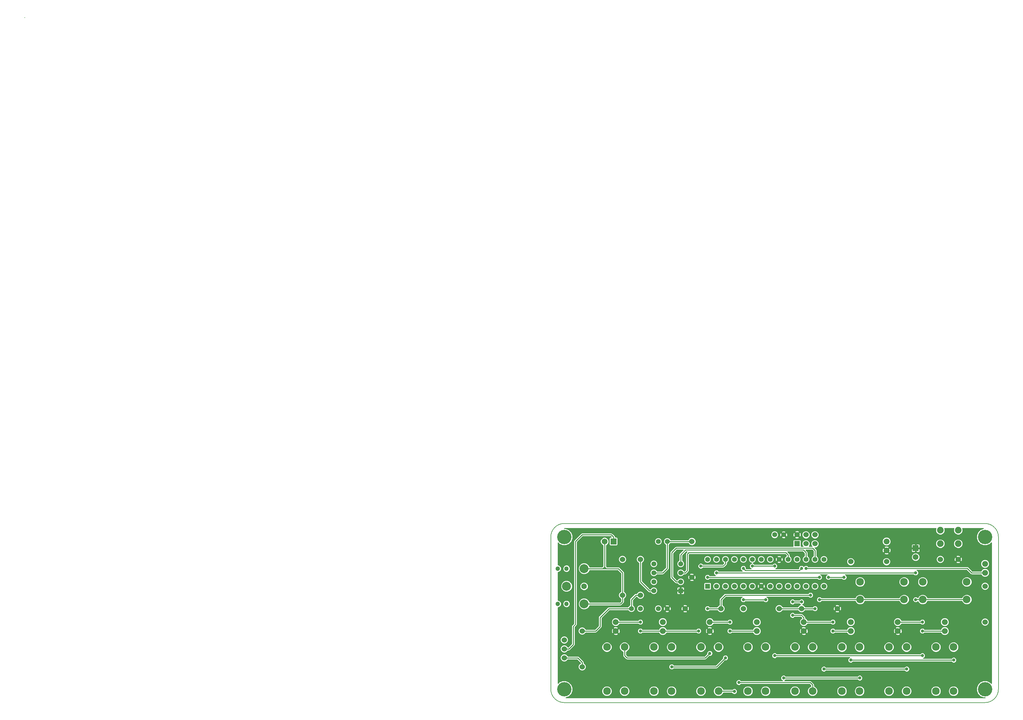
<source format=gtl>
G04 (created by PCBNEW (2012-oct-18)-testing) date Wed 03 Jul 2013 05:15:39 PM EDT*
%MOIN*%
G04 Gerber Fmt 3.4, Leading zero omitted, Abs format*
%FSLAX34Y34*%
G01*
G70*
G90*
G04 APERTURE LIST*
%ADD10C,0.002*%
%ADD11C,0.00590551*%
%ADD12C,0.085*%
%ADD13R,0.01X0.01*%
%ADD14C,0.06*%
%ADD15R,0.06X0.06*%
%ADD16C,0.066*%
%ADD17R,0.055X0.055*%
%ADD18C,0.055*%
%ADD19R,0.065X0.065*%
%ADD20C,0.065*%
%ADD21C,0.1*%
%ADD22C,0.0629921*%
%ADD23C,0.0511811*%
%ADD24C,0.074*%
%ADD25C,0.16*%
%ADD26C,0.035*%
%ADD27C,0.01*%
G04 APERTURE END LIST*
G54D10*
G54D11*
X58750Y-75000D02*
X58750Y-58000D01*
X107250Y-76500D02*
X60250Y-76500D01*
X108750Y-58000D02*
X108750Y-75000D01*
X60250Y-56500D02*
X107250Y-56500D01*
X107250Y-76500D02*
G75*
G03X108750Y-75000I0J1500D01*
G74*
G01*
X108750Y-58000D02*
G75*
G03X107250Y-56500I-1500J0D01*
G74*
G01*
X58750Y-75000D02*
G75*
G03X60250Y-76500I1500J0D01*
G74*
G01*
X60250Y-56500D02*
G75*
G03X58750Y-58000I0J-1500D01*
G74*
G01*
G54D12*
X98210Y-64984D03*
X93290Y-64984D03*
X98210Y-63016D03*
X93290Y-63016D03*
X105210Y-64984D03*
X100290Y-64984D03*
X105210Y-63016D03*
X100290Y-63016D03*
G54D13*
X0Y0D03*
X0Y0D03*
X0Y0D03*
G54D14*
X60250Y-71500D03*
X60250Y-70500D03*
X60250Y-69500D03*
G54D12*
X93234Y-70290D03*
X93234Y-75210D03*
X91266Y-70290D03*
X91266Y-75210D03*
X98484Y-70290D03*
X98484Y-75210D03*
X96516Y-70290D03*
X96516Y-75210D03*
X103734Y-70290D03*
X103734Y-75210D03*
X101766Y-70290D03*
X101766Y-75210D03*
X66984Y-70290D03*
X66984Y-75210D03*
X65016Y-70290D03*
X65016Y-75210D03*
X72234Y-70290D03*
X72234Y-75210D03*
X70266Y-70290D03*
X70266Y-75210D03*
X77484Y-70290D03*
X77484Y-75210D03*
X75516Y-70290D03*
X75516Y-75210D03*
X82734Y-70290D03*
X82734Y-75210D03*
X80766Y-70290D03*
X80766Y-75210D03*
X87984Y-70290D03*
X87984Y-75210D03*
X86016Y-70290D03*
X86016Y-75210D03*
G54D14*
X66750Y-64500D03*
X66750Y-60500D03*
X62250Y-68500D03*
X62250Y-72500D03*
X68750Y-60500D03*
X68750Y-64500D03*
X90750Y-66000D03*
X86750Y-66000D03*
X84250Y-66000D03*
X80250Y-66000D03*
X107250Y-63500D03*
X107250Y-67500D03*
X74500Y-62500D03*
X74500Y-58500D03*
X73750Y-66000D03*
X77750Y-66000D03*
X96250Y-60750D03*
X92250Y-60750D03*
G54D15*
X86250Y-58750D03*
G54D14*
X86250Y-57750D03*
X87250Y-58750D03*
X87250Y-57750D03*
X88250Y-58750D03*
X88250Y-57750D03*
G54D16*
X96250Y-59500D03*
X96250Y-58500D03*
X71250Y-68500D03*
X71250Y-67500D03*
X66000Y-68500D03*
X66000Y-67500D03*
X76500Y-68500D03*
X76500Y-67500D03*
X107250Y-62000D03*
X107250Y-61000D03*
X87000Y-68500D03*
X87000Y-67500D03*
X97500Y-68500D03*
X97500Y-67500D03*
X102750Y-68500D03*
X102750Y-67500D03*
X92250Y-68500D03*
X92250Y-67500D03*
X81750Y-68500D03*
X81750Y-67500D03*
G54D17*
X73250Y-64000D03*
G54D18*
X73250Y-63000D03*
X73250Y-62000D03*
X73250Y-61000D03*
X70250Y-61000D03*
X70250Y-62000D03*
X70250Y-63000D03*
X70250Y-64000D03*
X77250Y-63500D03*
X78250Y-63500D03*
X79250Y-63500D03*
X80250Y-63500D03*
X81250Y-63500D03*
X82250Y-63500D03*
X83250Y-63500D03*
X84250Y-63500D03*
X85250Y-63500D03*
X86250Y-63500D03*
X87250Y-63500D03*
X88250Y-63500D03*
X89250Y-63500D03*
G54D17*
X76250Y-63500D03*
G54D18*
X89250Y-60500D03*
X88250Y-60500D03*
X87250Y-60500D03*
X86250Y-60500D03*
X85250Y-60500D03*
X84250Y-60500D03*
X83250Y-60500D03*
X82250Y-60500D03*
X81250Y-60500D03*
X80250Y-60500D03*
X79250Y-60500D03*
X78250Y-60500D03*
X77250Y-60500D03*
X76250Y-60500D03*
G54D19*
X65750Y-58500D03*
G54D20*
X64750Y-58500D03*
G54D19*
X99500Y-59250D03*
G54D20*
X99500Y-60250D03*
G54D18*
X70750Y-66000D03*
X71750Y-66000D03*
X67750Y-66000D03*
X68750Y-66000D03*
X84750Y-57750D03*
X83750Y-57750D03*
X70750Y-58500D03*
X71750Y-58500D03*
G54D21*
X60500Y-63500D03*
X62468Y-61531D03*
X62468Y-65468D03*
G54D22*
X62468Y-63500D03*
G54D23*
X60500Y-65468D03*
X60500Y-61531D03*
X59515Y-61531D03*
X59515Y-65468D03*
G54D14*
X104250Y-60500D03*
X102250Y-60500D03*
G54D24*
X104250Y-58750D03*
X102250Y-58750D03*
X104250Y-57250D03*
X102250Y-57250D03*
G54D25*
X107250Y-58000D03*
X107250Y-75000D03*
X60250Y-75000D03*
X60250Y-58000D03*
G54D26*
X76500Y-71000D03*
X78250Y-71500D03*
X72250Y-72500D03*
X79250Y-75250D03*
X80250Y-65000D03*
X82750Y-65000D03*
X79750Y-74250D03*
X93250Y-73750D03*
X84750Y-73750D03*
X98500Y-72750D03*
X89250Y-72750D03*
X103750Y-71750D03*
X89750Y-62500D03*
X91500Y-62500D03*
X92250Y-71750D03*
X99500Y-65000D03*
X99500Y-62000D03*
X77250Y-62000D03*
X88750Y-65000D03*
X88750Y-62500D03*
X76250Y-62500D03*
X75500Y-61250D03*
X75250Y-68500D03*
X68750Y-68500D03*
X68750Y-67500D03*
X78750Y-68500D03*
X78750Y-67500D03*
X90250Y-68500D03*
X90250Y-67500D03*
X85750Y-66750D03*
X85750Y-65250D03*
X86750Y-65250D03*
X86750Y-61500D03*
X80250Y-61500D03*
X81250Y-61250D03*
X83750Y-61250D03*
X83750Y-71250D03*
X100250Y-71250D03*
X100250Y-68500D03*
X100250Y-67500D03*
X87750Y-64500D03*
X76250Y-66000D03*
X87250Y-61500D03*
X88250Y-66000D03*
G54D27*
X66984Y-71234D02*
X66984Y-70290D01*
X67250Y-71500D02*
X66984Y-71234D01*
X76000Y-71500D02*
X67250Y-71500D01*
X76500Y-71000D02*
X76000Y-71500D01*
X77250Y-72500D02*
X72250Y-72500D01*
X78250Y-71500D02*
X77250Y-72500D01*
X79210Y-75210D02*
X77484Y-75210D01*
X79250Y-75250D02*
X79210Y-75210D01*
X80250Y-65000D02*
X82750Y-65000D01*
X87984Y-75210D02*
X87984Y-74516D01*
X87718Y-74250D02*
X87500Y-74250D01*
X87984Y-74516D02*
X87718Y-74250D01*
X79750Y-74250D02*
X87500Y-74250D01*
X84750Y-73750D02*
X93250Y-73750D01*
X89250Y-72750D02*
X98500Y-72750D01*
X92250Y-71750D02*
X103750Y-71750D01*
X89750Y-62500D02*
X91500Y-62500D01*
X99516Y-64984D02*
X100290Y-64984D01*
X99500Y-65000D02*
X99516Y-64984D01*
X77250Y-62000D02*
X99500Y-62000D01*
X105210Y-64984D02*
X100290Y-64984D01*
X88766Y-64984D02*
X93290Y-64984D01*
X88750Y-65000D02*
X88766Y-64984D01*
X76250Y-62500D02*
X88750Y-62500D01*
X98210Y-64984D02*
X93290Y-64984D01*
X71250Y-68500D02*
X75250Y-68500D01*
X78250Y-61000D02*
X78250Y-60500D01*
X78000Y-61250D02*
X78250Y-61000D01*
X75500Y-61250D02*
X78000Y-61250D01*
X66000Y-67500D02*
X68750Y-67500D01*
X68750Y-68500D02*
X71250Y-68500D01*
X76500Y-67500D02*
X78750Y-67500D01*
X78750Y-68500D02*
X81750Y-68500D01*
X87000Y-67500D02*
X90250Y-67500D01*
X90250Y-68500D02*
X92250Y-68500D01*
X85750Y-66750D02*
X86750Y-66750D01*
X87000Y-67000D02*
X87000Y-67500D01*
X86750Y-66750D02*
X87000Y-67000D01*
X86750Y-65250D02*
X85750Y-65250D01*
X86500Y-61750D02*
X86750Y-61500D01*
X80500Y-61750D02*
X86500Y-61750D01*
X80250Y-61500D02*
X80500Y-61750D01*
X83750Y-61250D02*
X81250Y-61250D01*
X100250Y-71250D02*
X83750Y-71250D01*
X97500Y-67500D02*
X100250Y-67500D01*
X100250Y-68500D02*
X102750Y-68500D01*
X73250Y-61000D02*
X73250Y-60000D01*
X87250Y-59750D02*
X87250Y-60500D01*
X86950Y-59450D02*
X87250Y-59750D01*
X73799Y-59450D02*
X86950Y-59450D01*
X73250Y-60000D02*
X73799Y-59450D01*
X77750Y-65000D02*
X77750Y-66000D01*
X78250Y-64500D02*
X77750Y-65000D01*
X87750Y-64500D02*
X78250Y-64500D01*
X77750Y-66000D02*
X76250Y-66000D01*
X85250Y-60000D02*
X85250Y-60500D01*
X85000Y-59750D02*
X85250Y-60000D01*
X74150Y-59750D02*
X85000Y-59750D01*
X74000Y-59900D02*
X74150Y-59750D01*
X74000Y-61750D02*
X74000Y-59900D01*
X73750Y-62000D02*
X74000Y-61750D01*
X73250Y-62000D02*
X73750Y-62000D01*
X72250Y-60000D02*
X72250Y-59750D01*
X88250Y-59500D02*
X88250Y-60500D01*
X88000Y-59250D02*
X88250Y-59500D01*
X72750Y-59250D02*
X88000Y-59250D01*
X72250Y-59750D02*
X72750Y-59250D01*
X73250Y-63000D02*
X72750Y-63000D01*
X72250Y-62500D02*
X72250Y-60000D01*
X72750Y-63000D02*
X72250Y-62500D01*
X67750Y-66000D02*
X65250Y-66000D01*
X63750Y-68500D02*
X62250Y-68500D01*
X64250Y-68000D02*
X63750Y-68500D01*
X64250Y-67000D02*
X64250Y-68000D01*
X65250Y-66000D02*
X64250Y-67000D01*
X68750Y-64500D02*
X68250Y-64500D01*
X67750Y-65000D02*
X67750Y-66000D01*
X68250Y-64500D02*
X67750Y-65000D01*
X68750Y-60500D02*
X68750Y-63000D01*
X69750Y-64000D02*
X70250Y-64000D01*
X68750Y-63000D02*
X69750Y-64000D01*
X61250Y-68000D02*
X61500Y-67750D01*
X61500Y-67750D02*
X61500Y-58500D01*
X60250Y-70500D02*
X60750Y-70500D01*
X61250Y-70000D02*
X61250Y-68000D01*
X60750Y-70500D02*
X61250Y-70000D01*
X65750Y-58000D02*
X65750Y-58500D01*
X65500Y-57750D02*
X65750Y-58000D01*
X62250Y-57750D02*
X65500Y-57750D01*
X61500Y-58500D02*
X62250Y-57750D01*
X60250Y-71500D02*
X61750Y-71500D01*
X62250Y-72000D02*
X62250Y-72500D01*
X61750Y-71500D02*
X62250Y-72000D01*
X107250Y-62000D02*
X105750Y-62000D01*
X105750Y-62000D02*
X105250Y-61500D01*
X105250Y-61500D02*
X87250Y-61500D01*
X86750Y-66000D02*
X88250Y-66000D01*
X84250Y-66000D02*
X86750Y-66000D01*
X64650Y-61450D02*
X64850Y-61450D01*
X64850Y-61450D02*
X64931Y-61531D01*
X64750Y-61350D02*
X64931Y-61531D01*
X64900Y-61500D02*
X64900Y-61531D01*
X64931Y-61531D02*
X64900Y-61500D01*
X64500Y-61531D02*
X64568Y-61531D01*
X64568Y-61531D02*
X64650Y-61450D01*
X64650Y-61450D02*
X64750Y-61350D01*
X64750Y-61531D02*
X64750Y-61350D01*
X64750Y-61350D02*
X64750Y-60250D01*
X62468Y-61531D02*
X64500Y-61531D01*
X64500Y-61531D02*
X64750Y-61531D01*
X64750Y-61531D02*
X64900Y-61531D01*
X64900Y-61531D02*
X66281Y-61531D01*
X66281Y-61531D02*
X66750Y-62000D01*
X66750Y-62000D02*
X66750Y-64500D01*
X62468Y-65468D02*
X66531Y-65468D01*
X66531Y-65468D02*
X66750Y-65250D01*
X66750Y-65250D02*
X66750Y-64500D01*
X64750Y-60250D02*
X64750Y-58500D01*
X74500Y-58500D02*
X73750Y-58500D01*
X73750Y-58500D02*
X71750Y-58500D01*
X70250Y-62000D02*
X71250Y-62000D01*
X71750Y-61500D02*
X71750Y-58500D01*
X71250Y-62000D02*
X71750Y-61500D01*
G54D10*
G36*
X107950Y-74356D02*
X107788Y-74195D01*
X107730Y-74170D01*
X107730Y-61904D01*
X107730Y-60904D01*
X107657Y-60728D01*
X107522Y-60593D01*
X107345Y-60520D01*
X107154Y-60519D01*
X106978Y-60592D01*
X106843Y-60727D01*
X106770Y-60904D01*
X106769Y-61095D01*
X106842Y-61271D01*
X106977Y-61406D01*
X107154Y-61479D01*
X107345Y-61480D01*
X107521Y-61407D01*
X107656Y-61272D01*
X107729Y-61095D01*
X107730Y-60904D01*
X107730Y-61904D01*
X107657Y-61728D01*
X107522Y-61593D01*
X107345Y-61520D01*
X107154Y-61519D01*
X106978Y-61592D01*
X106843Y-61727D01*
X106813Y-61800D01*
X105832Y-61800D01*
X105391Y-61358D01*
X105326Y-61315D01*
X105250Y-61300D01*
X104770Y-61300D01*
X104770Y-58647D01*
X104691Y-58455D01*
X104544Y-58309D01*
X104353Y-58230D01*
X104147Y-58229D01*
X103955Y-58308D01*
X103809Y-58455D01*
X103730Y-58646D01*
X103729Y-58852D01*
X103808Y-59044D01*
X103955Y-59190D01*
X104146Y-59269D01*
X104352Y-59270D01*
X104544Y-59191D01*
X104690Y-59044D01*
X104769Y-58853D01*
X104770Y-58647D01*
X104770Y-61300D01*
X104705Y-61300D01*
X104705Y-60557D01*
X104692Y-60379D01*
X104648Y-60272D01*
X104581Y-60239D01*
X104510Y-60310D01*
X104510Y-60168D01*
X104477Y-60101D01*
X104307Y-60044D01*
X104129Y-60057D01*
X104022Y-60101D01*
X103989Y-60168D01*
X104250Y-60429D01*
X104510Y-60168D01*
X104510Y-60310D01*
X104320Y-60500D01*
X104581Y-60760D01*
X104648Y-60727D01*
X104705Y-60557D01*
X104705Y-61300D01*
X104510Y-61300D01*
X104510Y-60831D01*
X104250Y-60570D01*
X104179Y-60641D01*
X104179Y-60500D01*
X103918Y-60239D01*
X103851Y-60272D01*
X103794Y-60442D01*
X103807Y-60620D01*
X103851Y-60727D01*
X103918Y-60760D01*
X104179Y-60500D01*
X104179Y-60641D01*
X103989Y-60831D01*
X104022Y-60898D01*
X104192Y-60955D01*
X104370Y-60942D01*
X104477Y-60898D01*
X104510Y-60831D01*
X104510Y-61300D01*
X102770Y-61300D01*
X102770Y-58647D01*
X102691Y-58455D01*
X102544Y-58309D01*
X102353Y-58230D01*
X102147Y-58229D01*
X101955Y-58308D01*
X101809Y-58455D01*
X101730Y-58646D01*
X101729Y-58852D01*
X101808Y-59044D01*
X101955Y-59190D01*
X102146Y-59269D01*
X102352Y-59270D01*
X102544Y-59191D01*
X102690Y-59044D01*
X102769Y-58853D01*
X102770Y-58647D01*
X102770Y-61300D01*
X102700Y-61300D01*
X102700Y-60410D01*
X102631Y-60245D01*
X102505Y-60118D01*
X102339Y-60050D01*
X102160Y-60049D01*
X101995Y-60118D01*
X101868Y-60244D01*
X101800Y-60410D01*
X101799Y-60589D01*
X101868Y-60754D01*
X101994Y-60881D01*
X102160Y-60949D01*
X102339Y-60950D01*
X102504Y-60881D01*
X102631Y-60755D01*
X102699Y-60589D01*
X102700Y-60410D01*
X102700Y-61300D01*
X99975Y-61300D01*
X99975Y-60155D01*
X99975Y-60155D01*
X99975Y-59604D01*
X99975Y-58895D01*
X99952Y-58840D01*
X99910Y-58797D01*
X99854Y-58775D01*
X99795Y-58774D01*
X99587Y-58775D01*
X99550Y-58812D01*
X99550Y-59200D01*
X99937Y-59200D01*
X99975Y-59162D01*
X99975Y-58895D01*
X99975Y-59604D01*
X99975Y-59337D01*
X99937Y-59300D01*
X99550Y-59300D01*
X99550Y-59687D01*
X99587Y-59725D01*
X99795Y-59725D01*
X99854Y-59724D01*
X99910Y-59702D01*
X99952Y-59659D01*
X99975Y-59604D01*
X99975Y-60155D01*
X99902Y-59981D01*
X99769Y-59847D01*
X99594Y-59775D01*
X99450Y-59774D01*
X99450Y-59687D01*
X99450Y-59300D01*
X99450Y-59200D01*
X99450Y-58812D01*
X99412Y-58775D01*
X99204Y-58774D01*
X99145Y-58775D01*
X99089Y-58797D01*
X99047Y-58840D01*
X99024Y-58895D01*
X99025Y-59162D01*
X99062Y-59200D01*
X99450Y-59200D01*
X99450Y-59300D01*
X99062Y-59300D01*
X99025Y-59337D01*
X99024Y-59604D01*
X99047Y-59659D01*
X99089Y-59702D01*
X99145Y-59724D01*
X99204Y-59725D01*
X99412Y-59725D01*
X99450Y-59687D01*
X99450Y-59774D01*
X99405Y-59774D01*
X99231Y-59847D01*
X99097Y-59980D01*
X99025Y-60155D01*
X99024Y-60344D01*
X99097Y-60518D01*
X99230Y-60652D01*
X99405Y-60724D01*
X99594Y-60725D01*
X99768Y-60652D01*
X99902Y-60519D01*
X99974Y-60344D01*
X99975Y-60155D01*
X99975Y-61300D01*
X96735Y-61300D01*
X96735Y-59565D01*
X96730Y-59486D01*
X96730Y-58404D01*
X96657Y-58228D01*
X96522Y-58093D01*
X96345Y-58020D01*
X96154Y-58019D01*
X95978Y-58092D01*
X95843Y-58227D01*
X95770Y-58404D01*
X95769Y-58595D01*
X95842Y-58771D01*
X95977Y-58906D01*
X96154Y-58979D01*
X96345Y-58980D01*
X96521Y-58907D01*
X96656Y-58772D01*
X96729Y-58595D01*
X96730Y-58404D01*
X96730Y-59486D01*
X96723Y-59374D01*
X96673Y-59254D01*
X96602Y-59217D01*
X96532Y-59288D01*
X96532Y-59147D01*
X96495Y-59076D01*
X96315Y-59014D01*
X96124Y-59026D01*
X96004Y-59076D01*
X95967Y-59147D01*
X96250Y-59429D01*
X96532Y-59147D01*
X96532Y-59288D01*
X96320Y-59500D01*
X96602Y-59782D01*
X96673Y-59745D01*
X96735Y-59565D01*
X96735Y-61300D01*
X96700Y-61300D01*
X96700Y-60660D01*
X96631Y-60495D01*
X96532Y-60395D01*
X96532Y-59852D01*
X96250Y-59570D01*
X96179Y-59641D01*
X96179Y-59500D01*
X95897Y-59217D01*
X95826Y-59254D01*
X95764Y-59434D01*
X95776Y-59625D01*
X95826Y-59745D01*
X95897Y-59782D01*
X96179Y-59500D01*
X96179Y-59641D01*
X95967Y-59852D01*
X96004Y-59923D01*
X96184Y-59985D01*
X96375Y-59973D01*
X96495Y-59923D01*
X96532Y-59852D01*
X96532Y-60395D01*
X96505Y-60368D01*
X96339Y-60300D01*
X96160Y-60299D01*
X95995Y-60368D01*
X95868Y-60494D01*
X95800Y-60660D01*
X95799Y-60839D01*
X95868Y-61004D01*
X95994Y-61131D01*
X96160Y-61199D01*
X96339Y-61200D01*
X96504Y-61131D01*
X96631Y-61005D01*
X96699Y-60839D01*
X96700Y-60660D01*
X96700Y-61300D01*
X92700Y-61300D01*
X92700Y-60660D01*
X92631Y-60495D01*
X92505Y-60368D01*
X92339Y-60300D01*
X92160Y-60299D01*
X91995Y-60368D01*
X91868Y-60494D01*
X91800Y-60660D01*
X91799Y-60839D01*
X91868Y-61004D01*
X91994Y-61131D01*
X92160Y-61199D01*
X92339Y-61200D01*
X92504Y-61131D01*
X92631Y-61005D01*
X92699Y-60839D01*
X92700Y-60660D01*
X92700Y-61300D01*
X89675Y-61300D01*
X89675Y-60415D01*
X89610Y-60259D01*
X89491Y-60139D01*
X89334Y-60075D01*
X89165Y-60074D01*
X89009Y-60139D01*
X88889Y-60258D01*
X88825Y-60415D01*
X88824Y-60584D01*
X88889Y-60740D01*
X89008Y-60860D01*
X89165Y-60924D01*
X89334Y-60925D01*
X89490Y-60860D01*
X89610Y-60741D01*
X89674Y-60584D01*
X89675Y-60415D01*
X89675Y-61300D01*
X88700Y-61300D01*
X88700Y-58660D01*
X88700Y-57660D01*
X88631Y-57495D01*
X88505Y-57368D01*
X88339Y-57300D01*
X88160Y-57299D01*
X87995Y-57368D01*
X87868Y-57494D01*
X87800Y-57660D01*
X87799Y-57839D01*
X87868Y-58004D01*
X87994Y-58131D01*
X88160Y-58199D01*
X88339Y-58200D01*
X88504Y-58131D01*
X88631Y-58005D01*
X88699Y-57839D01*
X88700Y-57660D01*
X88700Y-58660D01*
X88631Y-58495D01*
X88505Y-58368D01*
X88339Y-58300D01*
X88160Y-58299D01*
X87995Y-58368D01*
X87868Y-58494D01*
X87800Y-58660D01*
X87799Y-58839D01*
X87868Y-59004D01*
X87913Y-59050D01*
X87586Y-59050D01*
X87631Y-59005D01*
X87699Y-58839D01*
X87700Y-58660D01*
X87700Y-57660D01*
X87631Y-57495D01*
X87505Y-57368D01*
X87339Y-57300D01*
X87160Y-57299D01*
X86995Y-57368D01*
X86868Y-57494D01*
X86800Y-57660D01*
X86799Y-57839D01*
X86868Y-58004D01*
X86994Y-58131D01*
X87160Y-58199D01*
X87339Y-58200D01*
X87504Y-58131D01*
X87631Y-58005D01*
X87699Y-57839D01*
X87700Y-57660D01*
X87700Y-58660D01*
X87631Y-58495D01*
X87505Y-58368D01*
X87339Y-58300D01*
X87160Y-58299D01*
X86995Y-58368D01*
X86868Y-58494D01*
X86800Y-58660D01*
X86799Y-58839D01*
X86868Y-59004D01*
X86913Y-59050D01*
X86705Y-59050D01*
X86705Y-57807D01*
X86692Y-57629D01*
X86648Y-57522D01*
X86581Y-57489D01*
X86510Y-57560D01*
X86510Y-57418D01*
X86477Y-57351D01*
X86307Y-57294D01*
X86129Y-57307D01*
X86022Y-57351D01*
X85989Y-57418D01*
X86250Y-57679D01*
X86510Y-57418D01*
X86510Y-57560D01*
X86320Y-57750D01*
X86581Y-58010D01*
X86648Y-57977D01*
X86705Y-57807D01*
X86705Y-59050D01*
X86700Y-59050D01*
X86700Y-59020D01*
X86700Y-58420D01*
X86677Y-58365D01*
X86635Y-58322D01*
X86579Y-58300D01*
X86520Y-58299D01*
X86510Y-58299D01*
X86510Y-58081D01*
X86250Y-57820D01*
X86179Y-57891D01*
X86179Y-57750D01*
X85918Y-57489D01*
X85851Y-57522D01*
X85794Y-57692D01*
X85807Y-57870D01*
X85851Y-57977D01*
X85918Y-58010D01*
X86179Y-57750D01*
X86179Y-57891D01*
X85989Y-58081D01*
X86022Y-58148D01*
X86192Y-58205D01*
X86370Y-58192D01*
X86477Y-58148D01*
X86510Y-58081D01*
X86510Y-58299D01*
X85920Y-58299D01*
X85865Y-58322D01*
X85822Y-58364D01*
X85800Y-58420D01*
X85799Y-58479D01*
X85799Y-59050D01*
X85180Y-59050D01*
X85180Y-57801D01*
X85167Y-57633D01*
X85127Y-57537D01*
X85063Y-57507D01*
X84992Y-57578D01*
X84992Y-57436D01*
X84962Y-57372D01*
X84801Y-57319D01*
X84633Y-57332D01*
X84537Y-57372D01*
X84507Y-57436D01*
X84750Y-57679D01*
X84992Y-57436D01*
X84992Y-57578D01*
X84820Y-57750D01*
X85063Y-57992D01*
X85127Y-57962D01*
X85180Y-57801D01*
X85180Y-59050D01*
X84992Y-59050D01*
X84992Y-58063D01*
X84750Y-57820D01*
X84679Y-57891D01*
X84679Y-57750D01*
X84436Y-57507D01*
X84372Y-57537D01*
X84319Y-57698D01*
X84332Y-57866D01*
X84372Y-57962D01*
X84436Y-57992D01*
X84679Y-57750D01*
X84679Y-57891D01*
X84507Y-58063D01*
X84537Y-58127D01*
X84698Y-58180D01*
X84866Y-58167D01*
X84962Y-58127D01*
X84992Y-58063D01*
X84992Y-59050D01*
X84175Y-59050D01*
X84175Y-57665D01*
X84110Y-57509D01*
X83991Y-57389D01*
X83834Y-57325D01*
X83665Y-57324D01*
X83509Y-57389D01*
X83389Y-57508D01*
X83325Y-57665D01*
X83324Y-57834D01*
X83389Y-57990D01*
X83508Y-58110D01*
X83665Y-58174D01*
X83834Y-58175D01*
X83990Y-58110D01*
X84110Y-57991D01*
X84174Y-57834D01*
X84175Y-57665D01*
X84175Y-59050D01*
X74950Y-59050D01*
X74950Y-58410D01*
X74881Y-58245D01*
X74755Y-58118D01*
X74589Y-58050D01*
X74410Y-58049D01*
X74245Y-58118D01*
X74118Y-58244D01*
X74095Y-58300D01*
X73750Y-58300D01*
X72127Y-58300D01*
X72110Y-58259D01*
X71991Y-58139D01*
X71834Y-58075D01*
X71665Y-58074D01*
X71509Y-58139D01*
X71389Y-58258D01*
X71325Y-58415D01*
X71324Y-58584D01*
X71389Y-58740D01*
X71508Y-58860D01*
X71550Y-58877D01*
X71550Y-61417D01*
X71175Y-61792D01*
X71175Y-58415D01*
X71110Y-58259D01*
X70991Y-58139D01*
X70834Y-58075D01*
X70665Y-58074D01*
X70509Y-58139D01*
X70389Y-58258D01*
X70325Y-58415D01*
X70324Y-58584D01*
X70389Y-58740D01*
X70508Y-58860D01*
X70665Y-58924D01*
X70834Y-58925D01*
X70990Y-58860D01*
X71110Y-58741D01*
X71174Y-58584D01*
X71175Y-58415D01*
X71175Y-61792D01*
X71167Y-61800D01*
X70675Y-61800D01*
X70675Y-60915D01*
X70610Y-60759D01*
X70491Y-60639D01*
X70334Y-60575D01*
X70165Y-60574D01*
X70009Y-60639D01*
X69889Y-60758D01*
X69825Y-60915D01*
X69824Y-61084D01*
X69889Y-61240D01*
X70008Y-61360D01*
X70165Y-61424D01*
X70334Y-61425D01*
X70490Y-61360D01*
X70610Y-61241D01*
X70674Y-61084D01*
X70675Y-60915D01*
X70675Y-61800D01*
X70627Y-61800D01*
X70610Y-61759D01*
X70491Y-61639D01*
X70334Y-61575D01*
X70165Y-61574D01*
X70009Y-61639D01*
X69889Y-61758D01*
X69825Y-61915D01*
X69824Y-62084D01*
X69889Y-62240D01*
X70008Y-62360D01*
X70165Y-62424D01*
X70334Y-62425D01*
X70490Y-62360D01*
X70610Y-62241D01*
X70627Y-62200D01*
X71250Y-62200D01*
X71326Y-62184D01*
X71391Y-62141D01*
X71891Y-61641D01*
X71934Y-61576D01*
X71934Y-61576D01*
X71937Y-61563D01*
X71949Y-61500D01*
X71950Y-61500D01*
X71950Y-58877D01*
X71990Y-58860D01*
X72110Y-58741D01*
X72127Y-58700D01*
X73750Y-58700D01*
X74095Y-58700D01*
X74118Y-58754D01*
X74244Y-58881D01*
X74410Y-58949D01*
X74589Y-58950D01*
X74754Y-58881D01*
X74881Y-58755D01*
X74949Y-58589D01*
X74950Y-58410D01*
X74950Y-59050D01*
X72750Y-59050D01*
X72686Y-59062D01*
X72673Y-59065D01*
X72608Y-59108D01*
X72108Y-59608D01*
X72065Y-59673D01*
X72050Y-59750D01*
X72050Y-60000D01*
X72050Y-62500D01*
X72065Y-62576D01*
X72108Y-62641D01*
X72608Y-63141D01*
X72673Y-63184D01*
X72673Y-63184D01*
X72686Y-63187D01*
X72750Y-63200D01*
X72872Y-63200D01*
X72889Y-63240D01*
X73008Y-63360D01*
X73165Y-63424D01*
X73334Y-63425D01*
X73490Y-63360D01*
X73610Y-63241D01*
X73674Y-63084D01*
X73675Y-62915D01*
X73610Y-62759D01*
X73491Y-62639D01*
X73334Y-62575D01*
X73165Y-62574D01*
X73009Y-62639D01*
X72889Y-62758D01*
X72872Y-62800D01*
X72832Y-62800D01*
X72450Y-62417D01*
X72450Y-60000D01*
X72450Y-59832D01*
X72832Y-59450D01*
X73517Y-59450D01*
X73108Y-59858D01*
X73065Y-59923D01*
X73050Y-60000D01*
X73050Y-60622D01*
X73009Y-60639D01*
X72889Y-60758D01*
X72825Y-60915D01*
X72824Y-61084D01*
X72889Y-61240D01*
X73008Y-61360D01*
X73165Y-61424D01*
X73334Y-61425D01*
X73490Y-61360D01*
X73610Y-61241D01*
X73674Y-61084D01*
X73675Y-60915D01*
X73610Y-60759D01*
X73491Y-60639D01*
X73450Y-60622D01*
X73450Y-60082D01*
X73882Y-59650D01*
X73967Y-59650D01*
X73858Y-59758D01*
X73815Y-59823D01*
X73800Y-59900D01*
X73800Y-61667D01*
X73667Y-61800D01*
X73627Y-61800D01*
X73610Y-61759D01*
X73491Y-61639D01*
X73334Y-61575D01*
X73165Y-61574D01*
X73009Y-61639D01*
X72889Y-61758D01*
X72825Y-61915D01*
X72824Y-62084D01*
X72889Y-62240D01*
X73008Y-62360D01*
X73165Y-62424D01*
X73334Y-62425D01*
X73490Y-62360D01*
X73610Y-62241D01*
X73627Y-62200D01*
X73750Y-62200D01*
X73826Y-62184D01*
X73891Y-62141D01*
X74141Y-61891D01*
X74141Y-61891D01*
X74170Y-61848D01*
X74184Y-61826D01*
X74184Y-61826D01*
X74199Y-61750D01*
X74200Y-61750D01*
X74200Y-59982D01*
X74232Y-59950D01*
X84917Y-59950D01*
X85050Y-60082D01*
X85050Y-60122D01*
X85009Y-60139D01*
X84889Y-60258D01*
X84825Y-60415D01*
X84824Y-60584D01*
X84889Y-60740D01*
X85008Y-60860D01*
X85165Y-60924D01*
X85334Y-60925D01*
X85490Y-60860D01*
X85610Y-60741D01*
X85674Y-60584D01*
X85675Y-60415D01*
X85610Y-60259D01*
X85491Y-60139D01*
X85450Y-60122D01*
X85450Y-60000D01*
X85434Y-59923D01*
X85434Y-59923D01*
X85420Y-59901D01*
X85391Y-59858D01*
X85391Y-59858D01*
X85182Y-59650D01*
X86867Y-59650D01*
X87050Y-59832D01*
X87050Y-60122D01*
X87009Y-60139D01*
X86889Y-60258D01*
X86825Y-60415D01*
X86824Y-60584D01*
X86889Y-60740D01*
X87008Y-60860D01*
X87165Y-60924D01*
X87334Y-60925D01*
X87490Y-60860D01*
X87610Y-60741D01*
X87674Y-60584D01*
X87675Y-60415D01*
X87610Y-60259D01*
X87491Y-60139D01*
X87450Y-60122D01*
X87450Y-59750D01*
X87449Y-59749D01*
X87434Y-59673D01*
X87434Y-59673D01*
X87420Y-59651D01*
X87391Y-59608D01*
X87391Y-59608D01*
X87232Y-59450D01*
X87917Y-59450D01*
X88050Y-59582D01*
X88050Y-60122D01*
X88009Y-60139D01*
X87889Y-60258D01*
X87825Y-60415D01*
X87824Y-60584D01*
X87889Y-60740D01*
X88008Y-60860D01*
X88165Y-60924D01*
X88334Y-60925D01*
X88490Y-60860D01*
X88610Y-60741D01*
X88674Y-60584D01*
X88675Y-60415D01*
X88610Y-60259D01*
X88491Y-60139D01*
X88450Y-60122D01*
X88450Y-59500D01*
X88434Y-59423D01*
X88434Y-59423D01*
X88420Y-59401D01*
X88391Y-59358D01*
X88391Y-59358D01*
X88232Y-59199D01*
X88339Y-59200D01*
X88504Y-59131D01*
X88631Y-59005D01*
X88699Y-58839D01*
X88700Y-58660D01*
X88700Y-61300D01*
X87509Y-61300D01*
X87434Y-61224D01*
X87314Y-61175D01*
X87185Y-61174D01*
X87066Y-61224D01*
X86999Y-61290D01*
X86934Y-61224D01*
X86814Y-61175D01*
X86685Y-61174D01*
X86675Y-61179D01*
X86675Y-60415D01*
X86610Y-60259D01*
X86491Y-60139D01*
X86334Y-60075D01*
X86165Y-60074D01*
X86009Y-60139D01*
X85889Y-60258D01*
X85825Y-60415D01*
X85824Y-60584D01*
X85889Y-60740D01*
X86008Y-60860D01*
X86165Y-60924D01*
X86334Y-60925D01*
X86490Y-60860D01*
X86610Y-60741D01*
X86674Y-60584D01*
X86675Y-60415D01*
X86675Y-61179D01*
X86566Y-61224D01*
X86474Y-61315D01*
X86425Y-61435D01*
X86424Y-61542D01*
X86417Y-61550D01*
X84680Y-61550D01*
X84680Y-60551D01*
X84667Y-60383D01*
X84627Y-60287D01*
X84563Y-60257D01*
X84492Y-60328D01*
X84492Y-60186D01*
X84462Y-60122D01*
X84301Y-60069D01*
X84133Y-60082D01*
X84037Y-60122D01*
X84007Y-60186D01*
X84250Y-60429D01*
X84492Y-60186D01*
X84492Y-60328D01*
X84320Y-60500D01*
X84563Y-60742D01*
X84627Y-60712D01*
X84680Y-60551D01*
X84680Y-61550D01*
X84492Y-61550D01*
X84492Y-60813D01*
X84250Y-60570D01*
X84179Y-60641D01*
X84179Y-60500D01*
X83936Y-60257D01*
X83872Y-60287D01*
X83819Y-60448D01*
X83832Y-60616D01*
X83872Y-60712D01*
X83936Y-60742D01*
X84179Y-60500D01*
X84179Y-60641D01*
X84007Y-60813D01*
X84037Y-60877D01*
X84198Y-60930D01*
X84366Y-60917D01*
X84462Y-60877D01*
X84492Y-60813D01*
X84492Y-61550D01*
X83875Y-61550D01*
X83933Y-61525D01*
X84025Y-61434D01*
X84074Y-61314D01*
X84075Y-61185D01*
X84025Y-61066D01*
X83934Y-60974D01*
X83814Y-60925D01*
X83685Y-60924D01*
X83675Y-60929D01*
X83675Y-60415D01*
X83610Y-60259D01*
X83491Y-60139D01*
X83334Y-60075D01*
X83165Y-60074D01*
X83009Y-60139D01*
X82889Y-60258D01*
X82825Y-60415D01*
X82824Y-60584D01*
X82889Y-60740D01*
X83008Y-60860D01*
X83165Y-60924D01*
X83334Y-60925D01*
X83490Y-60860D01*
X83610Y-60741D01*
X83674Y-60584D01*
X83675Y-60415D01*
X83675Y-60929D01*
X83566Y-60974D01*
X83490Y-61050D01*
X82675Y-61050D01*
X82675Y-60415D01*
X82610Y-60259D01*
X82491Y-60139D01*
X82334Y-60075D01*
X82165Y-60074D01*
X82009Y-60139D01*
X81889Y-60258D01*
X81825Y-60415D01*
X81824Y-60584D01*
X81889Y-60740D01*
X82008Y-60860D01*
X82165Y-60924D01*
X82334Y-60925D01*
X82490Y-60860D01*
X82610Y-60741D01*
X82674Y-60584D01*
X82675Y-60415D01*
X82675Y-61050D01*
X81509Y-61050D01*
X81434Y-60974D01*
X81314Y-60925D01*
X81334Y-60925D01*
X81490Y-60860D01*
X81610Y-60741D01*
X81674Y-60584D01*
X81675Y-60415D01*
X81610Y-60259D01*
X81491Y-60139D01*
X81334Y-60075D01*
X81165Y-60074D01*
X81009Y-60139D01*
X80889Y-60258D01*
X80825Y-60415D01*
X80824Y-60584D01*
X80889Y-60740D01*
X81008Y-60860D01*
X81165Y-60924D01*
X81185Y-60924D01*
X81066Y-60974D01*
X80974Y-61065D01*
X80925Y-61185D01*
X80924Y-61314D01*
X80974Y-61433D01*
X81065Y-61525D01*
X81124Y-61550D01*
X80675Y-61550D01*
X80675Y-60415D01*
X80610Y-60259D01*
X80491Y-60139D01*
X80334Y-60075D01*
X80165Y-60074D01*
X80009Y-60139D01*
X79889Y-60258D01*
X79825Y-60415D01*
X79824Y-60584D01*
X79889Y-60740D01*
X80008Y-60860D01*
X80165Y-60924D01*
X80334Y-60925D01*
X80490Y-60860D01*
X80610Y-60741D01*
X80674Y-60584D01*
X80675Y-60415D01*
X80675Y-61550D01*
X80582Y-61550D01*
X80574Y-61542D01*
X80575Y-61435D01*
X80525Y-61316D01*
X80434Y-61224D01*
X80314Y-61175D01*
X80185Y-61174D01*
X80066Y-61224D01*
X79974Y-61315D01*
X79925Y-61435D01*
X79924Y-61564D01*
X79974Y-61683D01*
X80065Y-61775D01*
X80124Y-61800D01*
X79675Y-61800D01*
X79675Y-60415D01*
X79610Y-60259D01*
X79491Y-60139D01*
X79334Y-60075D01*
X79165Y-60074D01*
X79009Y-60139D01*
X78889Y-60258D01*
X78825Y-60415D01*
X78824Y-60584D01*
X78889Y-60740D01*
X79008Y-60860D01*
X79165Y-60924D01*
X79334Y-60925D01*
X79490Y-60860D01*
X79610Y-60741D01*
X79674Y-60584D01*
X79675Y-60415D01*
X79675Y-61800D01*
X78675Y-61800D01*
X78675Y-60415D01*
X78610Y-60259D01*
X78491Y-60139D01*
X78334Y-60075D01*
X78165Y-60074D01*
X78009Y-60139D01*
X77889Y-60258D01*
X77825Y-60415D01*
X77824Y-60584D01*
X77889Y-60740D01*
X78008Y-60860D01*
X78050Y-60877D01*
X78050Y-60917D01*
X77917Y-61050D01*
X77675Y-61050D01*
X77675Y-60415D01*
X77610Y-60259D01*
X77491Y-60139D01*
X77334Y-60075D01*
X77165Y-60074D01*
X77009Y-60139D01*
X76889Y-60258D01*
X76825Y-60415D01*
X76824Y-60584D01*
X76889Y-60740D01*
X77008Y-60860D01*
X77165Y-60924D01*
X77334Y-60925D01*
X77490Y-60860D01*
X77610Y-60741D01*
X77674Y-60584D01*
X77675Y-60415D01*
X77675Y-61050D01*
X76675Y-61050D01*
X76675Y-60415D01*
X76610Y-60259D01*
X76491Y-60139D01*
X76334Y-60075D01*
X76165Y-60074D01*
X76009Y-60139D01*
X75889Y-60258D01*
X75825Y-60415D01*
X75824Y-60584D01*
X75889Y-60740D01*
X76008Y-60860D01*
X76165Y-60924D01*
X76334Y-60925D01*
X76490Y-60860D01*
X76610Y-60741D01*
X76674Y-60584D01*
X76675Y-60415D01*
X76675Y-61050D01*
X75759Y-61050D01*
X75684Y-60974D01*
X75564Y-60925D01*
X75435Y-60924D01*
X75316Y-60974D01*
X75224Y-61065D01*
X75175Y-61185D01*
X75174Y-61314D01*
X75224Y-61433D01*
X75315Y-61525D01*
X75435Y-61574D01*
X75564Y-61575D01*
X75683Y-61525D01*
X75759Y-61450D01*
X78000Y-61450D01*
X78076Y-61434D01*
X78141Y-61391D01*
X78391Y-61141D01*
X78391Y-61141D01*
X78420Y-61098D01*
X78434Y-61076D01*
X78434Y-61076D01*
X78449Y-61000D01*
X78450Y-61000D01*
X78450Y-60877D01*
X78490Y-60860D01*
X78610Y-60741D01*
X78674Y-60584D01*
X78675Y-60415D01*
X78675Y-61800D01*
X77509Y-61800D01*
X77434Y-61724D01*
X77314Y-61675D01*
X77185Y-61674D01*
X77066Y-61724D01*
X76974Y-61815D01*
X76925Y-61935D01*
X76924Y-62064D01*
X76974Y-62183D01*
X77065Y-62275D01*
X77124Y-62300D01*
X76509Y-62300D01*
X76434Y-62224D01*
X76314Y-62175D01*
X76185Y-62174D01*
X76066Y-62224D01*
X75974Y-62315D01*
X75925Y-62435D01*
X75924Y-62564D01*
X75974Y-62683D01*
X76065Y-62775D01*
X76185Y-62824D01*
X76314Y-62825D01*
X76433Y-62775D01*
X76509Y-62700D01*
X88490Y-62700D01*
X88565Y-62775D01*
X88685Y-62824D01*
X88814Y-62825D01*
X88933Y-62775D01*
X89025Y-62684D01*
X89074Y-62564D01*
X89075Y-62435D01*
X89025Y-62316D01*
X88934Y-62224D01*
X88875Y-62200D01*
X89624Y-62200D01*
X89566Y-62224D01*
X89474Y-62315D01*
X89425Y-62435D01*
X89424Y-62564D01*
X89474Y-62683D01*
X89565Y-62775D01*
X89685Y-62824D01*
X89814Y-62825D01*
X89933Y-62775D01*
X90009Y-62700D01*
X91240Y-62700D01*
X91315Y-62775D01*
X91435Y-62824D01*
X91564Y-62825D01*
X91683Y-62775D01*
X91775Y-62684D01*
X91824Y-62564D01*
X91825Y-62435D01*
X91775Y-62316D01*
X91684Y-62224D01*
X91625Y-62200D01*
X99240Y-62200D01*
X99315Y-62275D01*
X99435Y-62324D01*
X99564Y-62325D01*
X99683Y-62275D01*
X99775Y-62184D01*
X99824Y-62064D01*
X99825Y-61935D01*
X99775Y-61816D01*
X99684Y-61724D01*
X99625Y-61700D01*
X105167Y-61700D01*
X105608Y-62141D01*
X105673Y-62184D01*
X105673Y-62184D01*
X105686Y-62187D01*
X105750Y-62200D01*
X106813Y-62200D01*
X106842Y-62271D01*
X106977Y-62406D01*
X107154Y-62479D01*
X107345Y-62480D01*
X107521Y-62407D01*
X107656Y-62272D01*
X107729Y-62095D01*
X107730Y-61904D01*
X107730Y-74170D01*
X107700Y-74158D01*
X107700Y-67410D01*
X107700Y-63410D01*
X107631Y-63245D01*
X107505Y-63118D01*
X107339Y-63050D01*
X107160Y-63049D01*
X106995Y-63118D01*
X106868Y-63244D01*
X106800Y-63410D01*
X106799Y-63589D01*
X106868Y-63754D01*
X106994Y-63881D01*
X107160Y-63949D01*
X107339Y-63950D01*
X107504Y-63881D01*
X107631Y-63755D01*
X107699Y-63589D01*
X107700Y-63410D01*
X107700Y-67410D01*
X107631Y-67245D01*
X107505Y-67118D01*
X107339Y-67050D01*
X107160Y-67049D01*
X106995Y-67118D01*
X106868Y-67244D01*
X106800Y-67410D01*
X106799Y-67589D01*
X106868Y-67754D01*
X106994Y-67881D01*
X107160Y-67949D01*
X107339Y-67950D01*
X107504Y-67881D01*
X107631Y-67755D01*
X107699Y-67589D01*
X107700Y-67410D01*
X107700Y-74158D01*
X107439Y-74050D01*
X107061Y-74049D01*
X106712Y-74194D01*
X106445Y-74461D01*
X106300Y-74810D01*
X106299Y-75188D01*
X106444Y-75537D01*
X106711Y-75804D01*
X107060Y-75949D01*
X107249Y-75950D01*
X105785Y-75950D01*
X105785Y-64870D01*
X105785Y-62902D01*
X105697Y-62690D01*
X105536Y-62528D01*
X105324Y-62441D01*
X105096Y-62440D01*
X104884Y-62528D01*
X104722Y-62689D01*
X104635Y-62901D01*
X104634Y-63129D01*
X104722Y-63341D01*
X104883Y-63503D01*
X105095Y-63590D01*
X105323Y-63591D01*
X105535Y-63503D01*
X105697Y-63342D01*
X105784Y-63130D01*
X105785Y-62902D01*
X105785Y-64870D01*
X105697Y-64658D01*
X105536Y-64496D01*
X105324Y-64409D01*
X105096Y-64408D01*
X104884Y-64496D01*
X104722Y-64657D01*
X104670Y-64784D01*
X100865Y-64784D01*
X100865Y-62902D01*
X100777Y-62690D01*
X100616Y-62528D01*
X100404Y-62441D01*
X100176Y-62440D01*
X99964Y-62528D01*
X99802Y-62689D01*
X99715Y-62901D01*
X99714Y-63129D01*
X99802Y-63341D01*
X99963Y-63503D01*
X100175Y-63590D01*
X100403Y-63591D01*
X100615Y-63503D01*
X100777Y-63342D01*
X100864Y-63130D01*
X100865Y-62902D01*
X100865Y-64784D01*
X100829Y-64784D01*
X100777Y-64658D01*
X100616Y-64496D01*
X100404Y-64409D01*
X100176Y-64408D01*
X99964Y-64496D01*
X99802Y-64657D01*
X99750Y-64784D01*
X99743Y-64784D01*
X99684Y-64724D01*
X99564Y-64675D01*
X99435Y-64674D01*
X99316Y-64724D01*
X99224Y-64815D01*
X99175Y-64935D01*
X99174Y-65064D01*
X99224Y-65183D01*
X99315Y-65275D01*
X99435Y-65324D01*
X99564Y-65325D01*
X99683Y-65275D01*
X99757Y-65201D01*
X99802Y-65309D01*
X99963Y-65471D01*
X100175Y-65558D01*
X100403Y-65559D01*
X100615Y-65471D01*
X100777Y-65310D01*
X100829Y-65184D01*
X104670Y-65184D01*
X104722Y-65309D01*
X104883Y-65471D01*
X105095Y-65558D01*
X105323Y-65559D01*
X105535Y-65471D01*
X105697Y-65310D01*
X105784Y-65098D01*
X105785Y-64870D01*
X105785Y-75950D01*
X104309Y-75950D01*
X104309Y-75096D01*
X104309Y-70176D01*
X104221Y-69964D01*
X104060Y-69802D01*
X103848Y-69715D01*
X103620Y-69714D01*
X103408Y-69802D01*
X103246Y-69963D01*
X103230Y-70004D01*
X103230Y-68404D01*
X103230Y-67404D01*
X103157Y-67228D01*
X103022Y-67093D01*
X102845Y-67020D01*
X102654Y-67019D01*
X102478Y-67092D01*
X102343Y-67227D01*
X102270Y-67404D01*
X102269Y-67595D01*
X102342Y-67771D01*
X102477Y-67906D01*
X102654Y-67979D01*
X102845Y-67980D01*
X103021Y-67907D01*
X103156Y-67772D01*
X103229Y-67595D01*
X103230Y-67404D01*
X103230Y-68404D01*
X103157Y-68228D01*
X103022Y-68093D01*
X102845Y-68020D01*
X102654Y-68019D01*
X102478Y-68092D01*
X102343Y-68227D01*
X102313Y-68300D01*
X100575Y-68300D01*
X100575Y-67435D01*
X100525Y-67316D01*
X100434Y-67224D01*
X100314Y-67175D01*
X100185Y-67174D01*
X100066Y-67224D01*
X99990Y-67300D01*
X98785Y-67300D01*
X98785Y-64870D01*
X98785Y-62902D01*
X98697Y-62690D01*
X98536Y-62528D01*
X98324Y-62441D01*
X98096Y-62440D01*
X97884Y-62528D01*
X97722Y-62689D01*
X97635Y-62901D01*
X97634Y-63129D01*
X97722Y-63341D01*
X97883Y-63503D01*
X98095Y-63590D01*
X98323Y-63591D01*
X98535Y-63503D01*
X98697Y-63342D01*
X98784Y-63130D01*
X98785Y-62902D01*
X98785Y-64870D01*
X98697Y-64658D01*
X98536Y-64496D01*
X98324Y-64409D01*
X98096Y-64408D01*
X97884Y-64496D01*
X97722Y-64657D01*
X97670Y-64784D01*
X93865Y-64784D01*
X93865Y-62902D01*
X93777Y-62690D01*
X93616Y-62528D01*
X93404Y-62441D01*
X93176Y-62440D01*
X92964Y-62528D01*
X92802Y-62689D01*
X92715Y-62901D01*
X92714Y-63129D01*
X92802Y-63341D01*
X92963Y-63503D01*
X93175Y-63590D01*
X93403Y-63591D01*
X93615Y-63503D01*
X93777Y-63342D01*
X93864Y-63130D01*
X93865Y-62902D01*
X93865Y-64784D01*
X93829Y-64784D01*
X93777Y-64658D01*
X93616Y-64496D01*
X93404Y-64409D01*
X93176Y-64408D01*
X92964Y-64496D01*
X92802Y-64657D01*
X92750Y-64784D01*
X89675Y-64784D01*
X89675Y-63415D01*
X89610Y-63259D01*
X89491Y-63139D01*
X89334Y-63075D01*
X89165Y-63074D01*
X89009Y-63139D01*
X88889Y-63258D01*
X88825Y-63415D01*
X88824Y-63584D01*
X88889Y-63740D01*
X89008Y-63860D01*
X89165Y-63924D01*
X89334Y-63925D01*
X89490Y-63860D01*
X89610Y-63741D01*
X89674Y-63584D01*
X89675Y-63415D01*
X89675Y-64784D01*
X88993Y-64784D01*
X88934Y-64724D01*
X88814Y-64675D01*
X88685Y-64674D01*
X88675Y-64679D01*
X88675Y-63415D01*
X88610Y-63259D01*
X88491Y-63139D01*
X88334Y-63075D01*
X88165Y-63074D01*
X88009Y-63139D01*
X87889Y-63258D01*
X87825Y-63415D01*
X87824Y-63584D01*
X87889Y-63740D01*
X88008Y-63860D01*
X88165Y-63924D01*
X88334Y-63925D01*
X88490Y-63860D01*
X88610Y-63741D01*
X88674Y-63584D01*
X88675Y-63415D01*
X88675Y-64679D01*
X88566Y-64724D01*
X88474Y-64815D01*
X88425Y-64935D01*
X88424Y-65064D01*
X88474Y-65183D01*
X88565Y-65275D01*
X88685Y-65324D01*
X88814Y-65325D01*
X88933Y-65275D01*
X89025Y-65184D01*
X89025Y-65184D01*
X92750Y-65184D01*
X92802Y-65309D01*
X92963Y-65471D01*
X93175Y-65558D01*
X93403Y-65559D01*
X93615Y-65471D01*
X93777Y-65310D01*
X93829Y-65184D01*
X97670Y-65184D01*
X97722Y-65309D01*
X97883Y-65471D01*
X98095Y-65558D01*
X98323Y-65559D01*
X98535Y-65471D01*
X98697Y-65310D01*
X98784Y-65098D01*
X98785Y-64870D01*
X98785Y-67300D01*
X97936Y-67300D01*
X97907Y-67228D01*
X97772Y-67093D01*
X97595Y-67020D01*
X97404Y-67019D01*
X97228Y-67092D01*
X97093Y-67227D01*
X97020Y-67404D01*
X97019Y-67595D01*
X97092Y-67771D01*
X97227Y-67906D01*
X97404Y-67979D01*
X97595Y-67980D01*
X97771Y-67907D01*
X97906Y-67772D01*
X97936Y-67700D01*
X99990Y-67700D01*
X100065Y-67775D01*
X100185Y-67824D01*
X100314Y-67825D01*
X100433Y-67775D01*
X100525Y-67684D01*
X100574Y-67564D01*
X100575Y-67435D01*
X100575Y-68300D01*
X100509Y-68300D01*
X100434Y-68224D01*
X100314Y-68175D01*
X100185Y-68174D01*
X100066Y-68224D01*
X99974Y-68315D01*
X99925Y-68435D01*
X99924Y-68564D01*
X99974Y-68683D01*
X100065Y-68775D01*
X100185Y-68824D01*
X100314Y-68825D01*
X100433Y-68775D01*
X100509Y-68700D01*
X102313Y-68700D01*
X102342Y-68771D01*
X102477Y-68906D01*
X102654Y-68979D01*
X102845Y-68980D01*
X103021Y-68907D01*
X103156Y-68772D01*
X103229Y-68595D01*
X103230Y-68404D01*
X103230Y-70004D01*
X103159Y-70175D01*
X103158Y-70403D01*
X103246Y-70615D01*
X103407Y-70777D01*
X103619Y-70864D01*
X103847Y-70865D01*
X104059Y-70777D01*
X104221Y-70616D01*
X104308Y-70404D01*
X104309Y-70176D01*
X104309Y-75096D01*
X104221Y-74884D01*
X104075Y-74737D01*
X104075Y-71685D01*
X104025Y-71566D01*
X103934Y-71474D01*
X103814Y-71425D01*
X103685Y-71424D01*
X103566Y-71474D01*
X103490Y-71550D01*
X102341Y-71550D01*
X102341Y-70176D01*
X102253Y-69964D01*
X102092Y-69802D01*
X101880Y-69715D01*
X101652Y-69714D01*
X101440Y-69802D01*
X101278Y-69963D01*
X101191Y-70175D01*
X101190Y-70403D01*
X101278Y-70615D01*
X101439Y-70777D01*
X101651Y-70864D01*
X101879Y-70865D01*
X102091Y-70777D01*
X102253Y-70616D01*
X102340Y-70404D01*
X102341Y-70176D01*
X102341Y-71550D01*
X100375Y-71550D01*
X100433Y-71525D01*
X100525Y-71434D01*
X100574Y-71314D01*
X100575Y-71185D01*
X100525Y-71066D01*
X100434Y-70974D01*
X100314Y-70925D01*
X100185Y-70924D01*
X100066Y-70974D01*
X99990Y-71050D01*
X99059Y-71050D01*
X99059Y-70176D01*
X98971Y-69964D01*
X98810Y-69802D01*
X98598Y-69715D01*
X98370Y-69714D01*
X98158Y-69802D01*
X97996Y-69963D01*
X97985Y-69992D01*
X97985Y-68565D01*
X97973Y-68374D01*
X97923Y-68254D01*
X97852Y-68217D01*
X97782Y-68288D01*
X97782Y-68147D01*
X97745Y-68076D01*
X97565Y-68014D01*
X97374Y-68026D01*
X97254Y-68076D01*
X97217Y-68147D01*
X97500Y-68429D01*
X97782Y-68147D01*
X97782Y-68288D01*
X97570Y-68500D01*
X97852Y-68782D01*
X97923Y-68745D01*
X97985Y-68565D01*
X97985Y-69992D01*
X97909Y-70175D01*
X97908Y-70403D01*
X97996Y-70615D01*
X98157Y-70777D01*
X98369Y-70864D01*
X98597Y-70865D01*
X98809Y-70777D01*
X98971Y-70616D01*
X99058Y-70404D01*
X99059Y-70176D01*
X99059Y-71050D01*
X97782Y-71050D01*
X97782Y-68852D01*
X97500Y-68570D01*
X97429Y-68641D01*
X97429Y-68500D01*
X97147Y-68217D01*
X97076Y-68254D01*
X97014Y-68434D01*
X97026Y-68625D01*
X97076Y-68745D01*
X97147Y-68782D01*
X97429Y-68500D01*
X97429Y-68641D01*
X97217Y-68852D01*
X97254Y-68923D01*
X97434Y-68985D01*
X97625Y-68973D01*
X97745Y-68923D01*
X97782Y-68852D01*
X97782Y-71050D01*
X97091Y-71050D01*
X97091Y-70176D01*
X97003Y-69964D01*
X96842Y-69802D01*
X96630Y-69715D01*
X96402Y-69714D01*
X96190Y-69802D01*
X96028Y-69963D01*
X95941Y-70175D01*
X95940Y-70403D01*
X96028Y-70615D01*
X96189Y-70777D01*
X96401Y-70864D01*
X96629Y-70865D01*
X96841Y-70777D01*
X97003Y-70616D01*
X97090Y-70404D01*
X97091Y-70176D01*
X97091Y-71050D01*
X93809Y-71050D01*
X93809Y-70176D01*
X93721Y-69964D01*
X93560Y-69802D01*
X93348Y-69715D01*
X93120Y-69714D01*
X92908Y-69802D01*
X92746Y-69963D01*
X92730Y-70004D01*
X92730Y-68404D01*
X92730Y-67404D01*
X92657Y-67228D01*
X92522Y-67093D01*
X92345Y-67020D01*
X92154Y-67019D01*
X91978Y-67092D01*
X91843Y-67227D01*
X91770Y-67404D01*
X91769Y-67595D01*
X91842Y-67771D01*
X91977Y-67906D01*
X92154Y-67979D01*
X92345Y-67980D01*
X92521Y-67907D01*
X92656Y-67772D01*
X92729Y-67595D01*
X92730Y-67404D01*
X92730Y-68404D01*
X92657Y-68228D01*
X92522Y-68093D01*
X92345Y-68020D01*
X92154Y-68019D01*
X91978Y-68092D01*
X91843Y-68227D01*
X91813Y-68300D01*
X91205Y-68300D01*
X91205Y-66057D01*
X91192Y-65879D01*
X91148Y-65772D01*
X91081Y-65739D01*
X91010Y-65810D01*
X91010Y-65668D01*
X90977Y-65601D01*
X90807Y-65544D01*
X90629Y-65557D01*
X90522Y-65601D01*
X90489Y-65668D01*
X90750Y-65929D01*
X91010Y-65668D01*
X91010Y-65810D01*
X90820Y-66000D01*
X91081Y-66260D01*
X91148Y-66227D01*
X91205Y-66057D01*
X91205Y-68300D01*
X91010Y-68300D01*
X91010Y-66331D01*
X90750Y-66070D01*
X90679Y-66141D01*
X90679Y-66000D01*
X90418Y-65739D01*
X90351Y-65772D01*
X90294Y-65942D01*
X90307Y-66120D01*
X90351Y-66227D01*
X90418Y-66260D01*
X90679Y-66000D01*
X90679Y-66141D01*
X90489Y-66331D01*
X90522Y-66398D01*
X90692Y-66455D01*
X90870Y-66442D01*
X90977Y-66398D01*
X91010Y-66331D01*
X91010Y-68300D01*
X90575Y-68300D01*
X90575Y-67435D01*
X90525Y-67316D01*
X90434Y-67224D01*
X90314Y-67175D01*
X90185Y-67174D01*
X90066Y-67224D01*
X89990Y-67300D01*
X88575Y-67300D01*
X88575Y-65935D01*
X88525Y-65816D01*
X88434Y-65724D01*
X88314Y-65675D01*
X88185Y-65674D01*
X88075Y-65720D01*
X88075Y-64435D01*
X88025Y-64316D01*
X87934Y-64224D01*
X87814Y-64175D01*
X87685Y-64174D01*
X87675Y-64179D01*
X87675Y-63415D01*
X87610Y-63259D01*
X87491Y-63139D01*
X87334Y-63075D01*
X87165Y-63074D01*
X87009Y-63139D01*
X86889Y-63258D01*
X86825Y-63415D01*
X86824Y-63584D01*
X86889Y-63740D01*
X87008Y-63860D01*
X87165Y-63924D01*
X87334Y-63925D01*
X87490Y-63860D01*
X87610Y-63741D01*
X87674Y-63584D01*
X87675Y-63415D01*
X87675Y-64179D01*
X87566Y-64224D01*
X87490Y-64300D01*
X86675Y-64300D01*
X86675Y-63415D01*
X86610Y-63259D01*
X86491Y-63139D01*
X86334Y-63075D01*
X86165Y-63074D01*
X86009Y-63139D01*
X85889Y-63258D01*
X85825Y-63415D01*
X85824Y-63584D01*
X85889Y-63740D01*
X86008Y-63860D01*
X86165Y-63924D01*
X86334Y-63925D01*
X86490Y-63860D01*
X86610Y-63741D01*
X86674Y-63584D01*
X86675Y-63415D01*
X86675Y-64300D01*
X85675Y-64300D01*
X85675Y-63415D01*
X85610Y-63259D01*
X85491Y-63139D01*
X85334Y-63075D01*
X85165Y-63074D01*
X85009Y-63139D01*
X84889Y-63258D01*
X84825Y-63415D01*
X84824Y-63584D01*
X84889Y-63740D01*
X85008Y-63860D01*
X85165Y-63924D01*
X85334Y-63925D01*
X85490Y-63860D01*
X85610Y-63741D01*
X85674Y-63584D01*
X85675Y-63415D01*
X85675Y-64300D01*
X84675Y-64300D01*
X84675Y-63415D01*
X84610Y-63259D01*
X84491Y-63139D01*
X84334Y-63075D01*
X84165Y-63074D01*
X84009Y-63139D01*
X83889Y-63258D01*
X83825Y-63415D01*
X83824Y-63584D01*
X83889Y-63740D01*
X84008Y-63860D01*
X84165Y-63924D01*
X84334Y-63925D01*
X84490Y-63860D01*
X84610Y-63741D01*
X84674Y-63584D01*
X84675Y-63415D01*
X84675Y-64300D01*
X83675Y-64300D01*
X83675Y-63415D01*
X83610Y-63259D01*
X83491Y-63139D01*
X83334Y-63075D01*
X83165Y-63074D01*
X83009Y-63139D01*
X82889Y-63258D01*
X82825Y-63415D01*
X82824Y-63584D01*
X82889Y-63740D01*
X83008Y-63860D01*
X83165Y-63924D01*
X83334Y-63925D01*
X83490Y-63860D01*
X83610Y-63741D01*
X83674Y-63584D01*
X83675Y-63415D01*
X83675Y-64300D01*
X82680Y-64300D01*
X82680Y-63551D01*
X82667Y-63383D01*
X82627Y-63287D01*
X82563Y-63257D01*
X82492Y-63328D01*
X82492Y-63186D01*
X82462Y-63122D01*
X82301Y-63069D01*
X82133Y-63082D01*
X82037Y-63122D01*
X82007Y-63186D01*
X82250Y-63429D01*
X82492Y-63186D01*
X82492Y-63328D01*
X82320Y-63500D01*
X82563Y-63742D01*
X82627Y-63712D01*
X82680Y-63551D01*
X82680Y-64300D01*
X82492Y-64300D01*
X82492Y-63813D01*
X82250Y-63570D01*
X82179Y-63641D01*
X82179Y-63500D01*
X81936Y-63257D01*
X81872Y-63287D01*
X81819Y-63448D01*
X81832Y-63616D01*
X81872Y-63712D01*
X81936Y-63742D01*
X82179Y-63500D01*
X82179Y-63641D01*
X82007Y-63813D01*
X82037Y-63877D01*
X82198Y-63930D01*
X82366Y-63917D01*
X82462Y-63877D01*
X82492Y-63813D01*
X82492Y-64300D01*
X81675Y-64300D01*
X81675Y-63415D01*
X81610Y-63259D01*
X81491Y-63139D01*
X81334Y-63075D01*
X81165Y-63074D01*
X81009Y-63139D01*
X80889Y-63258D01*
X80825Y-63415D01*
X80824Y-63584D01*
X80889Y-63740D01*
X81008Y-63860D01*
X81165Y-63924D01*
X81334Y-63925D01*
X81490Y-63860D01*
X81610Y-63741D01*
X81674Y-63584D01*
X81675Y-63415D01*
X81675Y-64300D01*
X80675Y-64300D01*
X80675Y-63415D01*
X80610Y-63259D01*
X80491Y-63139D01*
X80334Y-63075D01*
X80165Y-63074D01*
X80009Y-63139D01*
X79889Y-63258D01*
X79825Y-63415D01*
X79824Y-63584D01*
X79889Y-63740D01*
X80008Y-63860D01*
X80165Y-63924D01*
X80334Y-63925D01*
X80490Y-63860D01*
X80610Y-63741D01*
X80674Y-63584D01*
X80675Y-63415D01*
X80675Y-64300D01*
X79675Y-64300D01*
X79675Y-63415D01*
X79610Y-63259D01*
X79491Y-63139D01*
X79334Y-63075D01*
X79165Y-63074D01*
X79009Y-63139D01*
X78889Y-63258D01*
X78825Y-63415D01*
X78824Y-63584D01*
X78889Y-63740D01*
X79008Y-63860D01*
X79165Y-63924D01*
X79334Y-63925D01*
X79490Y-63860D01*
X79610Y-63741D01*
X79674Y-63584D01*
X79675Y-63415D01*
X79675Y-64300D01*
X78675Y-64300D01*
X78675Y-63415D01*
X78610Y-63259D01*
X78491Y-63139D01*
X78334Y-63075D01*
X78165Y-63074D01*
X78009Y-63139D01*
X77889Y-63258D01*
X77825Y-63415D01*
X77824Y-63584D01*
X77889Y-63740D01*
X78008Y-63860D01*
X78165Y-63924D01*
X78334Y-63925D01*
X78490Y-63860D01*
X78610Y-63741D01*
X78674Y-63584D01*
X78675Y-63415D01*
X78675Y-64300D01*
X78250Y-64300D01*
X78186Y-64312D01*
X78173Y-64315D01*
X78108Y-64358D01*
X77675Y-64792D01*
X77675Y-63415D01*
X77610Y-63259D01*
X77491Y-63139D01*
X77334Y-63075D01*
X77165Y-63074D01*
X77009Y-63139D01*
X76889Y-63258D01*
X76825Y-63415D01*
X76824Y-63584D01*
X76889Y-63740D01*
X77008Y-63860D01*
X77165Y-63924D01*
X77334Y-63925D01*
X77490Y-63860D01*
X77610Y-63741D01*
X77674Y-63584D01*
X77675Y-63415D01*
X77675Y-64792D01*
X77608Y-64858D01*
X77565Y-64923D01*
X77550Y-65000D01*
X77550Y-65595D01*
X77495Y-65618D01*
X77368Y-65744D01*
X77345Y-65800D01*
X76675Y-65800D01*
X76675Y-63745D01*
X76675Y-63195D01*
X76652Y-63140D01*
X76610Y-63097D01*
X76554Y-63075D01*
X76495Y-63074D01*
X75945Y-63074D01*
X75890Y-63097D01*
X75847Y-63139D01*
X75825Y-63195D01*
X75824Y-63254D01*
X75824Y-63804D01*
X75847Y-63859D01*
X75889Y-63902D01*
X75945Y-63924D01*
X76004Y-63925D01*
X76554Y-63925D01*
X76609Y-63902D01*
X76652Y-63860D01*
X76674Y-63804D01*
X76675Y-63745D01*
X76675Y-65800D01*
X76509Y-65800D01*
X76434Y-65724D01*
X76314Y-65675D01*
X76185Y-65674D01*
X76066Y-65724D01*
X75974Y-65815D01*
X75925Y-65935D01*
X75924Y-66064D01*
X75974Y-66183D01*
X76065Y-66275D01*
X76185Y-66324D01*
X76314Y-66325D01*
X76433Y-66275D01*
X76509Y-66200D01*
X77345Y-66200D01*
X77368Y-66254D01*
X77494Y-66381D01*
X77660Y-66449D01*
X77839Y-66450D01*
X78004Y-66381D01*
X78131Y-66255D01*
X78199Y-66089D01*
X78200Y-65910D01*
X78131Y-65745D01*
X78005Y-65618D01*
X77950Y-65595D01*
X77950Y-65082D01*
X78332Y-64700D01*
X80124Y-64700D01*
X80066Y-64724D01*
X79974Y-64815D01*
X79925Y-64935D01*
X79924Y-65064D01*
X79974Y-65183D01*
X80065Y-65275D01*
X80185Y-65324D01*
X80314Y-65325D01*
X80433Y-65275D01*
X80509Y-65200D01*
X82490Y-65200D01*
X82565Y-65275D01*
X82685Y-65324D01*
X82814Y-65325D01*
X82933Y-65275D01*
X83025Y-65184D01*
X83074Y-65064D01*
X83075Y-64935D01*
X83025Y-64816D01*
X82934Y-64724D01*
X82875Y-64700D01*
X87490Y-64700D01*
X87565Y-64775D01*
X87685Y-64824D01*
X87814Y-64825D01*
X87933Y-64775D01*
X88025Y-64684D01*
X88074Y-64564D01*
X88075Y-64435D01*
X88075Y-65720D01*
X88066Y-65724D01*
X87990Y-65800D01*
X87154Y-65800D01*
X87131Y-65745D01*
X87005Y-65618D01*
X86857Y-65557D01*
X86933Y-65525D01*
X87025Y-65434D01*
X87074Y-65314D01*
X87075Y-65185D01*
X87025Y-65066D01*
X86934Y-64974D01*
X86814Y-64925D01*
X86685Y-64924D01*
X86566Y-64974D01*
X86490Y-65050D01*
X86009Y-65050D01*
X85934Y-64974D01*
X85814Y-64925D01*
X85685Y-64924D01*
X85566Y-64974D01*
X85474Y-65065D01*
X85425Y-65185D01*
X85424Y-65314D01*
X85474Y-65433D01*
X85565Y-65525D01*
X85685Y-65574D01*
X85814Y-65575D01*
X85933Y-65525D01*
X86009Y-65450D01*
X86490Y-65450D01*
X86565Y-65525D01*
X86642Y-65557D01*
X86495Y-65618D01*
X86368Y-65744D01*
X86345Y-65800D01*
X84654Y-65800D01*
X84631Y-65745D01*
X84505Y-65618D01*
X84339Y-65550D01*
X84160Y-65549D01*
X83995Y-65618D01*
X83868Y-65744D01*
X83800Y-65910D01*
X83799Y-66089D01*
X83868Y-66254D01*
X83994Y-66381D01*
X84160Y-66449D01*
X84339Y-66450D01*
X84504Y-66381D01*
X84631Y-66255D01*
X84654Y-66200D01*
X86345Y-66200D01*
X86368Y-66254D01*
X86494Y-66381D01*
X86660Y-66449D01*
X86839Y-66450D01*
X87004Y-66381D01*
X87131Y-66255D01*
X87154Y-66200D01*
X87990Y-66200D01*
X88065Y-66275D01*
X88185Y-66324D01*
X88314Y-66325D01*
X88433Y-66275D01*
X88525Y-66184D01*
X88574Y-66064D01*
X88575Y-65935D01*
X88575Y-67300D01*
X87436Y-67300D01*
X87407Y-67228D01*
X87272Y-67093D01*
X87200Y-67063D01*
X87200Y-67000D01*
X87184Y-66923D01*
X87184Y-66923D01*
X87170Y-66901D01*
X87141Y-66858D01*
X87141Y-66858D01*
X86891Y-66608D01*
X86826Y-66565D01*
X86750Y-66550D01*
X86009Y-66550D01*
X85934Y-66474D01*
X85814Y-66425D01*
X85685Y-66424D01*
X85566Y-66474D01*
X85474Y-66565D01*
X85425Y-66685D01*
X85424Y-66814D01*
X85474Y-66933D01*
X85565Y-67025D01*
X85685Y-67074D01*
X85814Y-67075D01*
X85933Y-67025D01*
X86009Y-66950D01*
X86667Y-66950D01*
X86786Y-67068D01*
X86728Y-67092D01*
X86593Y-67227D01*
X86520Y-67404D01*
X86519Y-67595D01*
X86592Y-67771D01*
X86727Y-67906D01*
X86904Y-67979D01*
X87095Y-67980D01*
X87271Y-67907D01*
X87406Y-67772D01*
X87436Y-67700D01*
X89990Y-67700D01*
X90065Y-67775D01*
X90185Y-67824D01*
X90314Y-67825D01*
X90433Y-67775D01*
X90525Y-67684D01*
X90574Y-67564D01*
X90575Y-67435D01*
X90575Y-68300D01*
X90509Y-68300D01*
X90434Y-68224D01*
X90314Y-68175D01*
X90185Y-68174D01*
X90066Y-68224D01*
X89974Y-68315D01*
X89925Y-68435D01*
X89924Y-68564D01*
X89974Y-68683D01*
X90065Y-68775D01*
X90185Y-68824D01*
X90314Y-68825D01*
X90433Y-68775D01*
X90509Y-68700D01*
X91813Y-68700D01*
X91842Y-68771D01*
X91977Y-68906D01*
X92154Y-68979D01*
X92345Y-68980D01*
X92521Y-68907D01*
X92656Y-68772D01*
X92729Y-68595D01*
X92730Y-68404D01*
X92730Y-70004D01*
X92659Y-70175D01*
X92658Y-70403D01*
X92746Y-70615D01*
X92907Y-70777D01*
X93119Y-70864D01*
X93347Y-70865D01*
X93559Y-70777D01*
X93721Y-70616D01*
X93808Y-70404D01*
X93809Y-70176D01*
X93809Y-71050D01*
X91841Y-71050D01*
X91841Y-70176D01*
X91753Y-69964D01*
X91592Y-69802D01*
X91380Y-69715D01*
X91152Y-69714D01*
X90940Y-69802D01*
X90778Y-69963D01*
X90691Y-70175D01*
X90690Y-70403D01*
X90778Y-70615D01*
X90939Y-70777D01*
X91151Y-70864D01*
X91379Y-70865D01*
X91591Y-70777D01*
X91753Y-70616D01*
X91840Y-70404D01*
X91841Y-70176D01*
X91841Y-71050D01*
X88559Y-71050D01*
X88559Y-70176D01*
X88471Y-69964D01*
X88310Y-69802D01*
X88098Y-69715D01*
X87870Y-69714D01*
X87658Y-69802D01*
X87496Y-69963D01*
X87485Y-69992D01*
X87485Y-68565D01*
X87473Y-68374D01*
X87423Y-68254D01*
X87352Y-68217D01*
X87282Y-68288D01*
X87282Y-68147D01*
X87245Y-68076D01*
X87065Y-68014D01*
X86874Y-68026D01*
X86754Y-68076D01*
X86717Y-68147D01*
X87000Y-68429D01*
X87282Y-68147D01*
X87282Y-68288D01*
X87070Y-68500D01*
X87352Y-68782D01*
X87423Y-68745D01*
X87485Y-68565D01*
X87485Y-69992D01*
X87409Y-70175D01*
X87408Y-70403D01*
X87496Y-70615D01*
X87657Y-70777D01*
X87869Y-70864D01*
X88097Y-70865D01*
X88309Y-70777D01*
X88471Y-70616D01*
X88558Y-70404D01*
X88559Y-70176D01*
X88559Y-71050D01*
X87282Y-71050D01*
X87282Y-68852D01*
X87000Y-68570D01*
X86929Y-68641D01*
X86929Y-68500D01*
X86647Y-68217D01*
X86576Y-68254D01*
X86514Y-68434D01*
X86526Y-68625D01*
X86576Y-68745D01*
X86647Y-68782D01*
X86929Y-68500D01*
X86929Y-68641D01*
X86717Y-68852D01*
X86754Y-68923D01*
X86934Y-68985D01*
X87125Y-68973D01*
X87245Y-68923D01*
X87282Y-68852D01*
X87282Y-71050D01*
X86591Y-71050D01*
X86591Y-70176D01*
X86503Y-69964D01*
X86342Y-69802D01*
X86130Y-69715D01*
X85902Y-69714D01*
X85690Y-69802D01*
X85528Y-69963D01*
X85441Y-70175D01*
X85440Y-70403D01*
X85528Y-70615D01*
X85689Y-70777D01*
X85901Y-70864D01*
X86129Y-70865D01*
X86341Y-70777D01*
X86503Y-70616D01*
X86590Y-70404D01*
X86591Y-70176D01*
X86591Y-71050D01*
X84009Y-71050D01*
X83934Y-70974D01*
X83814Y-70925D01*
X83685Y-70924D01*
X83566Y-70974D01*
X83474Y-71065D01*
X83425Y-71185D01*
X83424Y-71314D01*
X83474Y-71433D01*
X83565Y-71525D01*
X83685Y-71574D01*
X83814Y-71575D01*
X83933Y-71525D01*
X84009Y-71450D01*
X92124Y-71450D01*
X92066Y-71474D01*
X91974Y-71565D01*
X91925Y-71685D01*
X91924Y-71814D01*
X91974Y-71933D01*
X92065Y-72025D01*
X92185Y-72074D01*
X92314Y-72075D01*
X92433Y-72025D01*
X92509Y-71950D01*
X103490Y-71950D01*
X103565Y-72025D01*
X103685Y-72074D01*
X103814Y-72075D01*
X103933Y-72025D01*
X104025Y-71934D01*
X104074Y-71814D01*
X104075Y-71685D01*
X104075Y-74737D01*
X104060Y-74722D01*
X103848Y-74635D01*
X103620Y-74634D01*
X103408Y-74722D01*
X103246Y-74883D01*
X103159Y-75095D01*
X103158Y-75323D01*
X103246Y-75535D01*
X103407Y-75697D01*
X103619Y-75784D01*
X103847Y-75785D01*
X104059Y-75697D01*
X104221Y-75536D01*
X104308Y-75324D01*
X104309Y-75096D01*
X104309Y-75950D01*
X102341Y-75950D01*
X102341Y-75096D01*
X102253Y-74884D01*
X102092Y-74722D01*
X101880Y-74635D01*
X101652Y-74634D01*
X101440Y-74722D01*
X101278Y-74883D01*
X101191Y-75095D01*
X101190Y-75323D01*
X101278Y-75535D01*
X101439Y-75697D01*
X101651Y-75784D01*
X101879Y-75785D01*
X102091Y-75697D01*
X102253Y-75536D01*
X102340Y-75324D01*
X102341Y-75096D01*
X102341Y-75950D01*
X99059Y-75950D01*
X99059Y-75096D01*
X98971Y-74884D01*
X98825Y-74737D01*
X98825Y-72685D01*
X98775Y-72566D01*
X98684Y-72474D01*
X98564Y-72425D01*
X98435Y-72424D01*
X98316Y-72474D01*
X98240Y-72550D01*
X89509Y-72550D01*
X89434Y-72474D01*
X89314Y-72425D01*
X89185Y-72424D01*
X89066Y-72474D01*
X88974Y-72565D01*
X88925Y-72685D01*
X88924Y-72814D01*
X88974Y-72933D01*
X89065Y-73025D01*
X89185Y-73074D01*
X89314Y-73075D01*
X89433Y-73025D01*
X89509Y-72950D01*
X98240Y-72950D01*
X98315Y-73025D01*
X98435Y-73074D01*
X98564Y-73075D01*
X98683Y-73025D01*
X98775Y-72934D01*
X98824Y-72814D01*
X98825Y-72685D01*
X98825Y-74737D01*
X98810Y-74722D01*
X98598Y-74635D01*
X98370Y-74634D01*
X98158Y-74722D01*
X97996Y-74883D01*
X97909Y-75095D01*
X97908Y-75323D01*
X97996Y-75535D01*
X98157Y-75697D01*
X98369Y-75784D01*
X98597Y-75785D01*
X98809Y-75697D01*
X98971Y-75536D01*
X99058Y-75324D01*
X99059Y-75096D01*
X99059Y-75950D01*
X97091Y-75950D01*
X97091Y-75096D01*
X97003Y-74884D01*
X96842Y-74722D01*
X96630Y-74635D01*
X96402Y-74634D01*
X96190Y-74722D01*
X96028Y-74883D01*
X95941Y-75095D01*
X95940Y-75323D01*
X96028Y-75535D01*
X96189Y-75697D01*
X96401Y-75784D01*
X96629Y-75785D01*
X96841Y-75697D01*
X97003Y-75536D01*
X97090Y-75324D01*
X97091Y-75096D01*
X97091Y-75950D01*
X93809Y-75950D01*
X93809Y-75096D01*
X93721Y-74884D01*
X93575Y-74737D01*
X93575Y-73685D01*
X93525Y-73566D01*
X93434Y-73474D01*
X93314Y-73425D01*
X93185Y-73424D01*
X93066Y-73474D01*
X92990Y-73550D01*
X85009Y-73550D01*
X84934Y-73474D01*
X84814Y-73425D01*
X84685Y-73424D01*
X84566Y-73474D01*
X84474Y-73565D01*
X84425Y-73685D01*
X84424Y-73814D01*
X84474Y-73933D01*
X84565Y-74025D01*
X84624Y-74050D01*
X83309Y-74050D01*
X83309Y-70176D01*
X83221Y-69964D01*
X83060Y-69802D01*
X82848Y-69715D01*
X82620Y-69714D01*
X82408Y-69802D01*
X82246Y-69963D01*
X82230Y-70004D01*
X82230Y-68404D01*
X82230Y-67404D01*
X82157Y-67228D01*
X82022Y-67093D01*
X81845Y-67020D01*
X81654Y-67019D01*
X81478Y-67092D01*
X81343Y-67227D01*
X81270Y-67404D01*
X81269Y-67595D01*
X81342Y-67771D01*
X81477Y-67906D01*
X81654Y-67979D01*
X81845Y-67980D01*
X82021Y-67907D01*
X82156Y-67772D01*
X82229Y-67595D01*
X82230Y-67404D01*
X82230Y-68404D01*
X82157Y-68228D01*
X82022Y-68093D01*
X81845Y-68020D01*
X81654Y-68019D01*
X81478Y-68092D01*
X81343Y-68227D01*
X81313Y-68300D01*
X80700Y-68300D01*
X80700Y-65910D01*
X80631Y-65745D01*
X80505Y-65618D01*
X80339Y-65550D01*
X80160Y-65549D01*
X79995Y-65618D01*
X79868Y-65744D01*
X79800Y-65910D01*
X79799Y-66089D01*
X79868Y-66254D01*
X79994Y-66381D01*
X80160Y-66449D01*
X80339Y-66450D01*
X80504Y-66381D01*
X80631Y-66255D01*
X80699Y-66089D01*
X80700Y-65910D01*
X80700Y-68300D01*
X79075Y-68300D01*
X79075Y-67435D01*
X79025Y-67316D01*
X78934Y-67224D01*
X78814Y-67175D01*
X78685Y-67174D01*
X78566Y-67224D01*
X78490Y-67300D01*
X76936Y-67300D01*
X76907Y-67228D01*
X76772Y-67093D01*
X76595Y-67020D01*
X76404Y-67019D01*
X76228Y-67092D01*
X76093Y-67227D01*
X76020Y-67404D01*
X76019Y-67595D01*
X76092Y-67771D01*
X76227Y-67906D01*
X76404Y-67979D01*
X76595Y-67980D01*
X76771Y-67907D01*
X76906Y-67772D01*
X76936Y-67700D01*
X78490Y-67700D01*
X78565Y-67775D01*
X78685Y-67824D01*
X78814Y-67825D01*
X78933Y-67775D01*
X79025Y-67684D01*
X79074Y-67564D01*
X79075Y-67435D01*
X79075Y-68300D01*
X79009Y-68300D01*
X78934Y-68224D01*
X78814Y-68175D01*
X78685Y-68174D01*
X78566Y-68224D01*
X78474Y-68315D01*
X78425Y-68435D01*
X78424Y-68564D01*
X78474Y-68683D01*
X78565Y-68775D01*
X78685Y-68824D01*
X78814Y-68825D01*
X78933Y-68775D01*
X79009Y-68700D01*
X81313Y-68700D01*
X81342Y-68771D01*
X81477Y-68906D01*
X81654Y-68979D01*
X81845Y-68980D01*
X82021Y-68907D01*
X82156Y-68772D01*
X82229Y-68595D01*
X82230Y-68404D01*
X82230Y-70004D01*
X82159Y-70175D01*
X82158Y-70403D01*
X82246Y-70615D01*
X82407Y-70777D01*
X82619Y-70864D01*
X82847Y-70865D01*
X83059Y-70777D01*
X83221Y-70616D01*
X83308Y-70404D01*
X83309Y-70176D01*
X83309Y-74050D01*
X81341Y-74050D01*
X81341Y-70176D01*
X81253Y-69964D01*
X81092Y-69802D01*
X80880Y-69715D01*
X80652Y-69714D01*
X80440Y-69802D01*
X80278Y-69963D01*
X80191Y-70175D01*
X80190Y-70403D01*
X80278Y-70615D01*
X80439Y-70777D01*
X80651Y-70864D01*
X80879Y-70865D01*
X81091Y-70777D01*
X81253Y-70616D01*
X81340Y-70404D01*
X81341Y-70176D01*
X81341Y-74050D01*
X80009Y-74050D01*
X79934Y-73974D01*
X79814Y-73925D01*
X79685Y-73924D01*
X79566Y-73974D01*
X79474Y-74065D01*
X79425Y-74185D01*
X79424Y-74314D01*
X79474Y-74433D01*
X79565Y-74525D01*
X79685Y-74574D01*
X79814Y-74575D01*
X79933Y-74525D01*
X80009Y-74450D01*
X87500Y-74450D01*
X87635Y-74450D01*
X87784Y-74598D01*
X87784Y-74670D01*
X87658Y-74722D01*
X87496Y-74883D01*
X87409Y-75095D01*
X87408Y-75323D01*
X87496Y-75535D01*
X87657Y-75697D01*
X87869Y-75784D01*
X88097Y-75785D01*
X88309Y-75697D01*
X88471Y-75536D01*
X88558Y-75324D01*
X88559Y-75096D01*
X88471Y-74884D01*
X88310Y-74722D01*
X88184Y-74670D01*
X88184Y-74516D01*
X88171Y-74452D01*
X88168Y-74439D01*
X88168Y-74439D01*
X88125Y-74374D01*
X87859Y-74108D01*
X87794Y-74065D01*
X87718Y-74050D01*
X87500Y-74050D01*
X84875Y-74050D01*
X84933Y-74025D01*
X85009Y-73950D01*
X92990Y-73950D01*
X93065Y-74025D01*
X93185Y-74074D01*
X93314Y-74075D01*
X93433Y-74025D01*
X93525Y-73934D01*
X93574Y-73814D01*
X93575Y-73685D01*
X93575Y-74737D01*
X93560Y-74722D01*
X93348Y-74635D01*
X93120Y-74634D01*
X92908Y-74722D01*
X92746Y-74883D01*
X92659Y-75095D01*
X92658Y-75323D01*
X92746Y-75535D01*
X92907Y-75697D01*
X93119Y-75784D01*
X93347Y-75785D01*
X93559Y-75697D01*
X93721Y-75536D01*
X93808Y-75324D01*
X93809Y-75096D01*
X93809Y-75950D01*
X91841Y-75950D01*
X91841Y-75096D01*
X91753Y-74884D01*
X91592Y-74722D01*
X91380Y-74635D01*
X91152Y-74634D01*
X90940Y-74722D01*
X90778Y-74883D01*
X90691Y-75095D01*
X90690Y-75323D01*
X90778Y-75535D01*
X90939Y-75697D01*
X91151Y-75784D01*
X91379Y-75785D01*
X91591Y-75697D01*
X91753Y-75536D01*
X91840Y-75324D01*
X91841Y-75096D01*
X91841Y-75950D01*
X86591Y-75950D01*
X86591Y-75096D01*
X86503Y-74884D01*
X86342Y-74722D01*
X86130Y-74635D01*
X85902Y-74634D01*
X85690Y-74722D01*
X85528Y-74883D01*
X85441Y-75095D01*
X85440Y-75323D01*
X85528Y-75535D01*
X85689Y-75697D01*
X85901Y-75784D01*
X86129Y-75785D01*
X86341Y-75697D01*
X86503Y-75536D01*
X86590Y-75324D01*
X86591Y-75096D01*
X86591Y-75950D01*
X83309Y-75950D01*
X83309Y-75096D01*
X83221Y-74884D01*
X83060Y-74722D01*
X82848Y-74635D01*
X82620Y-74634D01*
X82408Y-74722D01*
X82246Y-74883D01*
X82159Y-75095D01*
X82158Y-75323D01*
X82246Y-75535D01*
X82407Y-75697D01*
X82619Y-75784D01*
X82847Y-75785D01*
X83059Y-75697D01*
X83221Y-75536D01*
X83308Y-75324D01*
X83309Y-75096D01*
X83309Y-75950D01*
X81341Y-75950D01*
X81341Y-75096D01*
X81253Y-74884D01*
X81092Y-74722D01*
X80880Y-74635D01*
X80652Y-74634D01*
X80440Y-74722D01*
X80278Y-74883D01*
X80191Y-75095D01*
X80190Y-75323D01*
X80278Y-75535D01*
X80439Y-75697D01*
X80651Y-75784D01*
X80879Y-75785D01*
X81091Y-75697D01*
X81253Y-75536D01*
X81340Y-75324D01*
X81341Y-75096D01*
X81341Y-75950D01*
X79575Y-75950D01*
X79575Y-75185D01*
X79525Y-75066D01*
X79434Y-74974D01*
X79314Y-74925D01*
X79185Y-74924D01*
X79066Y-74974D01*
X79030Y-75010D01*
X78575Y-75010D01*
X78575Y-71435D01*
X78525Y-71316D01*
X78434Y-71224D01*
X78314Y-71175D01*
X78185Y-71174D01*
X78066Y-71224D01*
X78059Y-71231D01*
X78059Y-70176D01*
X77971Y-69964D01*
X77810Y-69802D01*
X77598Y-69715D01*
X77370Y-69714D01*
X77158Y-69802D01*
X76996Y-69963D01*
X76985Y-69992D01*
X76985Y-68565D01*
X76973Y-68374D01*
X76923Y-68254D01*
X76852Y-68217D01*
X76782Y-68288D01*
X76782Y-68147D01*
X76745Y-68076D01*
X76565Y-68014D01*
X76374Y-68026D01*
X76254Y-68076D01*
X76217Y-68147D01*
X76500Y-68429D01*
X76782Y-68147D01*
X76782Y-68288D01*
X76570Y-68500D01*
X76852Y-68782D01*
X76923Y-68745D01*
X76985Y-68565D01*
X76985Y-69992D01*
X76909Y-70175D01*
X76908Y-70403D01*
X76996Y-70615D01*
X77157Y-70777D01*
X77369Y-70864D01*
X77597Y-70865D01*
X77809Y-70777D01*
X77971Y-70616D01*
X78058Y-70404D01*
X78059Y-70176D01*
X78059Y-71231D01*
X77974Y-71315D01*
X77925Y-71435D01*
X77924Y-71542D01*
X77167Y-72300D01*
X76825Y-72300D01*
X76825Y-70935D01*
X76782Y-70831D01*
X76782Y-68852D01*
X76500Y-68570D01*
X76429Y-68641D01*
X76429Y-68500D01*
X76147Y-68217D01*
X76076Y-68254D01*
X76014Y-68434D01*
X76026Y-68625D01*
X76076Y-68745D01*
X76147Y-68782D01*
X76429Y-68500D01*
X76429Y-68641D01*
X76217Y-68852D01*
X76254Y-68923D01*
X76434Y-68985D01*
X76625Y-68973D01*
X76745Y-68923D01*
X76782Y-68852D01*
X76782Y-70831D01*
X76775Y-70816D01*
X76684Y-70724D01*
X76564Y-70675D01*
X76435Y-70674D01*
X76316Y-70724D01*
X76224Y-70815D01*
X76175Y-70935D01*
X76174Y-71042D01*
X76091Y-71126D01*
X76091Y-70176D01*
X76003Y-69964D01*
X75842Y-69802D01*
X75630Y-69715D01*
X75575Y-69715D01*
X75575Y-68435D01*
X75525Y-68316D01*
X75434Y-68224D01*
X75314Y-68175D01*
X75185Y-68174D01*
X75066Y-68224D01*
X74990Y-68300D01*
X74955Y-68300D01*
X74955Y-62557D01*
X74942Y-62379D01*
X74898Y-62272D01*
X74831Y-62239D01*
X74760Y-62310D01*
X74760Y-62168D01*
X74727Y-62101D01*
X74557Y-62044D01*
X74379Y-62057D01*
X74272Y-62101D01*
X74239Y-62168D01*
X74500Y-62429D01*
X74760Y-62168D01*
X74760Y-62310D01*
X74570Y-62500D01*
X74831Y-62760D01*
X74898Y-62727D01*
X74955Y-62557D01*
X74955Y-68300D01*
X74760Y-68300D01*
X74760Y-62831D01*
X74500Y-62570D01*
X74429Y-62641D01*
X74429Y-62500D01*
X74168Y-62239D01*
X74101Y-62272D01*
X74044Y-62442D01*
X74057Y-62620D01*
X74101Y-62727D01*
X74168Y-62760D01*
X74429Y-62500D01*
X74429Y-62641D01*
X74239Y-62831D01*
X74272Y-62898D01*
X74442Y-62955D01*
X74620Y-62942D01*
X74727Y-62898D01*
X74760Y-62831D01*
X74760Y-68300D01*
X74205Y-68300D01*
X74205Y-66057D01*
X74192Y-65879D01*
X74148Y-65772D01*
X74081Y-65739D01*
X74010Y-65810D01*
X74010Y-65668D01*
X73977Y-65601D01*
X73807Y-65544D01*
X73675Y-65554D01*
X73675Y-64304D01*
X73675Y-63695D01*
X73652Y-63640D01*
X73610Y-63597D01*
X73554Y-63575D01*
X73495Y-63574D01*
X73337Y-63575D01*
X73300Y-63612D01*
X73300Y-63950D01*
X73637Y-63950D01*
X73675Y-63912D01*
X73675Y-63695D01*
X73675Y-64304D01*
X73675Y-64087D01*
X73637Y-64050D01*
X73300Y-64050D01*
X73300Y-64387D01*
X73337Y-64425D01*
X73495Y-64425D01*
X73554Y-64424D01*
X73610Y-64402D01*
X73652Y-64359D01*
X73675Y-64304D01*
X73675Y-65554D01*
X73629Y-65557D01*
X73522Y-65601D01*
X73489Y-65668D01*
X73750Y-65929D01*
X74010Y-65668D01*
X74010Y-65810D01*
X73820Y-66000D01*
X74081Y-66260D01*
X74148Y-66227D01*
X74205Y-66057D01*
X74205Y-68300D01*
X74010Y-68300D01*
X74010Y-66331D01*
X73750Y-66070D01*
X73679Y-66141D01*
X73679Y-66000D01*
X73418Y-65739D01*
X73351Y-65772D01*
X73294Y-65942D01*
X73307Y-66120D01*
X73351Y-66227D01*
X73418Y-66260D01*
X73679Y-66000D01*
X73679Y-66141D01*
X73489Y-66331D01*
X73522Y-66398D01*
X73692Y-66455D01*
X73870Y-66442D01*
X73977Y-66398D01*
X74010Y-66331D01*
X74010Y-68300D01*
X73200Y-68300D01*
X73200Y-64387D01*
X73200Y-64050D01*
X73200Y-63950D01*
X73200Y-63612D01*
X73162Y-63575D01*
X73004Y-63574D01*
X72945Y-63575D01*
X72889Y-63597D01*
X72847Y-63640D01*
X72824Y-63695D01*
X72825Y-63912D01*
X72862Y-63950D01*
X73200Y-63950D01*
X73200Y-64050D01*
X72862Y-64050D01*
X72825Y-64087D01*
X72824Y-64304D01*
X72847Y-64359D01*
X72889Y-64402D01*
X72945Y-64424D01*
X73004Y-64425D01*
X73162Y-64425D01*
X73200Y-64387D01*
X73200Y-68300D01*
X72180Y-68300D01*
X72180Y-66051D01*
X72167Y-65883D01*
X72127Y-65787D01*
X72063Y-65757D01*
X71992Y-65828D01*
X71992Y-65686D01*
X71962Y-65622D01*
X71801Y-65569D01*
X71633Y-65582D01*
X71537Y-65622D01*
X71507Y-65686D01*
X71750Y-65929D01*
X71992Y-65686D01*
X71992Y-65828D01*
X71820Y-66000D01*
X72063Y-66242D01*
X72127Y-66212D01*
X72180Y-66051D01*
X72180Y-68300D01*
X71992Y-68300D01*
X71992Y-66313D01*
X71750Y-66070D01*
X71679Y-66141D01*
X71679Y-66000D01*
X71436Y-65757D01*
X71372Y-65787D01*
X71319Y-65948D01*
X71332Y-66116D01*
X71372Y-66212D01*
X71436Y-66242D01*
X71679Y-66000D01*
X71679Y-66141D01*
X71507Y-66313D01*
X71537Y-66377D01*
X71698Y-66430D01*
X71866Y-66417D01*
X71962Y-66377D01*
X71992Y-66313D01*
X71992Y-68300D01*
X71730Y-68300D01*
X71730Y-67404D01*
X71657Y-67228D01*
X71522Y-67093D01*
X71345Y-67020D01*
X71175Y-67019D01*
X71175Y-65915D01*
X71110Y-65759D01*
X70991Y-65639D01*
X70834Y-65575D01*
X70675Y-65574D01*
X70675Y-63915D01*
X70675Y-62915D01*
X70610Y-62759D01*
X70491Y-62639D01*
X70334Y-62575D01*
X70165Y-62574D01*
X70009Y-62639D01*
X69889Y-62758D01*
X69825Y-62915D01*
X69824Y-63084D01*
X69889Y-63240D01*
X70008Y-63360D01*
X70165Y-63424D01*
X70334Y-63425D01*
X70490Y-63360D01*
X70610Y-63241D01*
X70674Y-63084D01*
X70675Y-62915D01*
X70675Y-63915D01*
X70610Y-63759D01*
X70491Y-63639D01*
X70334Y-63575D01*
X70165Y-63574D01*
X70009Y-63639D01*
X69889Y-63758D01*
X69872Y-63800D01*
X69832Y-63800D01*
X68950Y-62917D01*
X68950Y-60904D01*
X69004Y-60881D01*
X69131Y-60755D01*
X69199Y-60589D01*
X69200Y-60410D01*
X69131Y-60245D01*
X69005Y-60118D01*
X68839Y-60050D01*
X68660Y-60049D01*
X68495Y-60118D01*
X68368Y-60244D01*
X68300Y-60410D01*
X68299Y-60589D01*
X68368Y-60754D01*
X68494Y-60881D01*
X68550Y-60904D01*
X68550Y-63000D01*
X68565Y-63076D01*
X68608Y-63141D01*
X69608Y-64141D01*
X69608Y-64141D01*
X69651Y-64170D01*
X69673Y-64184D01*
X69673Y-64184D01*
X69750Y-64200D01*
X69872Y-64200D01*
X69889Y-64240D01*
X70008Y-64360D01*
X70165Y-64424D01*
X70334Y-64425D01*
X70490Y-64360D01*
X70610Y-64241D01*
X70674Y-64084D01*
X70675Y-63915D01*
X70675Y-65574D01*
X70665Y-65574D01*
X70509Y-65639D01*
X70389Y-65758D01*
X70325Y-65915D01*
X70324Y-66084D01*
X70389Y-66240D01*
X70508Y-66360D01*
X70665Y-66424D01*
X70834Y-66425D01*
X70990Y-66360D01*
X71110Y-66241D01*
X71174Y-66084D01*
X71175Y-65915D01*
X71175Y-67019D01*
X71154Y-67019D01*
X70978Y-67092D01*
X70843Y-67227D01*
X70770Y-67404D01*
X70769Y-67595D01*
X70842Y-67771D01*
X70977Y-67906D01*
X71154Y-67979D01*
X71345Y-67980D01*
X71521Y-67907D01*
X71656Y-67772D01*
X71729Y-67595D01*
X71730Y-67404D01*
X71730Y-68300D01*
X71686Y-68300D01*
X71657Y-68228D01*
X71522Y-68093D01*
X71345Y-68020D01*
X71154Y-68019D01*
X70978Y-68092D01*
X70843Y-68227D01*
X70813Y-68300D01*
X69200Y-68300D01*
X69200Y-64410D01*
X69131Y-64245D01*
X69005Y-64118D01*
X68839Y-64050D01*
X68660Y-64049D01*
X68495Y-64118D01*
X68368Y-64244D01*
X68345Y-64300D01*
X68250Y-64300D01*
X68186Y-64312D01*
X68173Y-64315D01*
X68108Y-64358D01*
X67608Y-64858D01*
X67565Y-64923D01*
X67550Y-65000D01*
X67550Y-65622D01*
X67509Y-65639D01*
X67389Y-65758D01*
X67372Y-65800D01*
X67200Y-65800D01*
X67200Y-64410D01*
X67200Y-60410D01*
X67131Y-60245D01*
X67005Y-60118D01*
X66839Y-60050D01*
X66660Y-60049D01*
X66495Y-60118D01*
X66368Y-60244D01*
X66300Y-60410D01*
X66299Y-60589D01*
X66368Y-60754D01*
X66494Y-60881D01*
X66660Y-60949D01*
X66839Y-60950D01*
X67004Y-60881D01*
X67131Y-60755D01*
X67199Y-60589D01*
X67200Y-60410D01*
X67200Y-64410D01*
X67131Y-64245D01*
X67005Y-64118D01*
X66950Y-64095D01*
X66950Y-62000D01*
X66934Y-61923D01*
X66934Y-61923D01*
X66891Y-61858D01*
X66422Y-61390D01*
X66358Y-61346D01*
X66281Y-61331D01*
X66225Y-61331D01*
X66225Y-58795D01*
X66225Y-58145D01*
X66202Y-58090D01*
X66160Y-58047D01*
X66104Y-58025D01*
X66045Y-58024D01*
X65950Y-58024D01*
X65950Y-58000D01*
X65934Y-57923D01*
X65934Y-57923D01*
X65920Y-57901D01*
X65891Y-57858D01*
X65891Y-57858D01*
X65641Y-57608D01*
X65576Y-57565D01*
X65500Y-57550D01*
X62250Y-57550D01*
X62173Y-57565D01*
X62151Y-57579D01*
X62108Y-57608D01*
X61358Y-58358D01*
X61315Y-58423D01*
X61300Y-58500D01*
X61300Y-67667D01*
X61150Y-67817D01*
X61150Y-63371D01*
X61051Y-63132D01*
X60905Y-62986D01*
X60905Y-61451D01*
X60844Y-61301D01*
X60730Y-61187D01*
X60581Y-61125D01*
X60419Y-61125D01*
X60270Y-61187D01*
X60156Y-61301D01*
X60094Y-61450D01*
X60094Y-61611D01*
X60155Y-61761D01*
X60269Y-61875D01*
X60418Y-61937D01*
X60580Y-61937D01*
X60729Y-61875D01*
X60843Y-61761D01*
X60905Y-61612D01*
X60905Y-61451D01*
X60905Y-62986D01*
X60868Y-62949D01*
X60629Y-62850D01*
X60371Y-62849D01*
X60132Y-62948D01*
X59949Y-63131D01*
X59850Y-63370D01*
X59849Y-63628D01*
X59948Y-63867D01*
X60131Y-64050D01*
X60370Y-64149D01*
X60628Y-64150D01*
X60867Y-64051D01*
X61050Y-63868D01*
X61149Y-63629D01*
X61150Y-63371D01*
X61150Y-67817D01*
X61108Y-67858D01*
X61065Y-67923D01*
X61050Y-68000D01*
X61050Y-69917D01*
X60905Y-70061D01*
X60905Y-65388D01*
X60844Y-65238D01*
X60730Y-65124D01*
X60581Y-65062D01*
X60419Y-65062D01*
X60270Y-65124D01*
X60156Y-65238D01*
X60094Y-65387D01*
X60094Y-65548D01*
X60155Y-65698D01*
X60269Y-65812D01*
X60418Y-65874D01*
X60580Y-65874D01*
X60729Y-65812D01*
X60843Y-65698D01*
X60905Y-65549D01*
X60905Y-65388D01*
X60905Y-70061D01*
X60700Y-70267D01*
X60700Y-69410D01*
X60631Y-69245D01*
X60505Y-69118D01*
X60339Y-69050D01*
X60160Y-69049D01*
X59995Y-69118D01*
X59868Y-69244D01*
X59800Y-69410D01*
X59799Y-69589D01*
X59868Y-69754D01*
X59994Y-69881D01*
X60160Y-69949D01*
X60339Y-69950D01*
X60504Y-69881D01*
X60631Y-69755D01*
X60699Y-69589D01*
X60700Y-69410D01*
X60700Y-70267D01*
X60667Y-70300D01*
X60654Y-70300D01*
X60631Y-70245D01*
X60505Y-70118D01*
X60339Y-70050D01*
X60160Y-70049D01*
X59995Y-70118D01*
X59868Y-70244D01*
X59800Y-70410D01*
X59799Y-70589D01*
X59868Y-70754D01*
X59994Y-70881D01*
X60160Y-70949D01*
X60339Y-70950D01*
X60504Y-70881D01*
X60631Y-70755D01*
X60654Y-70700D01*
X60750Y-70700D01*
X60826Y-70684D01*
X60891Y-70641D01*
X61391Y-70141D01*
X61434Y-70076D01*
X61434Y-70076D01*
X61437Y-70063D01*
X61449Y-70000D01*
X61450Y-70000D01*
X61450Y-68082D01*
X61641Y-67891D01*
X61641Y-67891D01*
X61670Y-67848D01*
X61684Y-67826D01*
X61684Y-67826D01*
X61699Y-67750D01*
X61700Y-67750D01*
X61700Y-58582D01*
X62332Y-57950D01*
X65417Y-57950D01*
X65492Y-58024D01*
X65395Y-58024D01*
X65340Y-58047D01*
X65297Y-58089D01*
X65275Y-58145D01*
X65274Y-58204D01*
X65274Y-58854D01*
X65297Y-58909D01*
X65339Y-58952D01*
X65395Y-58974D01*
X65454Y-58975D01*
X66104Y-58975D01*
X66159Y-58952D01*
X66202Y-58910D01*
X66224Y-58854D01*
X66225Y-58795D01*
X66225Y-61331D01*
X65014Y-61331D01*
X64991Y-61308D01*
X64950Y-61267D01*
X64950Y-60250D01*
X64950Y-58931D01*
X65018Y-58902D01*
X65152Y-58769D01*
X65224Y-58594D01*
X65225Y-58405D01*
X65152Y-58231D01*
X65019Y-58097D01*
X64844Y-58025D01*
X64655Y-58024D01*
X64481Y-58097D01*
X64347Y-58230D01*
X64275Y-58405D01*
X64274Y-58594D01*
X64347Y-58768D01*
X64480Y-58902D01*
X64550Y-58931D01*
X64550Y-60250D01*
X64550Y-61267D01*
X64508Y-61308D01*
X64485Y-61331D01*
X63089Y-61331D01*
X63019Y-61163D01*
X62837Y-60980D01*
X62598Y-60881D01*
X62339Y-60881D01*
X62100Y-60980D01*
X61917Y-61162D01*
X61818Y-61401D01*
X61818Y-61660D01*
X61917Y-61899D01*
X62099Y-62082D01*
X62338Y-62181D01*
X62597Y-62181D01*
X62836Y-62082D01*
X63019Y-61900D01*
X63089Y-61731D01*
X64500Y-61731D01*
X64568Y-61731D01*
X64750Y-61731D01*
X64900Y-61731D01*
X64931Y-61731D01*
X66198Y-61731D01*
X66550Y-62082D01*
X66550Y-64095D01*
X66495Y-64118D01*
X66368Y-64244D01*
X66300Y-64410D01*
X66299Y-64589D01*
X66368Y-64754D01*
X66494Y-64881D01*
X66550Y-64904D01*
X66550Y-65167D01*
X66448Y-65268D01*
X63089Y-65268D01*
X63019Y-65100D01*
X62933Y-65014D01*
X62933Y-63407D01*
X62862Y-63236D01*
X62732Y-63106D01*
X62561Y-63035D01*
X62376Y-63034D01*
X62205Y-63105D01*
X62074Y-63236D01*
X62003Y-63407D01*
X62003Y-63592D01*
X62074Y-63763D01*
X62204Y-63893D01*
X62375Y-63964D01*
X62560Y-63965D01*
X62731Y-63894D01*
X62862Y-63763D01*
X62933Y-63592D01*
X62933Y-63407D01*
X62933Y-65014D01*
X62837Y-64917D01*
X62598Y-64818D01*
X62339Y-64818D01*
X62100Y-64917D01*
X61917Y-65099D01*
X61818Y-65338D01*
X61818Y-65597D01*
X61917Y-65836D01*
X62099Y-66019D01*
X62338Y-66118D01*
X62597Y-66118D01*
X62836Y-66019D01*
X63019Y-65837D01*
X63089Y-65668D01*
X66531Y-65668D01*
X66608Y-65653D01*
X66672Y-65609D01*
X66891Y-65391D01*
X66891Y-65391D01*
X66920Y-65348D01*
X66934Y-65326D01*
X66934Y-65326D01*
X66949Y-65250D01*
X66950Y-65250D01*
X66950Y-64904D01*
X67004Y-64881D01*
X67131Y-64755D01*
X67199Y-64589D01*
X67200Y-64410D01*
X67200Y-65800D01*
X65250Y-65800D01*
X65173Y-65815D01*
X65151Y-65829D01*
X65108Y-65858D01*
X64108Y-66858D01*
X64065Y-66923D01*
X64050Y-67000D01*
X64050Y-67917D01*
X63667Y-68300D01*
X62654Y-68300D01*
X62631Y-68245D01*
X62505Y-68118D01*
X62339Y-68050D01*
X62160Y-68049D01*
X61995Y-68118D01*
X61868Y-68244D01*
X61800Y-68410D01*
X61799Y-68589D01*
X61868Y-68754D01*
X61994Y-68881D01*
X62160Y-68949D01*
X62339Y-68950D01*
X62504Y-68881D01*
X62631Y-68755D01*
X62654Y-68700D01*
X63750Y-68700D01*
X63826Y-68684D01*
X63891Y-68641D01*
X64391Y-68141D01*
X64434Y-68076D01*
X64434Y-68076D01*
X64437Y-68063D01*
X64449Y-68000D01*
X64450Y-68000D01*
X64450Y-67082D01*
X65332Y-66200D01*
X67372Y-66200D01*
X67389Y-66240D01*
X67508Y-66360D01*
X67665Y-66424D01*
X67834Y-66425D01*
X67990Y-66360D01*
X68110Y-66241D01*
X68174Y-66084D01*
X68175Y-65915D01*
X68110Y-65759D01*
X67991Y-65639D01*
X67950Y-65622D01*
X67950Y-65082D01*
X68332Y-64700D01*
X68345Y-64700D01*
X68368Y-64754D01*
X68494Y-64881D01*
X68660Y-64949D01*
X68839Y-64950D01*
X69004Y-64881D01*
X69131Y-64755D01*
X69199Y-64589D01*
X69200Y-64410D01*
X69200Y-68300D01*
X69175Y-68300D01*
X69175Y-65915D01*
X69110Y-65759D01*
X68991Y-65639D01*
X68834Y-65575D01*
X68665Y-65574D01*
X68509Y-65639D01*
X68389Y-65758D01*
X68325Y-65915D01*
X68324Y-66084D01*
X68389Y-66240D01*
X68508Y-66360D01*
X68665Y-66424D01*
X68834Y-66425D01*
X68990Y-66360D01*
X69110Y-66241D01*
X69174Y-66084D01*
X69175Y-65915D01*
X69175Y-68300D01*
X69075Y-68300D01*
X69075Y-67435D01*
X69025Y-67316D01*
X68934Y-67224D01*
X68814Y-67175D01*
X68685Y-67174D01*
X68566Y-67224D01*
X68490Y-67300D01*
X66436Y-67300D01*
X66407Y-67228D01*
X66272Y-67093D01*
X66095Y-67020D01*
X65904Y-67019D01*
X65728Y-67092D01*
X65593Y-67227D01*
X65520Y-67404D01*
X65519Y-67595D01*
X65592Y-67771D01*
X65727Y-67906D01*
X65904Y-67979D01*
X66095Y-67980D01*
X66271Y-67907D01*
X66406Y-67772D01*
X66436Y-67700D01*
X68490Y-67700D01*
X68565Y-67775D01*
X68685Y-67824D01*
X68814Y-67825D01*
X68933Y-67775D01*
X69025Y-67684D01*
X69074Y-67564D01*
X69075Y-67435D01*
X69075Y-68300D01*
X69009Y-68300D01*
X68934Y-68224D01*
X68814Y-68175D01*
X68685Y-68174D01*
X68566Y-68224D01*
X68474Y-68315D01*
X68425Y-68435D01*
X68424Y-68564D01*
X68474Y-68683D01*
X68565Y-68775D01*
X68685Y-68824D01*
X68814Y-68825D01*
X68933Y-68775D01*
X69009Y-68700D01*
X70813Y-68700D01*
X70842Y-68771D01*
X70977Y-68906D01*
X71154Y-68979D01*
X71345Y-68980D01*
X71521Y-68907D01*
X71656Y-68772D01*
X71686Y-68700D01*
X74990Y-68700D01*
X75065Y-68775D01*
X75185Y-68824D01*
X75314Y-68825D01*
X75433Y-68775D01*
X75525Y-68684D01*
X75574Y-68564D01*
X75575Y-68435D01*
X75575Y-69715D01*
X75402Y-69714D01*
X75190Y-69802D01*
X75028Y-69963D01*
X74941Y-70175D01*
X74940Y-70403D01*
X75028Y-70615D01*
X75189Y-70777D01*
X75401Y-70864D01*
X75629Y-70865D01*
X75841Y-70777D01*
X76003Y-70616D01*
X76090Y-70404D01*
X76091Y-70176D01*
X76091Y-71126D01*
X75917Y-71300D01*
X72809Y-71300D01*
X72809Y-70176D01*
X72721Y-69964D01*
X72560Y-69802D01*
X72348Y-69715D01*
X72120Y-69714D01*
X71908Y-69802D01*
X71746Y-69963D01*
X71659Y-70175D01*
X71658Y-70403D01*
X71746Y-70615D01*
X71907Y-70777D01*
X72119Y-70864D01*
X72347Y-70865D01*
X72559Y-70777D01*
X72721Y-70616D01*
X72808Y-70404D01*
X72809Y-70176D01*
X72809Y-71300D01*
X70841Y-71300D01*
X70841Y-70176D01*
X70753Y-69964D01*
X70592Y-69802D01*
X70380Y-69715D01*
X70152Y-69714D01*
X69940Y-69802D01*
X69778Y-69963D01*
X69691Y-70175D01*
X69690Y-70403D01*
X69778Y-70615D01*
X69939Y-70777D01*
X70151Y-70864D01*
X70379Y-70865D01*
X70591Y-70777D01*
X70753Y-70616D01*
X70840Y-70404D01*
X70841Y-70176D01*
X70841Y-71300D01*
X67332Y-71300D01*
X67184Y-71151D01*
X67184Y-70829D01*
X67309Y-70777D01*
X67471Y-70616D01*
X67558Y-70404D01*
X67559Y-70176D01*
X67471Y-69964D01*
X67310Y-69802D01*
X67098Y-69715D01*
X66870Y-69714D01*
X66658Y-69802D01*
X66496Y-69963D01*
X66485Y-69992D01*
X66485Y-68565D01*
X66473Y-68374D01*
X66423Y-68254D01*
X66352Y-68217D01*
X66282Y-68288D01*
X66282Y-68147D01*
X66245Y-68076D01*
X66065Y-68014D01*
X65874Y-68026D01*
X65754Y-68076D01*
X65717Y-68147D01*
X66000Y-68429D01*
X66282Y-68147D01*
X66282Y-68288D01*
X66070Y-68500D01*
X66352Y-68782D01*
X66423Y-68745D01*
X66485Y-68565D01*
X66485Y-69992D01*
X66409Y-70175D01*
X66408Y-70403D01*
X66496Y-70615D01*
X66657Y-70777D01*
X66784Y-70829D01*
X66784Y-71234D01*
X66799Y-71310D01*
X66842Y-71375D01*
X67108Y-71641D01*
X67173Y-71684D01*
X67173Y-71684D01*
X67186Y-71687D01*
X67250Y-71700D01*
X76000Y-71700D01*
X76076Y-71684D01*
X76141Y-71641D01*
X76457Y-71324D01*
X76564Y-71325D01*
X76683Y-71275D01*
X76775Y-71184D01*
X76824Y-71064D01*
X76825Y-70935D01*
X76825Y-72300D01*
X72509Y-72300D01*
X72434Y-72224D01*
X72314Y-72175D01*
X72185Y-72174D01*
X72066Y-72224D01*
X71974Y-72315D01*
X71925Y-72435D01*
X71924Y-72564D01*
X71974Y-72683D01*
X72065Y-72775D01*
X72185Y-72824D01*
X72314Y-72825D01*
X72433Y-72775D01*
X72509Y-72700D01*
X77250Y-72700D01*
X77326Y-72684D01*
X77391Y-72641D01*
X78207Y-71824D01*
X78314Y-71825D01*
X78433Y-71775D01*
X78525Y-71684D01*
X78574Y-71564D01*
X78575Y-71435D01*
X78575Y-75010D01*
X78023Y-75010D01*
X77971Y-74884D01*
X77810Y-74722D01*
X77598Y-74635D01*
X77370Y-74634D01*
X77158Y-74722D01*
X76996Y-74883D01*
X76909Y-75095D01*
X76908Y-75323D01*
X76996Y-75535D01*
X77157Y-75697D01*
X77369Y-75784D01*
X77597Y-75785D01*
X77809Y-75697D01*
X77971Y-75536D01*
X78023Y-75410D01*
X78964Y-75410D01*
X78974Y-75433D01*
X79065Y-75525D01*
X79185Y-75574D01*
X79314Y-75575D01*
X79433Y-75525D01*
X79525Y-75434D01*
X79574Y-75314D01*
X79575Y-75185D01*
X79575Y-75950D01*
X76091Y-75950D01*
X76091Y-75096D01*
X76003Y-74884D01*
X75842Y-74722D01*
X75630Y-74635D01*
X75402Y-74634D01*
X75190Y-74722D01*
X75028Y-74883D01*
X74941Y-75095D01*
X74940Y-75323D01*
X75028Y-75535D01*
X75189Y-75697D01*
X75401Y-75784D01*
X75629Y-75785D01*
X75841Y-75697D01*
X76003Y-75536D01*
X76090Y-75324D01*
X76091Y-75096D01*
X76091Y-75950D01*
X72809Y-75950D01*
X72809Y-75096D01*
X72721Y-74884D01*
X72560Y-74722D01*
X72348Y-74635D01*
X72120Y-74634D01*
X71908Y-74722D01*
X71746Y-74883D01*
X71659Y-75095D01*
X71658Y-75323D01*
X71746Y-75535D01*
X71907Y-75697D01*
X72119Y-75784D01*
X72347Y-75785D01*
X72559Y-75697D01*
X72721Y-75536D01*
X72808Y-75324D01*
X72809Y-75096D01*
X72809Y-75950D01*
X70841Y-75950D01*
X70841Y-75096D01*
X70753Y-74884D01*
X70592Y-74722D01*
X70380Y-74635D01*
X70152Y-74634D01*
X69940Y-74722D01*
X69778Y-74883D01*
X69691Y-75095D01*
X69690Y-75323D01*
X69778Y-75535D01*
X69939Y-75697D01*
X70151Y-75784D01*
X70379Y-75785D01*
X70591Y-75697D01*
X70753Y-75536D01*
X70840Y-75324D01*
X70841Y-75096D01*
X70841Y-75950D01*
X67559Y-75950D01*
X67559Y-75096D01*
X67471Y-74884D01*
X67310Y-74722D01*
X67098Y-74635D01*
X66870Y-74634D01*
X66658Y-74722D01*
X66496Y-74883D01*
X66409Y-75095D01*
X66408Y-75323D01*
X66496Y-75535D01*
X66657Y-75697D01*
X66869Y-75784D01*
X67097Y-75785D01*
X67309Y-75697D01*
X67471Y-75536D01*
X67558Y-75324D01*
X67559Y-75096D01*
X67559Y-75950D01*
X66282Y-75950D01*
X66282Y-68852D01*
X66000Y-68570D01*
X65929Y-68641D01*
X65929Y-68500D01*
X65647Y-68217D01*
X65576Y-68254D01*
X65514Y-68434D01*
X65526Y-68625D01*
X65576Y-68745D01*
X65647Y-68782D01*
X65929Y-68500D01*
X65929Y-68641D01*
X65717Y-68852D01*
X65754Y-68923D01*
X65934Y-68985D01*
X66125Y-68973D01*
X66245Y-68923D01*
X66282Y-68852D01*
X66282Y-75950D01*
X65591Y-75950D01*
X65591Y-75096D01*
X65591Y-70176D01*
X65503Y-69964D01*
X65342Y-69802D01*
X65130Y-69715D01*
X64902Y-69714D01*
X64690Y-69802D01*
X64528Y-69963D01*
X64441Y-70175D01*
X64440Y-70403D01*
X64528Y-70615D01*
X64689Y-70777D01*
X64901Y-70864D01*
X65129Y-70865D01*
X65341Y-70777D01*
X65503Y-70616D01*
X65590Y-70404D01*
X65591Y-70176D01*
X65591Y-75096D01*
X65503Y-74884D01*
X65342Y-74722D01*
X65130Y-74635D01*
X64902Y-74634D01*
X64690Y-74722D01*
X64528Y-74883D01*
X64441Y-75095D01*
X64440Y-75323D01*
X64528Y-75535D01*
X64689Y-75697D01*
X64901Y-75784D01*
X65129Y-75785D01*
X65341Y-75697D01*
X65503Y-75536D01*
X65590Y-75324D01*
X65591Y-75096D01*
X65591Y-75950D01*
X62700Y-75950D01*
X62700Y-72410D01*
X62631Y-72245D01*
X62505Y-72118D01*
X62450Y-72095D01*
X62450Y-72000D01*
X62437Y-71936D01*
X62434Y-71923D01*
X62434Y-71923D01*
X62391Y-71858D01*
X61891Y-71358D01*
X61826Y-71315D01*
X61750Y-71300D01*
X60654Y-71300D01*
X60631Y-71245D01*
X60505Y-71118D01*
X60339Y-71050D01*
X60160Y-71049D01*
X59995Y-71118D01*
X59868Y-71244D01*
X59800Y-71410D01*
X59799Y-71589D01*
X59868Y-71754D01*
X59994Y-71881D01*
X60160Y-71949D01*
X60339Y-71950D01*
X60504Y-71881D01*
X60631Y-71755D01*
X60654Y-71700D01*
X61667Y-71700D01*
X62050Y-72082D01*
X62050Y-72095D01*
X61995Y-72118D01*
X61868Y-72244D01*
X61800Y-72410D01*
X61799Y-72589D01*
X61868Y-72754D01*
X61994Y-72881D01*
X62160Y-72949D01*
X62339Y-72950D01*
X62504Y-72881D01*
X62631Y-72755D01*
X62699Y-72589D01*
X62700Y-72410D01*
X62700Y-75950D01*
X60438Y-75950D01*
X60787Y-75805D01*
X61054Y-75538D01*
X61199Y-75189D01*
X61200Y-74811D01*
X61055Y-74462D01*
X60788Y-74195D01*
X60439Y-74050D01*
X60061Y-74049D01*
X59712Y-74194D01*
X59550Y-74356D01*
X59550Y-65874D01*
X59596Y-65874D01*
X59745Y-65812D01*
X59859Y-65698D01*
X59921Y-65549D01*
X59921Y-65388D01*
X59860Y-65238D01*
X59745Y-65124D01*
X59596Y-65062D01*
X59550Y-65062D01*
X59550Y-61937D01*
X59596Y-61937D01*
X59745Y-61875D01*
X59859Y-61761D01*
X59921Y-61612D01*
X59921Y-61451D01*
X59860Y-61301D01*
X59745Y-61187D01*
X59596Y-61125D01*
X59550Y-61125D01*
X59550Y-58643D01*
X59711Y-58804D01*
X60060Y-58949D01*
X60438Y-58950D01*
X60787Y-58805D01*
X61054Y-58538D01*
X61199Y-58189D01*
X61200Y-57811D01*
X61055Y-57462D01*
X60788Y-57195D01*
X60439Y-57050D01*
X60250Y-57050D01*
X101769Y-57050D01*
X101730Y-57146D01*
X101729Y-57352D01*
X101808Y-57544D01*
X101955Y-57690D01*
X102146Y-57769D01*
X102352Y-57770D01*
X102544Y-57691D01*
X102690Y-57544D01*
X102769Y-57353D01*
X102770Y-57147D01*
X102730Y-57050D01*
X103769Y-57050D01*
X103730Y-57146D01*
X103729Y-57352D01*
X103808Y-57544D01*
X103955Y-57690D01*
X104146Y-57769D01*
X104352Y-57770D01*
X104544Y-57691D01*
X104690Y-57544D01*
X104769Y-57353D01*
X104770Y-57147D01*
X104730Y-57050D01*
X107061Y-57050D01*
X106712Y-57194D01*
X106445Y-57461D01*
X106300Y-57810D01*
X106299Y-58188D01*
X106444Y-58537D01*
X106711Y-58804D01*
X107060Y-58949D01*
X107438Y-58950D01*
X107787Y-58805D01*
X107950Y-58643D01*
X107950Y-74356D01*
X107950Y-74356D01*
G37*
G54D27*
X107950Y-74356D02*
X107788Y-74195D01*
X107730Y-74170D01*
X107730Y-61904D01*
X107730Y-60904D01*
X107657Y-60728D01*
X107522Y-60593D01*
X107345Y-60520D01*
X107154Y-60519D01*
X106978Y-60592D01*
X106843Y-60727D01*
X106770Y-60904D01*
X106769Y-61095D01*
X106842Y-61271D01*
X106977Y-61406D01*
X107154Y-61479D01*
X107345Y-61480D01*
X107521Y-61407D01*
X107656Y-61272D01*
X107729Y-61095D01*
X107730Y-60904D01*
X107730Y-61904D01*
X107657Y-61728D01*
X107522Y-61593D01*
X107345Y-61520D01*
X107154Y-61519D01*
X106978Y-61592D01*
X106843Y-61727D01*
X106813Y-61800D01*
X105832Y-61800D01*
X105391Y-61358D01*
X105326Y-61315D01*
X105250Y-61300D01*
X104770Y-61300D01*
X104770Y-58647D01*
X104691Y-58455D01*
X104544Y-58309D01*
X104353Y-58230D01*
X104147Y-58229D01*
X103955Y-58308D01*
X103809Y-58455D01*
X103730Y-58646D01*
X103729Y-58852D01*
X103808Y-59044D01*
X103955Y-59190D01*
X104146Y-59269D01*
X104352Y-59270D01*
X104544Y-59191D01*
X104690Y-59044D01*
X104769Y-58853D01*
X104770Y-58647D01*
X104770Y-61300D01*
X104705Y-61300D01*
X104705Y-60557D01*
X104692Y-60379D01*
X104648Y-60272D01*
X104581Y-60239D01*
X104510Y-60310D01*
X104510Y-60168D01*
X104477Y-60101D01*
X104307Y-60044D01*
X104129Y-60057D01*
X104022Y-60101D01*
X103989Y-60168D01*
X104250Y-60429D01*
X104510Y-60168D01*
X104510Y-60310D01*
X104320Y-60500D01*
X104581Y-60760D01*
X104648Y-60727D01*
X104705Y-60557D01*
X104705Y-61300D01*
X104510Y-61300D01*
X104510Y-60831D01*
X104250Y-60570D01*
X104179Y-60641D01*
X104179Y-60500D01*
X103918Y-60239D01*
X103851Y-60272D01*
X103794Y-60442D01*
X103807Y-60620D01*
X103851Y-60727D01*
X103918Y-60760D01*
X104179Y-60500D01*
X104179Y-60641D01*
X103989Y-60831D01*
X104022Y-60898D01*
X104192Y-60955D01*
X104370Y-60942D01*
X104477Y-60898D01*
X104510Y-60831D01*
X104510Y-61300D01*
X102770Y-61300D01*
X102770Y-58647D01*
X102691Y-58455D01*
X102544Y-58309D01*
X102353Y-58230D01*
X102147Y-58229D01*
X101955Y-58308D01*
X101809Y-58455D01*
X101730Y-58646D01*
X101729Y-58852D01*
X101808Y-59044D01*
X101955Y-59190D01*
X102146Y-59269D01*
X102352Y-59270D01*
X102544Y-59191D01*
X102690Y-59044D01*
X102769Y-58853D01*
X102770Y-58647D01*
X102770Y-61300D01*
X102700Y-61300D01*
X102700Y-60410D01*
X102631Y-60245D01*
X102505Y-60118D01*
X102339Y-60050D01*
X102160Y-60049D01*
X101995Y-60118D01*
X101868Y-60244D01*
X101800Y-60410D01*
X101799Y-60589D01*
X101868Y-60754D01*
X101994Y-60881D01*
X102160Y-60949D01*
X102339Y-60950D01*
X102504Y-60881D01*
X102631Y-60755D01*
X102699Y-60589D01*
X102700Y-60410D01*
X102700Y-61300D01*
X99975Y-61300D01*
X99975Y-60155D01*
X99975Y-60155D01*
X99975Y-59604D01*
X99975Y-58895D01*
X99952Y-58840D01*
X99910Y-58797D01*
X99854Y-58775D01*
X99795Y-58774D01*
X99587Y-58775D01*
X99550Y-58812D01*
X99550Y-59200D01*
X99937Y-59200D01*
X99975Y-59162D01*
X99975Y-58895D01*
X99975Y-59604D01*
X99975Y-59337D01*
X99937Y-59300D01*
X99550Y-59300D01*
X99550Y-59687D01*
X99587Y-59725D01*
X99795Y-59725D01*
X99854Y-59724D01*
X99910Y-59702D01*
X99952Y-59659D01*
X99975Y-59604D01*
X99975Y-60155D01*
X99902Y-59981D01*
X99769Y-59847D01*
X99594Y-59775D01*
X99450Y-59774D01*
X99450Y-59687D01*
X99450Y-59300D01*
X99450Y-59200D01*
X99450Y-58812D01*
X99412Y-58775D01*
X99204Y-58774D01*
X99145Y-58775D01*
X99089Y-58797D01*
X99047Y-58840D01*
X99024Y-58895D01*
X99025Y-59162D01*
X99062Y-59200D01*
X99450Y-59200D01*
X99450Y-59300D01*
X99062Y-59300D01*
X99025Y-59337D01*
X99024Y-59604D01*
X99047Y-59659D01*
X99089Y-59702D01*
X99145Y-59724D01*
X99204Y-59725D01*
X99412Y-59725D01*
X99450Y-59687D01*
X99450Y-59774D01*
X99405Y-59774D01*
X99231Y-59847D01*
X99097Y-59980D01*
X99025Y-60155D01*
X99024Y-60344D01*
X99097Y-60518D01*
X99230Y-60652D01*
X99405Y-60724D01*
X99594Y-60725D01*
X99768Y-60652D01*
X99902Y-60519D01*
X99974Y-60344D01*
X99975Y-60155D01*
X99975Y-61300D01*
X96735Y-61300D01*
X96735Y-59565D01*
X96730Y-59486D01*
X96730Y-58404D01*
X96657Y-58228D01*
X96522Y-58093D01*
X96345Y-58020D01*
X96154Y-58019D01*
X95978Y-58092D01*
X95843Y-58227D01*
X95770Y-58404D01*
X95769Y-58595D01*
X95842Y-58771D01*
X95977Y-58906D01*
X96154Y-58979D01*
X96345Y-58980D01*
X96521Y-58907D01*
X96656Y-58772D01*
X96729Y-58595D01*
X96730Y-58404D01*
X96730Y-59486D01*
X96723Y-59374D01*
X96673Y-59254D01*
X96602Y-59217D01*
X96532Y-59288D01*
X96532Y-59147D01*
X96495Y-59076D01*
X96315Y-59014D01*
X96124Y-59026D01*
X96004Y-59076D01*
X95967Y-59147D01*
X96250Y-59429D01*
X96532Y-59147D01*
X96532Y-59288D01*
X96320Y-59500D01*
X96602Y-59782D01*
X96673Y-59745D01*
X96735Y-59565D01*
X96735Y-61300D01*
X96700Y-61300D01*
X96700Y-60660D01*
X96631Y-60495D01*
X96532Y-60395D01*
X96532Y-59852D01*
X96250Y-59570D01*
X96179Y-59641D01*
X96179Y-59500D01*
X95897Y-59217D01*
X95826Y-59254D01*
X95764Y-59434D01*
X95776Y-59625D01*
X95826Y-59745D01*
X95897Y-59782D01*
X96179Y-59500D01*
X96179Y-59641D01*
X95967Y-59852D01*
X96004Y-59923D01*
X96184Y-59985D01*
X96375Y-59973D01*
X96495Y-59923D01*
X96532Y-59852D01*
X96532Y-60395D01*
X96505Y-60368D01*
X96339Y-60300D01*
X96160Y-60299D01*
X95995Y-60368D01*
X95868Y-60494D01*
X95800Y-60660D01*
X95799Y-60839D01*
X95868Y-61004D01*
X95994Y-61131D01*
X96160Y-61199D01*
X96339Y-61200D01*
X96504Y-61131D01*
X96631Y-61005D01*
X96699Y-60839D01*
X96700Y-60660D01*
X96700Y-61300D01*
X92700Y-61300D01*
X92700Y-60660D01*
X92631Y-60495D01*
X92505Y-60368D01*
X92339Y-60300D01*
X92160Y-60299D01*
X91995Y-60368D01*
X91868Y-60494D01*
X91800Y-60660D01*
X91799Y-60839D01*
X91868Y-61004D01*
X91994Y-61131D01*
X92160Y-61199D01*
X92339Y-61200D01*
X92504Y-61131D01*
X92631Y-61005D01*
X92699Y-60839D01*
X92700Y-60660D01*
X92700Y-61300D01*
X89675Y-61300D01*
X89675Y-60415D01*
X89610Y-60259D01*
X89491Y-60139D01*
X89334Y-60075D01*
X89165Y-60074D01*
X89009Y-60139D01*
X88889Y-60258D01*
X88825Y-60415D01*
X88824Y-60584D01*
X88889Y-60740D01*
X89008Y-60860D01*
X89165Y-60924D01*
X89334Y-60925D01*
X89490Y-60860D01*
X89610Y-60741D01*
X89674Y-60584D01*
X89675Y-60415D01*
X89675Y-61300D01*
X88700Y-61300D01*
X88700Y-58660D01*
X88700Y-57660D01*
X88631Y-57495D01*
X88505Y-57368D01*
X88339Y-57300D01*
X88160Y-57299D01*
X87995Y-57368D01*
X87868Y-57494D01*
X87800Y-57660D01*
X87799Y-57839D01*
X87868Y-58004D01*
X87994Y-58131D01*
X88160Y-58199D01*
X88339Y-58200D01*
X88504Y-58131D01*
X88631Y-58005D01*
X88699Y-57839D01*
X88700Y-57660D01*
X88700Y-58660D01*
X88631Y-58495D01*
X88505Y-58368D01*
X88339Y-58300D01*
X88160Y-58299D01*
X87995Y-58368D01*
X87868Y-58494D01*
X87800Y-58660D01*
X87799Y-58839D01*
X87868Y-59004D01*
X87913Y-59050D01*
X87586Y-59050D01*
X87631Y-59005D01*
X87699Y-58839D01*
X87700Y-58660D01*
X87700Y-57660D01*
X87631Y-57495D01*
X87505Y-57368D01*
X87339Y-57300D01*
X87160Y-57299D01*
X86995Y-57368D01*
X86868Y-57494D01*
X86800Y-57660D01*
X86799Y-57839D01*
X86868Y-58004D01*
X86994Y-58131D01*
X87160Y-58199D01*
X87339Y-58200D01*
X87504Y-58131D01*
X87631Y-58005D01*
X87699Y-57839D01*
X87700Y-57660D01*
X87700Y-58660D01*
X87631Y-58495D01*
X87505Y-58368D01*
X87339Y-58300D01*
X87160Y-58299D01*
X86995Y-58368D01*
X86868Y-58494D01*
X86800Y-58660D01*
X86799Y-58839D01*
X86868Y-59004D01*
X86913Y-59050D01*
X86705Y-59050D01*
X86705Y-57807D01*
X86692Y-57629D01*
X86648Y-57522D01*
X86581Y-57489D01*
X86510Y-57560D01*
X86510Y-57418D01*
X86477Y-57351D01*
X86307Y-57294D01*
X86129Y-57307D01*
X86022Y-57351D01*
X85989Y-57418D01*
X86250Y-57679D01*
X86510Y-57418D01*
X86510Y-57560D01*
X86320Y-57750D01*
X86581Y-58010D01*
X86648Y-57977D01*
X86705Y-57807D01*
X86705Y-59050D01*
X86700Y-59050D01*
X86700Y-59020D01*
X86700Y-58420D01*
X86677Y-58365D01*
X86635Y-58322D01*
X86579Y-58300D01*
X86520Y-58299D01*
X86510Y-58299D01*
X86510Y-58081D01*
X86250Y-57820D01*
X86179Y-57891D01*
X86179Y-57750D01*
X85918Y-57489D01*
X85851Y-57522D01*
X85794Y-57692D01*
X85807Y-57870D01*
X85851Y-57977D01*
X85918Y-58010D01*
X86179Y-57750D01*
X86179Y-57891D01*
X85989Y-58081D01*
X86022Y-58148D01*
X86192Y-58205D01*
X86370Y-58192D01*
X86477Y-58148D01*
X86510Y-58081D01*
X86510Y-58299D01*
X85920Y-58299D01*
X85865Y-58322D01*
X85822Y-58364D01*
X85800Y-58420D01*
X85799Y-58479D01*
X85799Y-59050D01*
X85180Y-59050D01*
X85180Y-57801D01*
X85167Y-57633D01*
X85127Y-57537D01*
X85063Y-57507D01*
X84992Y-57578D01*
X84992Y-57436D01*
X84962Y-57372D01*
X84801Y-57319D01*
X84633Y-57332D01*
X84537Y-57372D01*
X84507Y-57436D01*
X84750Y-57679D01*
X84992Y-57436D01*
X84992Y-57578D01*
X84820Y-57750D01*
X85063Y-57992D01*
X85127Y-57962D01*
X85180Y-57801D01*
X85180Y-59050D01*
X84992Y-59050D01*
X84992Y-58063D01*
X84750Y-57820D01*
X84679Y-57891D01*
X84679Y-57750D01*
X84436Y-57507D01*
X84372Y-57537D01*
X84319Y-57698D01*
X84332Y-57866D01*
X84372Y-57962D01*
X84436Y-57992D01*
X84679Y-57750D01*
X84679Y-57891D01*
X84507Y-58063D01*
X84537Y-58127D01*
X84698Y-58180D01*
X84866Y-58167D01*
X84962Y-58127D01*
X84992Y-58063D01*
X84992Y-59050D01*
X84175Y-59050D01*
X84175Y-57665D01*
X84110Y-57509D01*
X83991Y-57389D01*
X83834Y-57325D01*
X83665Y-57324D01*
X83509Y-57389D01*
X83389Y-57508D01*
X83325Y-57665D01*
X83324Y-57834D01*
X83389Y-57990D01*
X83508Y-58110D01*
X83665Y-58174D01*
X83834Y-58175D01*
X83990Y-58110D01*
X84110Y-57991D01*
X84174Y-57834D01*
X84175Y-57665D01*
X84175Y-59050D01*
X74950Y-59050D01*
X74950Y-58410D01*
X74881Y-58245D01*
X74755Y-58118D01*
X74589Y-58050D01*
X74410Y-58049D01*
X74245Y-58118D01*
X74118Y-58244D01*
X74095Y-58300D01*
X73750Y-58300D01*
X72127Y-58300D01*
X72110Y-58259D01*
X71991Y-58139D01*
X71834Y-58075D01*
X71665Y-58074D01*
X71509Y-58139D01*
X71389Y-58258D01*
X71325Y-58415D01*
X71324Y-58584D01*
X71389Y-58740D01*
X71508Y-58860D01*
X71550Y-58877D01*
X71550Y-61417D01*
X71175Y-61792D01*
X71175Y-58415D01*
X71110Y-58259D01*
X70991Y-58139D01*
X70834Y-58075D01*
X70665Y-58074D01*
X70509Y-58139D01*
X70389Y-58258D01*
X70325Y-58415D01*
X70324Y-58584D01*
X70389Y-58740D01*
X70508Y-58860D01*
X70665Y-58924D01*
X70834Y-58925D01*
X70990Y-58860D01*
X71110Y-58741D01*
X71174Y-58584D01*
X71175Y-58415D01*
X71175Y-61792D01*
X71167Y-61800D01*
X70675Y-61800D01*
X70675Y-60915D01*
X70610Y-60759D01*
X70491Y-60639D01*
X70334Y-60575D01*
X70165Y-60574D01*
X70009Y-60639D01*
X69889Y-60758D01*
X69825Y-60915D01*
X69824Y-61084D01*
X69889Y-61240D01*
X70008Y-61360D01*
X70165Y-61424D01*
X70334Y-61425D01*
X70490Y-61360D01*
X70610Y-61241D01*
X70674Y-61084D01*
X70675Y-60915D01*
X70675Y-61800D01*
X70627Y-61800D01*
X70610Y-61759D01*
X70491Y-61639D01*
X70334Y-61575D01*
X70165Y-61574D01*
X70009Y-61639D01*
X69889Y-61758D01*
X69825Y-61915D01*
X69824Y-62084D01*
X69889Y-62240D01*
X70008Y-62360D01*
X70165Y-62424D01*
X70334Y-62425D01*
X70490Y-62360D01*
X70610Y-62241D01*
X70627Y-62200D01*
X71250Y-62200D01*
X71326Y-62184D01*
X71391Y-62141D01*
X71891Y-61641D01*
X71934Y-61576D01*
X71934Y-61576D01*
X71937Y-61563D01*
X71949Y-61500D01*
X71950Y-61500D01*
X71950Y-58877D01*
X71990Y-58860D01*
X72110Y-58741D01*
X72127Y-58700D01*
X73750Y-58700D01*
X74095Y-58700D01*
X74118Y-58754D01*
X74244Y-58881D01*
X74410Y-58949D01*
X74589Y-58950D01*
X74754Y-58881D01*
X74881Y-58755D01*
X74949Y-58589D01*
X74950Y-58410D01*
X74950Y-59050D01*
X72750Y-59050D01*
X72686Y-59062D01*
X72673Y-59065D01*
X72608Y-59108D01*
X72108Y-59608D01*
X72065Y-59673D01*
X72050Y-59750D01*
X72050Y-60000D01*
X72050Y-62500D01*
X72065Y-62576D01*
X72108Y-62641D01*
X72608Y-63141D01*
X72673Y-63184D01*
X72673Y-63184D01*
X72686Y-63187D01*
X72750Y-63200D01*
X72872Y-63200D01*
X72889Y-63240D01*
X73008Y-63360D01*
X73165Y-63424D01*
X73334Y-63425D01*
X73490Y-63360D01*
X73610Y-63241D01*
X73674Y-63084D01*
X73675Y-62915D01*
X73610Y-62759D01*
X73491Y-62639D01*
X73334Y-62575D01*
X73165Y-62574D01*
X73009Y-62639D01*
X72889Y-62758D01*
X72872Y-62800D01*
X72832Y-62800D01*
X72450Y-62417D01*
X72450Y-60000D01*
X72450Y-59832D01*
X72832Y-59450D01*
X73517Y-59450D01*
X73108Y-59858D01*
X73065Y-59923D01*
X73050Y-60000D01*
X73050Y-60622D01*
X73009Y-60639D01*
X72889Y-60758D01*
X72825Y-60915D01*
X72824Y-61084D01*
X72889Y-61240D01*
X73008Y-61360D01*
X73165Y-61424D01*
X73334Y-61425D01*
X73490Y-61360D01*
X73610Y-61241D01*
X73674Y-61084D01*
X73675Y-60915D01*
X73610Y-60759D01*
X73491Y-60639D01*
X73450Y-60622D01*
X73450Y-60082D01*
X73882Y-59650D01*
X73967Y-59650D01*
X73858Y-59758D01*
X73815Y-59823D01*
X73800Y-59900D01*
X73800Y-61667D01*
X73667Y-61800D01*
X73627Y-61800D01*
X73610Y-61759D01*
X73491Y-61639D01*
X73334Y-61575D01*
X73165Y-61574D01*
X73009Y-61639D01*
X72889Y-61758D01*
X72825Y-61915D01*
X72824Y-62084D01*
X72889Y-62240D01*
X73008Y-62360D01*
X73165Y-62424D01*
X73334Y-62425D01*
X73490Y-62360D01*
X73610Y-62241D01*
X73627Y-62200D01*
X73750Y-62200D01*
X73826Y-62184D01*
X73891Y-62141D01*
X74141Y-61891D01*
X74141Y-61891D01*
X74170Y-61848D01*
X74184Y-61826D01*
X74184Y-61826D01*
X74199Y-61750D01*
X74200Y-61750D01*
X74200Y-59982D01*
X74232Y-59950D01*
X84917Y-59950D01*
X85050Y-60082D01*
X85050Y-60122D01*
X85009Y-60139D01*
X84889Y-60258D01*
X84825Y-60415D01*
X84824Y-60584D01*
X84889Y-60740D01*
X85008Y-60860D01*
X85165Y-60924D01*
X85334Y-60925D01*
X85490Y-60860D01*
X85610Y-60741D01*
X85674Y-60584D01*
X85675Y-60415D01*
X85610Y-60259D01*
X85491Y-60139D01*
X85450Y-60122D01*
X85450Y-60000D01*
X85434Y-59923D01*
X85434Y-59923D01*
X85420Y-59901D01*
X85391Y-59858D01*
X85391Y-59858D01*
X85182Y-59650D01*
X86867Y-59650D01*
X87050Y-59832D01*
X87050Y-60122D01*
X87009Y-60139D01*
X86889Y-60258D01*
X86825Y-60415D01*
X86824Y-60584D01*
X86889Y-60740D01*
X87008Y-60860D01*
X87165Y-60924D01*
X87334Y-60925D01*
X87490Y-60860D01*
X87610Y-60741D01*
X87674Y-60584D01*
X87675Y-60415D01*
X87610Y-60259D01*
X87491Y-60139D01*
X87450Y-60122D01*
X87450Y-59750D01*
X87449Y-59749D01*
X87434Y-59673D01*
X87434Y-59673D01*
X87420Y-59651D01*
X87391Y-59608D01*
X87391Y-59608D01*
X87232Y-59450D01*
X87917Y-59450D01*
X88050Y-59582D01*
X88050Y-60122D01*
X88009Y-60139D01*
X87889Y-60258D01*
X87825Y-60415D01*
X87824Y-60584D01*
X87889Y-60740D01*
X88008Y-60860D01*
X88165Y-60924D01*
X88334Y-60925D01*
X88490Y-60860D01*
X88610Y-60741D01*
X88674Y-60584D01*
X88675Y-60415D01*
X88610Y-60259D01*
X88491Y-60139D01*
X88450Y-60122D01*
X88450Y-59500D01*
X88434Y-59423D01*
X88434Y-59423D01*
X88420Y-59401D01*
X88391Y-59358D01*
X88391Y-59358D01*
X88232Y-59199D01*
X88339Y-59200D01*
X88504Y-59131D01*
X88631Y-59005D01*
X88699Y-58839D01*
X88700Y-58660D01*
X88700Y-61300D01*
X87509Y-61300D01*
X87434Y-61224D01*
X87314Y-61175D01*
X87185Y-61174D01*
X87066Y-61224D01*
X86999Y-61290D01*
X86934Y-61224D01*
X86814Y-61175D01*
X86685Y-61174D01*
X86675Y-61179D01*
X86675Y-60415D01*
X86610Y-60259D01*
X86491Y-60139D01*
X86334Y-60075D01*
X86165Y-60074D01*
X86009Y-60139D01*
X85889Y-60258D01*
X85825Y-60415D01*
X85824Y-60584D01*
X85889Y-60740D01*
X86008Y-60860D01*
X86165Y-60924D01*
X86334Y-60925D01*
X86490Y-60860D01*
X86610Y-60741D01*
X86674Y-60584D01*
X86675Y-60415D01*
X86675Y-61179D01*
X86566Y-61224D01*
X86474Y-61315D01*
X86425Y-61435D01*
X86424Y-61542D01*
X86417Y-61550D01*
X84680Y-61550D01*
X84680Y-60551D01*
X84667Y-60383D01*
X84627Y-60287D01*
X84563Y-60257D01*
X84492Y-60328D01*
X84492Y-60186D01*
X84462Y-60122D01*
X84301Y-60069D01*
X84133Y-60082D01*
X84037Y-60122D01*
X84007Y-60186D01*
X84250Y-60429D01*
X84492Y-60186D01*
X84492Y-60328D01*
X84320Y-60500D01*
X84563Y-60742D01*
X84627Y-60712D01*
X84680Y-60551D01*
X84680Y-61550D01*
X84492Y-61550D01*
X84492Y-60813D01*
X84250Y-60570D01*
X84179Y-60641D01*
X84179Y-60500D01*
X83936Y-60257D01*
X83872Y-60287D01*
X83819Y-60448D01*
X83832Y-60616D01*
X83872Y-60712D01*
X83936Y-60742D01*
X84179Y-60500D01*
X84179Y-60641D01*
X84007Y-60813D01*
X84037Y-60877D01*
X84198Y-60930D01*
X84366Y-60917D01*
X84462Y-60877D01*
X84492Y-60813D01*
X84492Y-61550D01*
X83875Y-61550D01*
X83933Y-61525D01*
X84025Y-61434D01*
X84074Y-61314D01*
X84075Y-61185D01*
X84025Y-61066D01*
X83934Y-60974D01*
X83814Y-60925D01*
X83685Y-60924D01*
X83675Y-60929D01*
X83675Y-60415D01*
X83610Y-60259D01*
X83491Y-60139D01*
X83334Y-60075D01*
X83165Y-60074D01*
X83009Y-60139D01*
X82889Y-60258D01*
X82825Y-60415D01*
X82824Y-60584D01*
X82889Y-60740D01*
X83008Y-60860D01*
X83165Y-60924D01*
X83334Y-60925D01*
X83490Y-60860D01*
X83610Y-60741D01*
X83674Y-60584D01*
X83675Y-60415D01*
X83675Y-60929D01*
X83566Y-60974D01*
X83490Y-61050D01*
X82675Y-61050D01*
X82675Y-60415D01*
X82610Y-60259D01*
X82491Y-60139D01*
X82334Y-60075D01*
X82165Y-60074D01*
X82009Y-60139D01*
X81889Y-60258D01*
X81825Y-60415D01*
X81824Y-60584D01*
X81889Y-60740D01*
X82008Y-60860D01*
X82165Y-60924D01*
X82334Y-60925D01*
X82490Y-60860D01*
X82610Y-60741D01*
X82674Y-60584D01*
X82675Y-60415D01*
X82675Y-61050D01*
X81509Y-61050D01*
X81434Y-60974D01*
X81314Y-60925D01*
X81334Y-60925D01*
X81490Y-60860D01*
X81610Y-60741D01*
X81674Y-60584D01*
X81675Y-60415D01*
X81610Y-60259D01*
X81491Y-60139D01*
X81334Y-60075D01*
X81165Y-60074D01*
X81009Y-60139D01*
X80889Y-60258D01*
X80825Y-60415D01*
X80824Y-60584D01*
X80889Y-60740D01*
X81008Y-60860D01*
X81165Y-60924D01*
X81185Y-60924D01*
X81066Y-60974D01*
X80974Y-61065D01*
X80925Y-61185D01*
X80924Y-61314D01*
X80974Y-61433D01*
X81065Y-61525D01*
X81124Y-61550D01*
X80675Y-61550D01*
X80675Y-60415D01*
X80610Y-60259D01*
X80491Y-60139D01*
X80334Y-60075D01*
X80165Y-60074D01*
X80009Y-60139D01*
X79889Y-60258D01*
X79825Y-60415D01*
X79824Y-60584D01*
X79889Y-60740D01*
X80008Y-60860D01*
X80165Y-60924D01*
X80334Y-60925D01*
X80490Y-60860D01*
X80610Y-60741D01*
X80674Y-60584D01*
X80675Y-60415D01*
X80675Y-61550D01*
X80582Y-61550D01*
X80574Y-61542D01*
X80575Y-61435D01*
X80525Y-61316D01*
X80434Y-61224D01*
X80314Y-61175D01*
X80185Y-61174D01*
X80066Y-61224D01*
X79974Y-61315D01*
X79925Y-61435D01*
X79924Y-61564D01*
X79974Y-61683D01*
X80065Y-61775D01*
X80124Y-61800D01*
X79675Y-61800D01*
X79675Y-60415D01*
X79610Y-60259D01*
X79491Y-60139D01*
X79334Y-60075D01*
X79165Y-60074D01*
X79009Y-60139D01*
X78889Y-60258D01*
X78825Y-60415D01*
X78824Y-60584D01*
X78889Y-60740D01*
X79008Y-60860D01*
X79165Y-60924D01*
X79334Y-60925D01*
X79490Y-60860D01*
X79610Y-60741D01*
X79674Y-60584D01*
X79675Y-60415D01*
X79675Y-61800D01*
X78675Y-61800D01*
X78675Y-60415D01*
X78610Y-60259D01*
X78491Y-60139D01*
X78334Y-60075D01*
X78165Y-60074D01*
X78009Y-60139D01*
X77889Y-60258D01*
X77825Y-60415D01*
X77824Y-60584D01*
X77889Y-60740D01*
X78008Y-60860D01*
X78050Y-60877D01*
X78050Y-60917D01*
X77917Y-61050D01*
X77675Y-61050D01*
X77675Y-60415D01*
X77610Y-60259D01*
X77491Y-60139D01*
X77334Y-60075D01*
X77165Y-60074D01*
X77009Y-60139D01*
X76889Y-60258D01*
X76825Y-60415D01*
X76824Y-60584D01*
X76889Y-60740D01*
X77008Y-60860D01*
X77165Y-60924D01*
X77334Y-60925D01*
X77490Y-60860D01*
X77610Y-60741D01*
X77674Y-60584D01*
X77675Y-60415D01*
X77675Y-61050D01*
X76675Y-61050D01*
X76675Y-60415D01*
X76610Y-60259D01*
X76491Y-60139D01*
X76334Y-60075D01*
X76165Y-60074D01*
X76009Y-60139D01*
X75889Y-60258D01*
X75825Y-60415D01*
X75824Y-60584D01*
X75889Y-60740D01*
X76008Y-60860D01*
X76165Y-60924D01*
X76334Y-60925D01*
X76490Y-60860D01*
X76610Y-60741D01*
X76674Y-60584D01*
X76675Y-60415D01*
X76675Y-61050D01*
X75759Y-61050D01*
X75684Y-60974D01*
X75564Y-60925D01*
X75435Y-60924D01*
X75316Y-60974D01*
X75224Y-61065D01*
X75175Y-61185D01*
X75174Y-61314D01*
X75224Y-61433D01*
X75315Y-61525D01*
X75435Y-61574D01*
X75564Y-61575D01*
X75683Y-61525D01*
X75759Y-61450D01*
X78000Y-61450D01*
X78076Y-61434D01*
X78141Y-61391D01*
X78391Y-61141D01*
X78391Y-61141D01*
X78420Y-61098D01*
X78434Y-61076D01*
X78434Y-61076D01*
X78449Y-61000D01*
X78450Y-61000D01*
X78450Y-60877D01*
X78490Y-60860D01*
X78610Y-60741D01*
X78674Y-60584D01*
X78675Y-60415D01*
X78675Y-61800D01*
X77509Y-61800D01*
X77434Y-61724D01*
X77314Y-61675D01*
X77185Y-61674D01*
X77066Y-61724D01*
X76974Y-61815D01*
X76925Y-61935D01*
X76924Y-62064D01*
X76974Y-62183D01*
X77065Y-62275D01*
X77124Y-62300D01*
X76509Y-62300D01*
X76434Y-62224D01*
X76314Y-62175D01*
X76185Y-62174D01*
X76066Y-62224D01*
X75974Y-62315D01*
X75925Y-62435D01*
X75924Y-62564D01*
X75974Y-62683D01*
X76065Y-62775D01*
X76185Y-62824D01*
X76314Y-62825D01*
X76433Y-62775D01*
X76509Y-62700D01*
X88490Y-62700D01*
X88565Y-62775D01*
X88685Y-62824D01*
X88814Y-62825D01*
X88933Y-62775D01*
X89025Y-62684D01*
X89074Y-62564D01*
X89075Y-62435D01*
X89025Y-62316D01*
X88934Y-62224D01*
X88875Y-62200D01*
X89624Y-62200D01*
X89566Y-62224D01*
X89474Y-62315D01*
X89425Y-62435D01*
X89424Y-62564D01*
X89474Y-62683D01*
X89565Y-62775D01*
X89685Y-62824D01*
X89814Y-62825D01*
X89933Y-62775D01*
X90009Y-62700D01*
X91240Y-62700D01*
X91315Y-62775D01*
X91435Y-62824D01*
X91564Y-62825D01*
X91683Y-62775D01*
X91775Y-62684D01*
X91824Y-62564D01*
X91825Y-62435D01*
X91775Y-62316D01*
X91684Y-62224D01*
X91625Y-62200D01*
X99240Y-62200D01*
X99315Y-62275D01*
X99435Y-62324D01*
X99564Y-62325D01*
X99683Y-62275D01*
X99775Y-62184D01*
X99824Y-62064D01*
X99825Y-61935D01*
X99775Y-61816D01*
X99684Y-61724D01*
X99625Y-61700D01*
X105167Y-61700D01*
X105608Y-62141D01*
X105673Y-62184D01*
X105673Y-62184D01*
X105686Y-62187D01*
X105750Y-62200D01*
X106813Y-62200D01*
X106842Y-62271D01*
X106977Y-62406D01*
X107154Y-62479D01*
X107345Y-62480D01*
X107521Y-62407D01*
X107656Y-62272D01*
X107729Y-62095D01*
X107730Y-61904D01*
X107730Y-74170D01*
X107700Y-74158D01*
X107700Y-67410D01*
X107700Y-63410D01*
X107631Y-63245D01*
X107505Y-63118D01*
X107339Y-63050D01*
X107160Y-63049D01*
X106995Y-63118D01*
X106868Y-63244D01*
X106800Y-63410D01*
X106799Y-63589D01*
X106868Y-63754D01*
X106994Y-63881D01*
X107160Y-63949D01*
X107339Y-63950D01*
X107504Y-63881D01*
X107631Y-63755D01*
X107699Y-63589D01*
X107700Y-63410D01*
X107700Y-67410D01*
X107631Y-67245D01*
X107505Y-67118D01*
X107339Y-67050D01*
X107160Y-67049D01*
X106995Y-67118D01*
X106868Y-67244D01*
X106800Y-67410D01*
X106799Y-67589D01*
X106868Y-67754D01*
X106994Y-67881D01*
X107160Y-67949D01*
X107339Y-67950D01*
X107504Y-67881D01*
X107631Y-67755D01*
X107699Y-67589D01*
X107700Y-67410D01*
X107700Y-74158D01*
X107439Y-74050D01*
X107061Y-74049D01*
X106712Y-74194D01*
X106445Y-74461D01*
X106300Y-74810D01*
X106299Y-75188D01*
X106444Y-75537D01*
X106711Y-75804D01*
X107060Y-75949D01*
X107249Y-75950D01*
X105785Y-75950D01*
X105785Y-64870D01*
X105785Y-62902D01*
X105697Y-62690D01*
X105536Y-62528D01*
X105324Y-62441D01*
X105096Y-62440D01*
X104884Y-62528D01*
X104722Y-62689D01*
X104635Y-62901D01*
X104634Y-63129D01*
X104722Y-63341D01*
X104883Y-63503D01*
X105095Y-63590D01*
X105323Y-63591D01*
X105535Y-63503D01*
X105697Y-63342D01*
X105784Y-63130D01*
X105785Y-62902D01*
X105785Y-64870D01*
X105697Y-64658D01*
X105536Y-64496D01*
X105324Y-64409D01*
X105096Y-64408D01*
X104884Y-64496D01*
X104722Y-64657D01*
X104670Y-64784D01*
X100865Y-64784D01*
X100865Y-62902D01*
X100777Y-62690D01*
X100616Y-62528D01*
X100404Y-62441D01*
X100176Y-62440D01*
X99964Y-62528D01*
X99802Y-62689D01*
X99715Y-62901D01*
X99714Y-63129D01*
X99802Y-63341D01*
X99963Y-63503D01*
X100175Y-63590D01*
X100403Y-63591D01*
X100615Y-63503D01*
X100777Y-63342D01*
X100864Y-63130D01*
X100865Y-62902D01*
X100865Y-64784D01*
X100829Y-64784D01*
X100777Y-64658D01*
X100616Y-64496D01*
X100404Y-64409D01*
X100176Y-64408D01*
X99964Y-64496D01*
X99802Y-64657D01*
X99750Y-64784D01*
X99743Y-64784D01*
X99684Y-64724D01*
X99564Y-64675D01*
X99435Y-64674D01*
X99316Y-64724D01*
X99224Y-64815D01*
X99175Y-64935D01*
X99174Y-65064D01*
X99224Y-65183D01*
X99315Y-65275D01*
X99435Y-65324D01*
X99564Y-65325D01*
X99683Y-65275D01*
X99757Y-65201D01*
X99802Y-65309D01*
X99963Y-65471D01*
X100175Y-65558D01*
X100403Y-65559D01*
X100615Y-65471D01*
X100777Y-65310D01*
X100829Y-65184D01*
X104670Y-65184D01*
X104722Y-65309D01*
X104883Y-65471D01*
X105095Y-65558D01*
X105323Y-65559D01*
X105535Y-65471D01*
X105697Y-65310D01*
X105784Y-65098D01*
X105785Y-64870D01*
X105785Y-75950D01*
X104309Y-75950D01*
X104309Y-75096D01*
X104309Y-70176D01*
X104221Y-69964D01*
X104060Y-69802D01*
X103848Y-69715D01*
X103620Y-69714D01*
X103408Y-69802D01*
X103246Y-69963D01*
X103230Y-70004D01*
X103230Y-68404D01*
X103230Y-67404D01*
X103157Y-67228D01*
X103022Y-67093D01*
X102845Y-67020D01*
X102654Y-67019D01*
X102478Y-67092D01*
X102343Y-67227D01*
X102270Y-67404D01*
X102269Y-67595D01*
X102342Y-67771D01*
X102477Y-67906D01*
X102654Y-67979D01*
X102845Y-67980D01*
X103021Y-67907D01*
X103156Y-67772D01*
X103229Y-67595D01*
X103230Y-67404D01*
X103230Y-68404D01*
X103157Y-68228D01*
X103022Y-68093D01*
X102845Y-68020D01*
X102654Y-68019D01*
X102478Y-68092D01*
X102343Y-68227D01*
X102313Y-68300D01*
X100575Y-68300D01*
X100575Y-67435D01*
X100525Y-67316D01*
X100434Y-67224D01*
X100314Y-67175D01*
X100185Y-67174D01*
X100066Y-67224D01*
X99990Y-67300D01*
X98785Y-67300D01*
X98785Y-64870D01*
X98785Y-62902D01*
X98697Y-62690D01*
X98536Y-62528D01*
X98324Y-62441D01*
X98096Y-62440D01*
X97884Y-62528D01*
X97722Y-62689D01*
X97635Y-62901D01*
X97634Y-63129D01*
X97722Y-63341D01*
X97883Y-63503D01*
X98095Y-63590D01*
X98323Y-63591D01*
X98535Y-63503D01*
X98697Y-63342D01*
X98784Y-63130D01*
X98785Y-62902D01*
X98785Y-64870D01*
X98697Y-64658D01*
X98536Y-64496D01*
X98324Y-64409D01*
X98096Y-64408D01*
X97884Y-64496D01*
X97722Y-64657D01*
X97670Y-64784D01*
X93865Y-64784D01*
X93865Y-62902D01*
X93777Y-62690D01*
X93616Y-62528D01*
X93404Y-62441D01*
X93176Y-62440D01*
X92964Y-62528D01*
X92802Y-62689D01*
X92715Y-62901D01*
X92714Y-63129D01*
X92802Y-63341D01*
X92963Y-63503D01*
X93175Y-63590D01*
X93403Y-63591D01*
X93615Y-63503D01*
X93777Y-63342D01*
X93864Y-63130D01*
X93865Y-62902D01*
X93865Y-64784D01*
X93829Y-64784D01*
X93777Y-64658D01*
X93616Y-64496D01*
X93404Y-64409D01*
X93176Y-64408D01*
X92964Y-64496D01*
X92802Y-64657D01*
X92750Y-64784D01*
X89675Y-64784D01*
X89675Y-63415D01*
X89610Y-63259D01*
X89491Y-63139D01*
X89334Y-63075D01*
X89165Y-63074D01*
X89009Y-63139D01*
X88889Y-63258D01*
X88825Y-63415D01*
X88824Y-63584D01*
X88889Y-63740D01*
X89008Y-63860D01*
X89165Y-63924D01*
X89334Y-63925D01*
X89490Y-63860D01*
X89610Y-63741D01*
X89674Y-63584D01*
X89675Y-63415D01*
X89675Y-64784D01*
X88993Y-64784D01*
X88934Y-64724D01*
X88814Y-64675D01*
X88685Y-64674D01*
X88675Y-64679D01*
X88675Y-63415D01*
X88610Y-63259D01*
X88491Y-63139D01*
X88334Y-63075D01*
X88165Y-63074D01*
X88009Y-63139D01*
X87889Y-63258D01*
X87825Y-63415D01*
X87824Y-63584D01*
X87889Y-63740D01*
X88008Y-63860D01*
X88165Y-63924D01*
X88334Y-63925D01*
X88490Y-63860D01*
X88610Y-63741D01*
X88674Y-63584D01*
X88675Y-63415D01*
X88675Y-64679D01*
X88566Y-64724D01*
X88474Y-64815D01*
X88425Y-64935D01*
X88424Y-65064D01*
X88474Y-65183D01*
X88565Y-65275D01*
X88685Y-65324D01*
X88814Y-65325D01*
X88933Y-65275D01*
X89025Y-65184D01*
X89025Y-65184D01*
X92750Y-65184D01*
X92802Y-65309D01*
X92963Y-65471D01*
X93175Y-65558D01*
X93403Y-65559D01*
X93615Y-65471D01*
X93777Y-65310D01*
X93829Y-65184D01*
X97670Y-65184D01*
X97722Y-65309D01*
X97883Y-65471D01*
X98095Y-65558D01*
X98323Y-65559D01*
X98535Y-65471D01*
X98697Y-65310D01*
X98784Y-65098D01*
X98785Y-64870D01*
X98785Y-67300D01*
X97936Y-67300D01*
X97907Y-67228D01*
X97772Y-67093D01*
X97595Y-67020D01*
X97404Y-67019D01*
X97228Y-67092D01*
X97093Y-67227D01*
X97020Y-67404D01*
X97019Y-67595D01*
X97092Y-67771D01*
X97227Y-67906D01*
X97404Y-67979D01*
X97595Y-67980D01*
X97771Y-67907D01*
X97906Y-67772D01*
X97936Y-67700D01*
X99990Y-67700D01*
X100065Y-67775D01*
X100185Y-67824D01*
X100314Y-67825D01*
X100433Y-67775D01*
X100525Y-67684D01*
X100574Y-67564D01*
X100575Y-67435D01*
X100575Y-68300D01*
X100509Y-68300D01*
X100434Y-68224D01*
X100314Y-68175D01*
X100185Y-68174D01*
X100066Y-68224D01*
X99974Y-68315D01*
X99925Y-68435D01*
X99924Y-68564D01*
X99974Y-68683D01*
X100065Y-68775D01*
X100185Y-68824D01*
X100314Y-68825D01*
X100433Y-68775D01*
X100509Y-68700D01*
X102313Y-68700D01*
X102342Y-68771D01*
X102477Y-68906D01*
X102654Y-68979D01*
X102845Y-68980D01*
X103021Y-68907D01*
X103156Y-68772D01*
X103229Y-68595D01*
X103230Y-68404D01*
X103230Y-70004D01*
X103159Y-70175D01*
X103158Y-70403D01*
X103246Y-70615D01*
X103407Y-70777D01*
X103619Y-70864D01*
X103847Y-70865D01*
X104059Y-70777D01*
X104221Y-70616D01*
X104308Y-70404D01*
X104309Y-70176D01*
X104309Y-75096D01*
X104221Y-74884D01*
X104075Y-74737D01*
X104075Y-71685D01*
X104025Y-71566D01*
X103934Y-71474D01*
X103814Y-71425D01*
X103685Y-71424D01*
X103566Y-71474D01*
X103490Y-71550D01*
X102341Y-71550D01*
X102341Y-70176D01*
X102253Y-69964D01*
X102092Y-69802D01*
X101880Y-69715D01*
X101652Y-69714D01*
X101440Y-69802D01*
X101278Y-69963D01*
X101191Y-70175D01*
X101190Y-70403D01*
X101278Y-70615D01*
X101439Y-70777D01*
X101651Y-70864D01*
X101879Y-70865D01*
X102091Y-70777D01*
X102253Y-70616D01*
X102340Y-70404D01*
X102341Y-70176D01*
X102341Y-71550D01*
X100375Y-71550D01*
X100433Y-71525D01*
X100525Y-71434D01*
X100574Y-71314D01*
X100575Y-71185D01*
X100525Y-71066D01*
X100434Y-70974D01*
X100314Y-70925D01*
X100185Y-70924D01*
X100066Y-70974D01*
X99990Y-71050D01*
X99059Y-71050D01*
X99059Y-70176D01*
X98971Y-69964D01*
X98810Y-69802D01*
X98598Y-69715D01*
X98370Y-69714D01*
X98158Y-69802D01*
X97996Y-69963D01*
X97985Y-69992D01*
X97985Y-68565D01*
X97973Y-68374D01*
X97923Y-68254D01*
X97852Y-68217D01*
X97782Y-68288D01*
X97782Y-68147D01*
X97745Y-68076D01*
X97565Y-68014D01*
X97374Y-68026D01*
X97254Y-68076D01*
X97217Y-68147D01*
X97500Y-68429D01*
X97782Y-68147D01*
X97782Y-68288D01*
X97570Y-68500D01*
X97852Y-68782D01*
X97923Y-68745D01*
X97985Y-68565D01*
X97985Y-69992D01*
X97909Y-70175D01*
X97908Y-70403D01*
X97996Y-70615D01*
X98157Y-70777D01*
X98369Y-70864D01*
X98597Y-70865D01*
X98809Y-70777D01*
X98971Y-70616D01*
X99058Y-70404D01*
X99059Y-70176D01*
X99059Y-71050D01*
X97782Y-71050D01*
X97782Y-68852D01*
X97500Y-68570D01*
X97429Y-68641D01*
X97429Y-68500D01*
X97147Y-68217D01*
X97076Y-68254D01*
X97014Y-68434D01*
X97026Y-68625D01*
X97076Y-68745D01*
X97147Y-68782D01*
X97429Y-68500D01*
X97429Y-68641D01*
X97217Y-68852D01*
X97254Y-68923D01*
X97434Y-68985D01*
X97625Y-68973D01*
X97745Y-68923D01*
X97782Y-68852D01*
X97782Y-71050D01*
X97091Y-71050D01*
X97091Y-70176D01*
X97003Y-69964D01*
X96842Y-69802D01*
X96630Y-69715D01*
X96402Y-69714D01*
X96190Y-69802D01*
X96028Y-69963D01*
X95941Y-70175D01*
X95940Y-70403D01*
X96028Y-70615D01*
X96189Y-70777D01*
X96401Y-70864D01*
X96629Y-70865D01*
X96841Y-70777D01*
X97003Y-70616D01*
X97090Y-70404D01*
X97091Y-70176D01*
X97091Y-71050D01*
X93809Y-71050D01*
X93809Y-70176D01*
X93721Y-69964D01*
X93560Y-69802D01*
X93348Y-69715D01*
X93120Y-69714D01*
X92908Y-69802D01*
X92746Y-69963D01*
X92730Y-70004D01*
X92730Y-68404D01*
X92730Y-67404D01*
X92657Y-67228D01*
X92522Y-67093D01*
X92345Y-67020D01*
X92154Y-67019D01*
X91978Y-67092D01*
X91843Y-67227D01*
X91770Y-67404D01*
X91769Y-67595D01*
X91842Y-67771D01*
X91977Y-67906D01*
X92154Y-67979D01*
X92345Y-67980D01*
X92521Y-67907D01*
X92656Y-67772D01*
X92729Y-67595D01*
X92730Y-67404D01*
X92730Y-68404D01*
X92657Y-68228D01*
X92522Y-68093D01*
X92345Y-68020D01*
X92154Y-68019D01*
X91978Y-68092D01*
X91843Y-68227D01*
X91813Y-68300D01*
X91205Y-68300D01*
X91205Y-66057D01*
X91192Y-65879D01*
X91148Y-65772D01*
X91081Y-65739D01*
X91010Y-65810D01*
X91010Y-65668D01*
X90977Y-65601D01*
X90807Y-65544D01*
X90629Y-65557D01*
X90522Y-65601D01*
X90489Y-65668D01*
X90750Y-65929D01*
X91010Y-65668D01*
X91010Y-65810D01*
X90820Y-66000D01*
X91081Y-66260D01*
X91148Y-66227D01*
X91205Y-66057D01*
X91205Y-68300D01*
X91010Y-68300D01*
X91010Y-66331D01*
X90750Y-66070D01*
X90679Y-66141D01*
X90679Y-66000D01*
X90418Y-65739D01*
X90351Y-65772D01*
X90294Y-65942D01*
X90307Y-66120D01*
X90351Y-66227D01*
X90418Y-66260D01*
X90679Y-66000D01*
X90679Y-66141D01*
X90489Y-66331D01*
X90522Y-66398D01*
X90692Y-66455D01*
X90870Y-66442D01*
X90977Y-66398D01*
X91010Y-66331D01*
X91010Y-68300D01*
X90575Y-68300D01*
X90575Y-67435D01*
X90525Y-67316D01*
X90434Y-67224D01*
X90314Y-67175D01*
X90185Y-67174D01*
X90066Y-67224D01*
X89990Y-67300D01*
X88575Y-67300D01*
X88575Y-65935D01*
X88525Y-65816D01*
X88434Y-65724D01*
X88314Y-65675D01*
X88185Y-65674D01*
X88075Y-65720D01*
X88075Y-64435D01*
X88025Y-64316D01*
X87934Y-64224D01*
X87814Y-64175D01*
X87685Y-64174D01*
X87675Y-64179D01*
X87675Y-63415D01*
X87610Y-63259D01*
X87491Y-63139D01*
X87334Y-63075D01*
X87165Y-63074D01*
X87009Y-63139D01*
X86889Y-63258D01*
X86825Y-63415D01*
X86824Y-63584D01*
X86889Y-63740D01*
X87008Y-63860D01*
X87165Y-63924D01*
X87334Y-63925D01*
X87490Y-63860D01*
X87610Y-63741D01*
X87674Y-63584D01*
X87675Y-63415D01*
X87675Y-64179D01*
X87566Y-64224D01*
X87490Y-64300D01*
X86675Y-64300D01*
X86675Y-63415D01*
X86610Y-63259D01*
X86491Y-63139D01*
X86334Y-63075D01*
X86165Y-63074D01*
X86009Y-63139D01*
X85889Y-63258D01*
X85825Y-63415D01*
X85824Y-63584D01*
X85889Y-63740D01*
X86008Y-63860D01*
X86165Y-63924D01*
X86334Y-63925D01*
X86490Y-63860D01*
X86610Y-63741D01*
X86674Y-63584D01*
X86675Y-63415D01*
X86675Y-64300D01*
X85675Y-64300D01*
X85675Y-63415D01*
X85610Y-63259D01*
X85491Y-63139D01*
X85334Y-63075D01*
X85165Y-63074D01*
X85009Y-63139D01*
X84889Y-63258D01*
X84825Y-63415D01*
X84824Y-63584D01*
X84889Y-63740D01*
X85008Y-63860D01*
X85165Y-63924D01*
X85334Y-63925D01*
X85490Y-63860D01*
X85610Y-63741D01*
X85674Y-63584D01*
X85675Y-63415D01*
X85675Y-64300D01*
X84675Y-64300D01*
X84675Y-63415D01*
X84610Y-63259D01*
X84491Y-63139D01*
X84334Y-63075D01*
X84165Y-63074D01*
X84009Y-63139D01*
X83889Y-63258D01*
X83825Y-63415D01*
X83824Y-63584D01*
X83889Y-63740D01*
X84008Y-63860D01*
X84165Y-63924D01*
X84334Y-63925D01*
X84490Y-63860D01*
X84610Y-63741D01*
X84674Y-63584D01*
X84675Y-63415D01*
X84675Y-64300D01*
X83675Y-64300D01*
X83675Y-63415D01*
X83610Y-63259D01*
X83491Y-63139D01*
X83334Y-63075D01*
X83165Y-63074D01*
X83009Y-63139D01*
X82889Y-63258D01*
X82825Y-63415D01*
X82824Y-63584D01*
X82889Y-63740D01*
X83008Y-63860D01*
X83165Y-63924D01*
X83334Y-63925D01*
X83490Y-63860D01*
X83610Y-63741D01*
X83674Y-63584D01*
X83675Y-63415D01*
X83675Y-64300D01*
X82680Y-64300D01*
X82680Y-63551D01*
X82667Y-63383D01*
X82627Y-63287D01*
X82563Y-63257D01*
X82492Y-63328D01*
X82492Y-63186D01*
X82462Y-63122D01*
X82301Y-63069D01*
X82133Y-63082D01*
X82037Y-63122D01*
X82007Y-63186D01*
X82250Y-63429D01*
X82492Y-63186D01*
X82492Y-63328D01*
X82320Y-63500D01*
X82563Y-63742D01*
X82627Y-63712D01*
X82680Y-63551D01*
X82680Y-64300D01*
X82492Y-64300D01*
X82492Y-63813D01*
X82250Y-63570D01*
X82179Y-63641D01*
X82179Y-63500D01*
X81936Y-63257D01*
X81872Y-63287D01*
X81819Y-63448D01*
X81832Y-63616D01*
X81872Y-63712D01*
X81936Y-63742D01*
X82179Y-63500D01*
X82179Y-63641D01*
X82007Y-63813D01*
X82037Y-63877D01*
X82198Y-63930D01*
X82366Y-63917D01*
X82462Y-63877D01*
X82492Y-63813D01*
X82492Y-64300D01*
X81675Y-64300D01*
X81675Y-63415D01*
X81610Y-63259D01*
X81491Y-63139D01*
X81334Y-63075D01*
X81165Y-63074D01*
X81009Y-63139D01*
X80889Y-63258D01*
X80825Y-63415D01*
X80824Y-63584D01*
X80889Y-63740D01*
X81008Y-63860D01*
X81165Y-63924D01*
X81334Y-63925D01*
X81490Y-63860D01*
X81610Y-63741D01*
X81674Y-63584D01*
X81675Y-63415D01*
X81675Y-64300D01*
X80675Y-64300D01*
X80675Y-63415D01*
X80610Y-63259D01*
X80491Y-63139D01*
X80334Y-63075D01*
X80165Y-63074D01*
X80009Y-63139D01*
X79889Y-63258D01*
X79825Y-63415D01*
X79824Y-63584D01*
X79889Y-63740D01*
X80008Y-63860D01*
X80165Y-63924D01*
X80334Y-63925D01*
X80490Y-63860D01*
X80610Y-63741D01*
X80674Y-63584D01*
X80675Y-63415D01*
X80675Y-64300D01*
X79675Y-64300D01*
X79675Y-63415D01*
X79610Y-63259D01*
X79491Y-63139D01*
X79334Y-63075D01*
X79165Y-63074D01*
X79009Y-63139D01*
X78889Y-63258D01*
X78825Y-63415D01*
X78824Y-63584D01*
X78889Y-63740D01*
X79008Y-63860D01*
X79165Y-63924D01*
X79334Y-63925D01*
X79490Y-63860D01*
X79610Y-63741D01*
X79674Y-63584D01*
X79675Y-63415D01*
X79675Y-64300D01*
X78675Y-64300D01*
X78675Y-63415D01*
X78610Y-63259D01*
X78491Y-63139D01*
X78334Y-63075D01*
X78165Y-63074D01*
X78009Y-63139D01*
X77889Y-63258D01*
X77825Y-63415D01*
X77824Y-63584D01*
X77889Y-63740D01*
X78008Y-63860D01*
X78165Y-63924D01*
X78334Y-63925D01*
X78490Y-63860D01*
X78610Y-63741D01*
X78674Y-63584D01*
X78675Y-63415D01*
X78675Y-64300D01*
X78250Y-64300D01*
X78186Y-64312D01*
X78173Y-64315D01*
X78108Y-64358D01*
X77675Y-64792D01*
X77675Y-63415D01*
X77610Y-63259D01*
X77491Y-63139D01*
X77334Y-63075D01*
X77165Y-63074D01*
X77009Y-63139D01*
X76889Y-63258D01*
X76825Y-63415D01*
X76824Y-63584D01*
X76889Y-63740D01*
X77008Y-63860D01*
X77165Y-63924D01*
X77334Y-63925D01*
X77490Y-63860D01*
X77610Y-63741D01*
X77674Y-63584D01*
X77675Y-63415D01*
X77675Y-64792D01*
X77608Y-64858D01*
X77565Y-64923D01*
X77550Y-65000D01*
X77550Y-65595D01*
X77495Y-65618D01*
X77368Y-65744D01*
X77345Y-65800D01*
X76675Y-65800D01*
X76675Y-63745D01*
X76675Y-63195D01*
X76652Y-63140D01*
X76610Y-63097D01*
X76554Y-63075D01*
X76495Y-63074D01*
X75945Y-63074D01*
X75890Y-63097D01*
X75847Y-63139D01*
X75825Y-63195D01*
X75824Y-63254D01*
X75824Y-63804D01*
X75847Y-63859D01*
X75889Y-63902D01*
X75945Y-63924D01*
X76004Y-63925D01*
X76554Y-63925D01*
X76609Y-63902D01*
X76652Y-63860D01*
X76674Y-63804D01*
X76675Y-63745D01*
X76675Y-65800D01*
X76509Y-65800D01*
X76434Y-65724D01*
X76314Y-65675D01*
X76185Y-65674D01*
X76066Y-65724D01*
X75974Y-65815D01*
X75925Y-65935D01*
X75924Y-66064D01*
X75974Y-66183D01*
X76065Y-66275D01*
X76185Y-66324D01*
X76314Y-66325D01*
X76433Y-66275D01*
X76509Y-66200D01*
X77345Y-66200D01*
X77368Y-66254D01*
X77494Y-66381D01*
X77660Y-66449D01*
X77839Y-66450D01*
X78004Y-66381D01*
X78131Y-66255D01*
X78199Y-66089D01*
X78200Y-65910D01*
X78131Y-65745D01*
X78005Y-65618D01*
X77950Y-65595D01*
X77950Y-65082D01*
X78332Y-64700D01*
X80124Y-64700D01*
X80066Y-64724D01*
X79974Y-64815D01*
X79925Y-64935D01*
X79924Y-65064D01*
X79974Y-65183D01*
X80065Y-65275D01*
X80185Y-65324D01*
X80314Y-65325D01*
X80433Y-65275D01*
X80509Y-65200D01*
X82490Y-65200D01*
X82565Y-65275D01*
X82685Y-65324D01*
X82814Y-65325D01*
X82933Y-65275D01*
X83025Y-65184D01*
X83074Y-65064D01*
X83075Y-64935D01*
X83025Y-64816D01*
X82934Y-64724D01*
X82875Y-64700D01*
X87490Y-64700D01*
X87565Y-64775D01*
X87685Y-64824D01*
X87814Y-64825D01*
X87933Y-64775D01*
X88025Y-64684D01*
X88074Y-64564D01*
X88075Y-64435D01*
X88075Y-65720D01*
X88066Y-65724D01*
X87990Y-65800D01*
X87154Y-65800D01*
X87131Y-65745D01*
X87005Y-65618D01*
X86857Y-65557D01*
X86933Y-65525D01*
X87025Y-65434D01*
X87074Y-65314D01*
X87075Y-65185D01*
X87025Y-65066D01*
X86934Y-64974D01*
X86814Y-64925D01*
X86685Y-64924D01*
X86566Y-64974D01*
X86490Y-65050D01*
X86009Y-65050D01*
X85934Y-64974D01*
X85814Y-64925D01*
X85685Y-64924D01*
X85566Y-64974D01*
X85474Y-65065D01*
X85425Y-65185D01*
X85424Y-65314D01*
X85474Y-65433D01*
X85565Y-65525D01*
X85685Y-65574D01*
X85814Y-65575D01*
X85933Y-65525D01*
X86009Y-65450D01*
X86490Y-65450D01*
X86565Y-65525D01*
X86642Y-65557D01*
X86495Y-65618D01*
X86368Y-65744D01*
X86345Y-65800D01*
X84654Y-65800D01*
X84631Y-65745D01*
X84505Y-65618D01*
X84339Y-65550D01*
X84160Y-65549D01*
X83995Y-65618D01*
X83868Y-65744D01*
X83800Y-65910D01*
X83799Y-66089D01*
X83868Y-66254D01*
X83994Y-66381D01*
X84160Y-66449D01*
X84339Y-66450D01*
X84504Y-66381D01*
X84631Y-66255D01*
X84654Y-66200D01*
X86345Y-66200D01*
X86368Y-66254D01*
X86494Y-66381D01*
X86660Y-66449D01*
X86839Y-66450D01*
X87004Y-66381D01*
X87131Y-66255D01*
X87154Y-66200D01*
X87990Y-66200D01*
X88065Y-66275D01*
X88185Y-66324D01*
X88314Y-66325D01*
X88433Y-66275D01*
X88525Y-66184D01*
X88574Y-66064D01*
X88575Y-65935D01*
X88575Y-67300D01*
X87436Y-67300D01*
X87407Y-67228D01*
X87272Y-67093D01*
X87200Y-67063D01*
X87200Y-67000D01*
X87184Y-66923D01*
X87184Y-66923D01*
X87170Y-66901D01*
X87141Y-66858D01*
X87141Y-66858D01*
X86891Y-66608D01*
X86826Y-66565D01*
X86750Y-66550D01*
X86009Y-66550D01*
X85934Y-66474D01*
X85814Y-66425D01*
X85685Y-66424D01*
X85566Y-66474D01*
X85474Y-66565D01*
X85425Y-66685D01*
X85424Y-66814D01*
X85474Y-66933D01*
X85565Y-67025D01*
X85685Y-67074D01*
X85814Y-67075D01*
X85933Y-67025D01*
X86009Y-66950D01*
X86667Y-66950D01*
X86786Y-67068D01*
X86728Y-67092D01*
X86593Y-67227D01*
X86520Y-67404D01*
X86519Y-67595D01*
X86592Y-67771D01*
X86727Y-67906D01*
X86904Y-67979D01*
X87095Y-67980D01*
X87271Y-67907D01*
X87406Y-67772D01*
X87436Y-67700D01*
X89990Y-67700D01*
X90065Y-67775D01*
X90185Y-67824D01*
X90314Y-67825D01*
X90433Y-67775D01*
X90525Y-67684D01*
X90574Y-67564D01*
X90575Y-67435D01*
X90575Y-68300D01*
X90509Y-68300D01*
X90434Y-68224D01*
X90314Y-68175D01*
X90185Y-68174D01*
X90066Y-68224D01*
X89974Y-68315D01*
X89925Y-68435D01*
X89924Y-68564D01*
X89974Y-68683D01*
X90065Y-68775D01*
X90185Y-68824D01*
X90314Y-68825D01*
X90433Y-68775D01*
X90509Y-68700D01*
X91813Y-68700D01*
X91842Y-68771D01*
X91977Y-68906D01*
X92154Y-68979D01*
X92345Y-68980D01*
X92521Y-68907D01*
X92656Y-68772D01*
X92729Y-68595D01*
X92730Y-68404D01*
X92730Y-70004D01*
X92659Y-70175D01*
X92658Y-70403D01*
X92746Y-70615D01*
X92907Y-70777D01*
X93119Y-70864D01*
X93347Y-70865D01*
X93559Y-70777D01*
X93721Y-70616D01*
X93808Y-70404D01*
X93809Y-70176D01*
X93809Y-71050D01*
X91841Y-71050D01*
X91841Y-70176D01*
X91753Y-69964D01*
X91592Y-69802D01*
X91380Y-69715D01*
X91152Y-69714D01*
X90940Y-69802D01*
X90778Y-69963D01*
X90691Y-70175D01*
X90690Y-70403D01*
X90778Y-70615D01*
X90939Y-70777D01*
X91151Y-70864D01*
X91379Y-70865D01*
X91591Y-70777D01*
X91753Y-70616D01*
X91840Y-70404D01*
X91841Y-70176D01*
X91841Y-71050D01*
X88559Y-71050D01*
X88559Y-70176D01*
X88471Y-69964D01*
X88310Y-69802D01*
X88098Y-69715D01*
X87870Y-69714D01*
X87658Y-69802D01*
X87496Y-69963D01*
X87485Y-69992D01*
X87485Y-68565D01*
X87473Y-68374D01*
X87423Y-68254D01*
X87352Y-68217D01*
X87282Y-68288D01*
X87282Y-68147D01*
X87245Y-68076D01*
X87065Y-68014D01*
X86874Y-68026D01*
X86754Y-68076D01*
X86717Y-68147D01*
X87000Y-68429D01*
X87282Y-68147D01*
X87282Y-68288D01*
X87070Y-68500D01*
X87352Y-68782D01*
X87423Y-68745D01*
X87485Y-68565D01*
X87485Y-69992D01*
X87409Y-70175D01*
X87408Y-70403D01*
X87496Y-70615D01*
X87657Y-70777D01*
X87869Y-70864D01*
X88097Y-70865D01*
X88309Y-70777D01*
X88471Y-70616D01*
X88558Y-70404D01*
X88559Y-70176D01*
X88559Y-71050D01*
X87282Y-71050D01*
X87282Y-68852D01*
X87000Y-68570D01*
X86929Y-68641D01*
X86929Y-68500D01*
X86647Y-68217D01*
X86576Y-68254D01*
X86514Y-68434D01*
X86526Y-68625D01*
X86576Y-68745D01*
X86647Y-68782D01*
X86929Y-68500D01*
X86929Y-68641D01*
X86717Y-68852D01*
X86754Y-68923D01*
X86934Y-68985D01*
X87125Y-68973D01*
X87245Y-68923D01*
X87282Y-68852D01*
X87282Y-71050D01*
X86591Y-71050D01*
X86591Y-70176D01*
X86503Y-69964D01*
X86342Y-69802D01*
X86130Y-69715D01*
X85902Y-69714D01*
X85690Y-69802D01*
X85528Y-69963D01*
X85441Y-70175D01*
X85440Y-70403D01*
X85528Y-70615D01*
X85689Y-70777D01*
X85901Y-70864D01*
X86129Y-70865D01*
X86341Y-70777D01*
X86503Y-70616D01*
X86590Y-70404D01*
X86591Y-70176D01*
X86591Y-71050D01*
X84009Y-71050D01*
X83934Y-70974D01*
X83814Y-70925D01*
X83685Y-70924D01*
X83566Y-70974D01*
X83474Y-71065D01*
X83425Y-71185D01*
X83424Y-71314D01*
X83474Y-71433D01*
X83565Y-71525D01*
X83685Y-71574D01*
X83814Y-71575D01*
X83933Y-71525D01*
X84009Y-71450D01*
X92124Y-71450D01*
X92066Y-71474D01*
X91974Y-71565D01*
X91925Y-71685D01*
X91924Y-71814D01*
X91974Y-71933D01*
X92065Y-72025D01*
X92185Y-72074D01*
X92314Y-72075D01*
X92433Y-72025D01*
X92509Y-71950D01*
X103490Y-71950D01*
X103565Y-72025D01*
X103685Y-72074D01*
X103814Y-72075D01*
X103933Y-72025D01*
X104025Y-71934D01*
X104074Y-71814D01*
X104075Y-71685D01*
X104075Y-74737D01*
X104060Y-74722D01*
X103848Y-74635D01*
X103620Y-74634D01*
X103408Y-74722D01*
X103246Y-74883D01*
X103159Y-75095D01*
X103158Y-75323D01*
X103246Y-75535D01*
X103407Y-75697D01*
X103619Y-75784D01*
X103847Y-75785D01*
X104059Y-75697D01*
X104221Y-75536D01*
X104308Y-75324D01*
X104309Y-75096D01*
X104309Y-75950D01*
X102341Y-75950D01*
X102341Y-75096D01*
X102253Y-74884D01*
X102092Y-74722D01*
X101880Y-74635D01*
X101652Y-74634D01*
X101440Y-74722D01*
X101278Y-74883D01*
X101191Y-75095D01*
X101190Y-75323D01*
X101278Y-75535D01*
X101439Y-75697D01*
X101651Y-75784D01*
X101879Y-75785D01*
X102091Y-75697D01*
X102253Y-75536D01*
X102340Y-75324D01*
X102341Y-75096D01*
X102341Y-75950D01*
X99059Y-75950D01*
X99059Y-75096D01*
X98971Y-74884D01*
X98825Y-74737D01*
X98825Y-72685D01*
X98775Y-72566D01*
X98684Y-72474D01*
X98564Y-72425D01*
X98435Y-72424D01*
X98316Y-72474D01*
X98240Y-72550D01*
X89509Y-72550D01*
X89434Y-72474D01*
X89314Y-72425D01*
X89185Y-72424D01*
X89066Y-72474D01*
X88974Y-72565D01*
X88925Y-72685D01*
X88924Y-72814D01*
X88974Y-72933D01*
X89065Y-73025D01*
X89185Y-73074D01*
X89314Y-73075D01*
X89433Y-73025D01*
X89509Y-72950D01*
X98240Y-72950D01*
X98315Y-73025D01*
X98435Y-73074D01*
X98564Y-73075D01*
X98683Y-73025D01*
X98775Y-72934D01*
X98824Y-72814D01*
X98825Y-72685D01*
X98825Y-74737D01*
X98810Y-74722D01*
X98598Y-74635D01*
X98370Y-74634D01*
X98158Y-74722D01*
X97996Y-74883D01*
X97909Y-75095D01*
X97908Y-75323D01*
X97996Y-75535D01*
X98157Y-75697D01*
X98369Y-75784D01*
X98597Y-75785D01*
X98809Y-75697D01*
X98971Y-75536D01*
X99058Y-75324D01*
X99059Y-75096D01*
X99059Y-75950D01*
X97091Y-75950D01*
X97091Y-75096D01*
X97003Y-74884D01*
X96842Y-74722D01*
X96630Y-74635D01*
X96402Y-74634D01*
X96190Y-74722D01*
X96028Y-74883D01*
X95941Y-75095D01*
X95940Y-75323D01*
X96028Y-75535D01*
X96189Y-75697D01*
X96401Y-75784D01*
X96629Y-75785D01*
X96841Y-75697D01*
X97003Y-75536D01*
X97090Y-75324D01*
X97091Y-75096D01*
X97091Y-75950D01*
X93809Y-75950D01*
X93809Y-75096D01*
X93721Y-74884D01*
X93575Y-74737D01*
X93575Y-73685D01*
X93525Y-73566D01*
X93434Y-73474D01*
X93314Y-73425D01*
X93185Y-73424D01*
X93066Y-73474D01*
X92990Y-73550D01*
X85009Y-73550D01*
X84934Y-73474D01*
X84814Y-73425D01*
X84685Y-73424D01*
X84566Y-73474D01*
X84474Y-73565D01*
X84425Y-73685D01*
X84424Y-73814D01*
X84474Y-73933D01*
X84565Y-74025D01*
X84624Y-74050D01*
X83309Y-74050D01*
X83309Y-70176D01*
X83221Y-69964D01*
X83060Y-69802D01*
X82848Y-69715D01*
X82620Y-69714D01*
X82408Y-69802D01*
X82246Y-69963D01*
X82230Y-70004D01*
X82230Y-68404D01*
X82230Y-67404D01*
X82157Y-67228D01*
X82022Y-67093D01*
X81845Y-67020D01*
X81654Y-67019D01*
X81478Y-67092D01*
X81343Y-67227D01*
X81270Y-67404D01*
X81269Y-67595D01*
X81342Y-67771D01*
X81477Y-67906D01*
X81654Y-67979D01*
X81845Y-67980D01*
X82021Y-67907D01*
X82156Y-67772D01*
X82229Y-67595D01*
X82230Y-67404D01*
X82230Y-68404D01*
X82157Y-68228D01*
X82022Y-68093D01*
X81845Y-68020D01*
X81654Y-68019D01*
X81478Y-68092D01*
X81343Y-68227D01*
X81313Y-68300D01*
X80700Y-68300D01*
X80700Y-65910D01*
X80631Y-65745D01*
X80505Y-65618D01*
X80339Y-65550D01*
X80160Y-65549D01*
X79995Y-65618D01*
X79868Y-65744D01*
X79800Y-65910D01*
X79799Y-66089D01*
X79868Y-66254D01*
X79994Y-66381D01*
X80160Y-66449D01*
X80339Y-66450D01*
X80504Y-66381D01*
X80631Y-66255D01*
X80699Y-66089D01*
X80700Y-65910D01*
X80700Y-68300D01*
X79075Y-68300D01*
X79075Y-67435D01*
X79025Y-67316D01*
X78934Y-67224D01*
X78814Y-67175D01*
X78685Y-67174D01*
X78566Y-67224D01*
X78490Y-67300D01*
X76936Y-67300D01*
X76907Y-67228D01*
X76772Y-67093D01*
X76595Y-67020D01*
X76404Y-67019D01*
X76228Y-67092D01*
X76093Y-67227D01*
X76020Y-67404D01*
X76019Y-67595D01*
X76092Y-67771D01*
X76227Y-67906D01*
X76404Y-67979D01*
X76595Y-67980D01*
X76771Y-67907D01*
X76906Y-67772D01*
X76936Y-67700D01*
X78490Y-67700D01*
X78565Y-67775D01*
X78685Y-67824D01*
X78814Y-67825D01*
X78933Y-67775D01*
X79025Y-67684D01*
X79074Y-67564D01*
X79075Y-67435D01*
X79075Y-68300D01*
X79009Y-68300D01*
X78934Y-68224D01*
X78814Y-68175D01*
X78685Y-68174D01*
X78566Y-68224D01*
X78474Y-68315D01*
X78425Y-68435D01*
X78424Y-68564D01*
X78474Y-68683D01*
X78565Y-68775D01*
X78685Y-68824D01*
X78814Y-68825D01*
X78933Y-68775D01*
X79009Y-68700D01*
X81313Y-68700D01*
X81342Y-68771D01*
X81477Y-68906D01*
X81654Y-68979D01*
X81845Y-68980D01*
X82021Y-68907D01*
X82156Y-68772D01*
X82229Y-68595D01*
X82230Y-68404D01*
X82230Y-70004D01*
X82159Y-70175D01*
X82158Y-70403D01*
X82246Y-70615D01*
X82407Y-70777D01*
X82619Y-70864D01*
X82847Y-70865D01*
X83059Y-70777D01*
X83221Y-70616D01*
X83308Y-70404D01*
X83309Y-70176D01*
X83309Y-74050D01*
X81341Y-74050D01*
X81341Y-70176D01*
X81253Y-69964D01*
X81092Y-69802D01*
X80880Y-69715D01*
X80652Y-69714D01*
X80440Y-69802D01*
X80278Y-69963D01*
X80191Y-70175D01*
X80190Y-70403D01*
X80278Y-70615D01*
X80439Y-70777D01*
X80651Y-70864D01*
X80879Y-70865D01*
X81091Y-70777D01*
X81253Y-70616D01*
X81340Y-70404D01*
X81341Y-70176D01*
X81341Y-74050D01*
X80009Y-74050D01*
X79934Y-73974D01*
X79814Y-73925D01*
X79685Y-73924D01*
X79566Y-73974D01*
X79474Y-74065D01*
X79425Y-74185D01*
X79424Y-74314D01*
X79474Y-74433D01*
X79565Y-74525D01*
X79685Y-74574D01*
X79814Y-74575D01*
X79933Y-74525D01*
X80009Y-74450D01*
X87500Y-74450D01*
X87635Y-74450D01*
X87784Y-74598D01*
X87784Y-74670D01*
X87658Y-74722D01*
X87496Y-74883D01*
X87409Y-75095D01*
X87408Y-75323D01*
X87496Y-75535D01*
X87657Y-75697D01*
X87869Y-75784D01*
X88097Y-75785D01*
X88309Y-75697D01*
X88471Y-75536D01*
X88558Y-75324D01*
X88559Y-75096D01*
X88471Y-74884D01*
X88310Y-74722D01*
X88184Y-74670D01*
X88184Y-74516D01*
X88171Y-74452D01*
X88168Y-74439D01*
X88168Y-74439D01*
X88125Y-74374D01*
X87859Y-74108D01*
X87794Y-74065D01*
X87718Y-74050D01*
X87500Y-74050D01*
X84875Y-74050D01*
X84933Y-74025D01*
X85009Y-73950D01*
X92990Y-73950D01*
X93065Y-74025D01*
X93185Y-74074D01*
X93314Y-74075D01*
X93433Y-74025D01*
X93525Y-73934D01*
X93574Y-73814D01*
X93575Y-73685D01*
X93575Y-74737D01*
X93560Y-74722D01*
X93348Y-74635D01*
X93120Y-74634D01*
X92908Y-74722D01*
X92746Y-74883D01*
X92659Y-75095D01*
X92658Y-75323D01*
X92746Y-75535D01*
X92907Y-75697D01*
X93119Y-75784D01*
X93347Y-75785D01*
X93559Y-75697D01*
X93721Y-75536D01*
X93808Y-75324D01*
X93809Y-75096D01*
X93809Y-75950D01*
X91841Y-75950D01*
X91841Y-75096D01*
X91753Y-74884D01*
X91592Y-74722D01*
X91380Y-74635D01*
X91152Y-74634D01*
X90940Y-74722D01*
X90778Y-74883D01*
X90691Y-75095D01*
X90690Y-75323D01*
X90778Y-75535D01*
X90939Y-75697D01*
X91151Y-75784D01*
X91379Y-75785D01*
X91591Y-75697D01*
X91753Y-75536D01*
X91840Y-75324D01*
X91841Y-75096D01*
X91841Y-75950D01*
X86591Y-75950D01*
X86591Y-75096D01*
X86503Y-74884D01*
X86342Y-74722D01*
X86130Y-74635D01*
X85902Y-74634D01*
X85690Y-74722D01*
X85528Y-74883D01*
X85441Y-75095D01*
X85440Y-75323D01*
X85528Y-75535D01*
X85689Y-75697D01*
X85901Y-75784D01*
X86129Y-75785D01*
X86341Y-75697D01*
X86503Y-75536D01*
X86590Y-75324D01*
X86591Y-75096D01*
X86591Y-75950D01*
X83309Y-75950D01*
X83309Y-75096D01*
X83221Y-74884D01*
X83060Y-74722D01*
X82848Y-74635D01*
X82620Y-74634D01*
X82408Y-74722D01*
X82246Y-74883D01*
X82159Y-75095D01*
X82158Y-75323D01*
X82246Y-75535D01*
X82407Y-75697D01*
X82619Y-75784D01*
X82847Y-75785D01*
X83059Y-75697D01*
X83221Y-75536D01*
X83308Y-75324D01*
X83309Y-75096D01*
X83309Y-75950D01*
X81341Y-75950D01*
X81341Y-75096D01*
X81253Y-74884D01*
X81092Y-74722D01*
X80880Y-74635D01*
X80652Y-74634D01*
X80440Y-74722D01*
X80278Y-74883D01*
X80191Y-75095D01*
X80190Y-75323D01*
X80278Y-75535D01*
X80439Y-75697D01*
X80651Y-75784D01*
X80879Y-75785D01*
X81091Y-75697D01*
X81253Y-75536D01*
X81340Y-75324D01*
X81341Y-75096D01*
X81341Y-75950D01*
X79575Y-75950D01*
X79575Y-75185D01*
X79525Y-75066D01*
X79434Y-74974D01*
X79314Y-74925D01*
X79185Y-74924D01*
X79066Y-74974D01*
X79030Y-75010D01*
X78575Y-75010D01*
X78575Y-71435D01*
X78525Y-71316D01*
X78434Y-71224D01*
X78314Y-71175D01*
X78185Y-71174D01*
X78066Y-71224D01*
X78059Y-71231D01*
X78059Y-70176D01*
X77971Y-69964D01*
X77810Y-69802D01*
X77598Y-69715D01*
X77370Y-69714D01*
X77158Y-69802D01*
X76996Y-69963D01*
X76985Y-69992D01*
X76985Y-68565D01*
X76973Y-68374D01*
X76923Y-68254D01*
X76852Y-68217D01*
X76782Y-68288D01*
X76782Y-68147D01*
X76745Y-68076D01*
X76565Y-68014D01*
X76374Y-68026D01*
X76254Y-68076D01*
X76217Y-68147D01*
X76500Y-68429D01*
X76782Y-68147D01*
X76782Y-68288D01*
X76570Y-68500D01*
X76852Y-68782D01*
X76923Y-68745D01*
X76985Y-68565D01*
X76985Y-69992D01*
X76909Y-70175D01*
X76908Y-70403D01*
X76996Y-70615D01*
X77157Y-70777D01*
X77369Y-70864D01*
X77597Y-70865D01*
X77809Y-70777D01*
X77971Y-70616D01*
X78058Y-70404D01*
X78059Y-70176D01*
X78059Y-71231D01*
X77974Y-71315D01*
X77925Y-71435D01*
X77924Y-71542D01*
X77167Y-72300D01*
X76825Y-72300D01*
X76825Y-70935D01*
X76782Y-70831D01*
X76782Y-68852D01*
X76500Y-68570D01*
X76429Y-68641D01*
X76429Y-68500D01*
X76147Y-68217D01*
X76076Y-68254D01*
X76014Y-68434D01*
X76026Y-68625D01*
X76076Y-68745D01*
X76147Y-68782D01*
X76429Y-68500D01*
X76429Y-68641D01*
X76217Y-68852D01*
X76254Y-68923D01*
X76434Y-68985D01*
X76625Y-68973D01*
X76745Y-68923D01*
X76782Y-68852D01*
X76782Y-70831D01*
X76775Y-70816D01*
X76684Y-70724D01*
X76564Y-70675D01*
X76435Y-70674D01*
X76316Y-70724D01*
X76224Y-70815D01*
X76175Y-70935D01*
X76174Y-71042D01*
X76091Y-71126D01*
X76091Y-70176D01*
X76003Y-69964D01*
X75842Y-69802D01*
X75630Y-69715D01*
X75575Y-69715D01*
X75575Y-68435D01*
X75525Y-68316D01*
X75434Y-68224D01*
X75314Y-68175D01*
X75185Y-68174D01*
X75066Y-68224D01*
X74990Y-68300D01*
X74955Y-68300D01*
X74955Y-62557D01*
X74942Y-62379D01*
X74898Y-62272D01*
X74831Y-62239D01*
X74760Y-62310D01*
X74760Y-62168D01*
X74727Y-62101D01*
X74557Y-62044D01*
X74379Y-62057D01*
X74272Y-62101D01*
X74239Y-62168D01*
X74500Y-62429D01*
X74760Y-62168D01*
X74760Y-62310D01*
X74570Y-62500D01*
X74831Y-62760D01*
X74898Y-62727D01*
X74955Y-62557D01*
X74955Y-68300D01*
X74760Y-68300D01*
X74760Y-62831D01*
X74500Y-62570D01*
X74429Y-62641D01*
X74429Y-62500D01*
X74168Y-62239D01*
X74101Y-62272D01*
X74044Y-62442D01*
X74057Y-62620D01*
X74101Y-62727D01*
X74168Y-62760D01*
X74429Y-62500D01*
X74429Y-62641D01*
X74239Y-62831D01*
X74272Y-62898D01*
X74442Y-62955D01*
X74620Y-62942D01*
X74727Y-62898D01*
X74760Y-62831D01*
X74760Y-68300D01*
X74205Y-68300D01*
X74205Y-66057D01*
X74192Y-65879D01*
X74148Y-65772D01*
X74081Y-65739D01*
X74010Y-65810D01*
X74010Y-65668D01*
X73977Y-65601D01*
X73807Y-65544D01*
X73675Y-65554D01*
X73675Y-64304D01*
X73675Y-63695D01*
X73652Y-63640D01*
X73610Y-63597D01*
X73554Y-63575D01*
X73495Y-63574D01*
X73337Y-63575D01*
X73300Y-63612D01*
X73300Y-63950D01*
X73637Y-63950D01*
X73675Y-63912D01*
X73675Y-63695D01*
X73675Y-64304D01*
X73675Y-64087D01*
X73637Y-64050D01*
X73300Y-64050D01*
X73300Y-64387D01*
X73337Y-64425D01*
X73495Y-64425D01*
X73554Y-64424D01*
X73610Y-64402D01*
X73652Y-64359D01*
X73675Y-64304D01*
X73675Y-65554D01*
X73629Y-65557D01*
X73522Y-65601D01*
X73489Y-65668D01*
X73750Y-65929D01*
X74010Y-65668D01*
X74010Y-65810D01*
X73820Y-66000D01*
X74081Y-66260D01*
X74148Y-66227D01*
X74205Y-66057D01*
X74205Y-68300D01*
X74010Y-68300D01*
X74010Y-66331D01*
X73750Y-66070D01*
X73679Y-66141D01*
X73679Y-66000D01*
X73418Y-65739D01*
X73351Y-65772D01*
X73294Y-65942D01*
X73307Y-66120D01*
X73351Y-66227D01*
X73418Y-66260D01*
X73679Y-66000D01*
X73679Y-66141D01*
X73489Y-66331D01*
X73522Y-66398D01*
X73692Y-66455D01*
X73870Y-66442D01*
X73977Y-66398D01*
X74010Y-66331D01*
X74010Y-68300D01*
X73200Y-68300D01*
X73200Y-64387D01*
X73200Y-64050D01*
X73200Y-63950D01*
X73200Y-63612D01*
X73162Y-63575D01*
X73004Y-63574D01*
X72945Y-63575D01*
X72889Y-63597D01*
X72847Y-63640D01*
X72824Y-63695D01*
X72825Y-63912D01*
X72862Y-63950D01*
X73200Y-63950D01*
X73200Y-64050D01*
X72862Y-64050D01*
X72825Y-64087D01*
X72824Y-64304D01*
X72847Y-64359D01*
X72889Y-64402D01*
X72945Y-64424D01*
X73004Y-64425D01*
X73162Y-64425D01*
X73200Y-64387D01*
X73200Y-68300D01*
X72180Y-68300D01*
X72180Y-66051D01*
X72167Y-65883D01*
X72127Y-65787D01*
X72063Y-65757D01*
X71992Y-65828D01*
X71992Y-65686D01*
X71962Y-65622D01*
X71801Y-65569D01*
X71633Y-65582D01*
X71537Y-65622D01*
X71507Y-65686D01*
X71750Y-65929D01*
X71992Y-65686D01*
X71992Y-65828D01*
X71820Y-66000D01*
X72063Y-66242D01*
X72127Y-66212D01*
X72180Y-66051D01*
X72180Y-68300D01*
X71992Y-68300D01*
X71992Y-66313D01*
X71750Y-66070D01*
X71679Y-66141D01*
X71679Y-66000D01*
X71436Y-65757D01*
X71372Y-65787D01*
X71319Y-65948D01*
X71332Y-66116D01*
X71372Y-66212D01*
X71436Y-66242D01*
X71679Y-66000D01*
X71679Y-66141D01*
X71507Y-66313D01*
X71537Y-66377D01*
X71698Y-66430D01*
X71866Y-66417D01*
X71962Y-66377D01*
X71992Y-66313D01*
X71992Y-68300D01*
X71730Y-68300D01*
X71730Y-67404D01*
X71657Y-67228D01*
X71522Y-67093D01*
X71345Y-67020D01*
X71175Y-67019D01*
X71175Y-65915D01*
X71110Y-65759D01*
X70991Y-65639D01*
X70834Y-65575D01*
X70675Y-65574D01*
X70675Y-63915D01*
X70675Y-62915D01*
X70610Y-62759D01*
X70491Y-62639D01*
X70334Y-62575D01*
X70165Y-62574D01*
X70009Y-62639D01*
X69889Y-62758D01*
X69825Y-62915D01*
X69824Y-63084D01*
X69889Y-63240D01*
X70008Y-63360D01*
X70165Y-63424D01*
X70334Y-63425D01*
X70490Y-63360D01*
X70610Y-63241D01*
X70674Y-63084D01*
X70675Y-62915D01*
X70675Y-63915D01*
X70610Y-63759D01*
X70491Y-63639D01*
X70334Y-63575D01*
X70165Y-63574D01*
X70009Y-63639D01*
X69889Y-63758D01*
X69872Y-63800D01*
X69832Y-63800D01*
X68950Y-62917D01*
X68950Y-60904D01*
X69004Y-60881D01*
X69131Y-60755D01*
X69199Y-60589D01*
X69200Y-60410D01*
X69131Y-60245D01*
X69005Y-60118D01*
X68839Y-60050D01*
X68660Y-60049D01*
X68495Y-60118D01*
X68368Y-60244D01*
X68300Y-60410D01*
X68299Y-60589D01*
X68368Y-60754D01*
X68494Y-60881D01*
X68550Y-60904D01*
X68550Y-63000D01*
X68565Y-63076D01*
X68608Y-63141D01*
X69608Y-64141D01*
X69608Y-64141D01*
X69651Y-64170D01*
X69673Y-64184D01*
X69673Y-64184D01*
X69750Y-64200D01*
X69872Y-64200D01*
X69889Y-64240D01*
X70008Y-64360D01*
X70165Y-64424D01*
X70334Y-64425D01*
X70490Y-64360D01*
X70610Y-64241D01*
X70674Y-64084D01*
X70675Y-63915D01*
X70675Y-65574D01*
X70665Y-65574D01*
X70509Y-65639D01*
X70389Y-65758D01*
X70325Y-65915D01*
X70324Y-66084D01*
X70389Y-66240D01*
X70508Y-66360D01*
X70665Y-66424D01*
X70834Y-66425D01*
X70990Y-66360D01*
X71110Y-66241D01*
X71174Y-66084D01*
X71175Y-65915D01*
X71175Y-67019D01*
X71154Y-67019D01*
X70978Y-67092D01*
X70843Y-67227D01*
X70770Y-67404D01*
X70769Y-67595D01*
X70842Y-67771D01*
X70977Y-67906D01*
X71154Y-67979D01*
X71345Y-67980D01*
X71521Y-67907D01*
X71656Y-67772D01*
X71729Y-67595D01*
X71730Y-67404D01*
X71730Y-68300D01*
X71686Y-68300D01*
X71657Y-68228D01*
X71522Y-68093D01*
X71345Y-68020D01*
X71154Y-68019D01*
X70978Y-68092D01*
X70843Y-68227D01*
X70813Y-68300D01*
X69200Y-68300D01*
X69200Y-64410D01*
X69131Y-64245D01*
X69005Y-64118D01*
X68839Y-64050D01*
X68660Y-64049D01*
X68495Y-64118D01*
X68368Y-64244D01*
X68345Y-64300D01*
X68250Y-64300D01*
X68186Y-64312D01*
X68173Y-64315D01*
X68108Y-64358D01*
X67608Y-64858D01*
X67565Y-64923D01*
X67550Y-65000D01*
X67550Y-65622D01*
X67509Y-65639D01*
X67389Y-65758D01*
X67372Y-65800D01*
X67200Y-65800D01*
X67200Y-64410D01*
X67200Y-60410D01*
X67131Y-60245D01*
X67005Y-60118D01*
X66839Y-60050D01*
X66660Y-60049D01*
X66495Y-60118D01*
X66368Y-60244D01*
X66300Y-60410D01*
X66299Y-60589D01*
X66368Y-60754D01*
X66494Y-60881D01*
X66660Y-60949D01*
X66839Y-60950D01*
X67004Y-60881D01*
X67131Y-60755D01*
X67199Y-60589D01*
X67200Y-60410D01*
X67200Y-64410D01*
X67131Y-64245D01*
X67005Y-64118D01*
X66950Y-64095D01*
X66950Y-62000D01*
X66934Y-61923D01*
X66934Y-61923D01*
X66891Y-61858D01*
X66422Y-61390D01*
X66358Y-61346D01*
X66281Y-61331D01*
X66225Y-61331D01*
X66225Y-58795D01*
X66225Y-58145D01*
X66202Y-58090D01*
X66160Y-58047D01*
X66104Y-58025D01*
X66045Y-58024D01*
X65950Y-58024D01*
X65950Y-58000D01*
X65934Y-57923D01*
X65934Y-57923D01*
X65920Y-57901D01*
X65891Y-57858D01*
X65891Y-57858D01*
X65641Y-57608D01*
X65576Y-57565D01*
X65500Y-57550D01*
X62250Y-57550D01*
X62173Y-57565D01*
X62151Y-57579D01*
X62108Y-57608D01*
X61358Y-58358D01*
X61315Y-58423D01*
X61300Y-58500D01*
X61300Y-67667D01*
X61150Y-67817D01*
X61150Y-63371D01*
X61051Y-63132D01*
X60905Y-62986D01*
X60905Y-61451D01*
X60844Y-61301D01*
X60730Y-61187D01*
X60581Y-61125D01*
X60419Y-61125D01*
X60270Y-61187D01*
X60156Y-61301D01*
X60094Y-61450D01*
X60094Y-61611D01*
X60155Y-61761D01*
X60269Y-61875D01*
X60418Y-61937D01*
X60580Y-61937D01*
X60729Y-61875D01*
X60843Y-61761D01*
X60905Y-61612D01*
X60905Y-61451D01*
X60905Y-62986D01*
X60868Y-62949D01*
X60629Y-62850D01*
X60371Y-62849D01*
X60132Y-62948D01*
X59949Y-63131D01*
X59850Y-63370D01*
X59849Y-63628D01*
X59948Y-63867D01*
X60131Y-64050D01*
X60370Y-64149D01*
X60628Y-64150D01*
X60867Y-64051D01*
X61050Y-63868D01*
X61149Y-63629D01*
X61150Y-63371D01*
X61150Y-67817D01*
X61108Y-67858D01*
X61065Y-67923D01*
X61050Y-68000D01*
X61050Y-69917D01*
X60905Y-70061D01*
X60905Y-65388D01*
X60844Y-65238D01*
X60730Y-65124D01*
X60581Y-65062D01*
X60419Y-65062D01*
X60270Y-65124D01*
X60156Y-65238D01*
X60094Y-65387D01*
X60094Y-65548D01*
X60155Y-65698D01*
X60269Y-65812D01*
X60418Y-65874D01*
X60580Y-65874D01*
X60729Y-65812D01*
X60843Y-65698D01*
X60905Y-65549D01*
X60905Y-65388D01*
X60905Y-70061D01*
X60700Y-70267D01*
X60700Y-69410D01*
X60631Y-69245D01*
X60505Y-69118D01*
X60339Y-69050D01*
X60160Y-69049D01*
X59995Y-69118D01*
X59868Y-69244D01*
X59800Y-69410D01*
X59799Y-69589D01*
X59868Y-69754D01*
X59994Y-69881D01*
X60160Y-69949D01*
X60339Y-69950D01*
X60504Y-69881D01*
X60631Y-69755D01*
X60699Y-69589D01*
X60700Y-69410D01*
X60700Y-70267D01*
X60667Y-70300D01*
X60654Y-70300D01*
X60631Y-70245D01*
X60505Y-70118D01*
X60339Y-70050D01*
X60160Y-70049D01*
X59995Y-70118D01*
X59868Y-70244D01*
X59800Y-70410D01*
X59799Y-70589D01*
X59868Y-70754D01*
X59994Y-70881D01*
X60160Y-70949D01*
X60339Y-70950D01*
X60504Y-70881D01*
X60631Y-70755D01*
X60654Y-70700D01*
X60750Y-70700D01*
X60826Y-70684D01*
X60891Y-70641D01*
X61391Y-70141D01*
X61434Y-70076D01*
X61434Y-70076D01*
X61437Y-70063D01*
X61449Y-70000D01*
X61450Y-70000D01*
X61450Y-68082D01*
X61641Y-67891D01*
X61641Y-67891D01*
X61670Y-67848D01*
X61684Y-67826D01*
X61684Y-67826D01*
X61699Y-67750D01*
X61700Y-67750D01*
X61700Y-58582D01*
X62332Y-57950D01*
X65417Y-57950D01*
X65492Y-58024D01*
X65395Y-58024D01*
X65340Y-58047D01*
X65297Y-58089D01*
X65275Y-58145D01*
X65274Y-58204D01*
X65274Y-58854D01*
X65297Y-58909D01*
X65339Y-58952D01*
X65395Y-58974D01*
X65454Y-58975D01*
X66104Y-58975D01*
X66159Y-58952D01*
X66202Y-58910D01*
X66224Y-58854D01*
X66225Y-58795D01*
X66225Y-61331D01*
X65014Y-61331D01*
X64991Y-61308D01*
X64950Y-61267D01*
X64950Y-60250D01*
X64950Y-58931D01*
X65018Y-58902D01*
X65152Y-58769D01*
X65224Y-58594D01*
X65225Y-58405D01*
X65152Y-58231D01*
X65019Y-58097D01*
X64844Y-58025D01*
X64655Y-58024D01*
X64481Y-58097D01*
X64347Y-58230D01*
X64275Y-58405D01*
X64274Y-58594D01*
X64347Y-58768D01*
X64480Y-58902D01*
X64550Y-58931D01*
X64550Y-60250D01*
X64550Y-61267D01*
X64508Y-61308D01*
X64485Y-61331D01*
X63089Y-61331D01*
X63019Y-61163D01*
X62837Y-60980D01*
X62598Y-60881D01*
X62339Y-60881D01*
X62100Y-60980D01*
X61917Y-61162D01*
X61818Y-61401D01*
X61818Y-61660D01*
X61917Y-61899D01*
X62099Y-62082D01*
X62338Y-62181D01*
X62597Y-62181D01*
X62836Y-62082D01*
X63019Y-61900D01*
X63089Y-61731D01*
X64500Y-61731D01*
X64568Y-61731D01*
X64750Y-61731D01*
X64900Y-61731D01*
X64931Y-61731D01*
X66198Y-61731D01*
X66550Y-62082D01*
X66550Y-64095D01*
X66495Y-64118D01*
X66368Y-64244D01*
X66300Y-64410D01*
X66299Y-64589D01*
X66368Y-64754D01*
X66494Y-64881D01*
X66550Y-64904D01*
X66550Y-65167D01*
X66448Y-65268D01*
X63089Y-65268D01*
X63019Y-65100D01*
X62933Y-65014D01*
X62933Y-63407D01*
X62862Y-63236D01*
X62732Y-63106D01*
X62561Y-63035D01*
X62376Y-63034D01*
X62205Y-63105D01*
X62074Y-63236D01*
X62003Y-63407D01*
X62003Y-63592D01*
X62074Y-63763D01*
X62204Y-63893D01*
X62375Y-63964D01*
X62560Y-63965D01*
X62731Y-63894D01*
X62862Y-63763D01*
X62933Y-63592D01*
X62933Y-63407D01*
X62933Y-65014D01*
X62837Y-64917D01*
X62598Y-64818D01*
X62339Y-64818D01*
X62100Y-64917D01*
X61917Y-65099D01*
X61818Y-65338D01*
X61818Y-65597D01*
X61917Y-65836D01*
X62099Y-66019D01*
X62338Y-66118D01*
X62597Y-66118D01*
X62836Y-66019D01*
X63019Y-65837D01*
X63089Y-65668D01*
X66531Y-65668D01*
X66608Y-65653D01*
X66672Y-65609D01*
X66891Y-65391D01*
X66891Y-65391D01*
X66920Y-65348D01*
X66934Y-65326D01*
X66934Y-65326D01*
X66949Y-65250D01*
X66950Y-65250D01*
X66950Y-64904D01*
X67004Y-64881D01*
X67131Y-64755D01*
X67199Y-64589D01*
X67200Y-64410D01*
X67200Y-65800D01*
X65250Y-65800D01*
X65173Y-65815D01*
X65151Y-65829D01*
X65108Y-65858D01*
X64108Y-66858D01*
X64065Y-66923D01*
X64050Y-67000D01*
X64050Y-67917D01*
X63667Y-68300D01*
X62654Y-68300D01*
X62631Y-68245D01*
X62505Y-68118D01*
X62339Y-68050D01*
X62160Y-68049D01*
X61995Y-68118D01*
X61868Y-68244D01*
X61800Y-68410D01*
X61799Y-68589D01*
X61868Y-68754D01*
X61994Y-68881D01*
X62160Y-68949D01*
X62339Y-68950D01*
X62504Y-68881D01*
X62631Y-68755D01*
X62654Y-68700D01*
X63750Y-68700D01*
X63826Y-68684D01*
X63891Y-68641D01*
X64391Y-68141D01*
X64434Y-68076D01*
X64434Y-68076D01*
X64437Y-68063D01*
X64449Y-68000D01*
X64450Y-68000D01*
X64450Y-67082D01*
X65332Y-66200D01*
X67372Y-66200D01*
X67389Y-66240D01*
X67508Y-66360D01*
X67665Y-66424D01*
X67834Y-66425D01*
X67990Y-66360D01*
X68110Y-66241D01*
X68174Y-66084D01*
X68175Y-65915D01*
X68110Y-65759D01*
X67991Y-65639D01*
X67950Y-65622D01*
X67950Y-65082D01*
X68332Y-64700D01*
X68345Y-64700D01*
X68368Y-64754D01*
X68494Y-64881D01*
X68660Y-64949D01*
X68839Y-64950D01*
X69004Y-64881D01*
X69131Y-64755D01*
X69199Y-64589D01*
X69200Y-64410D01*
X69200Y-68300D01*
X69175Y-68300D01*
X69175Y-65915D01*
X69110Y-65759D01*
X68991Y-65639D01*
X68834Y-65575D01*
X68665Y-65574D01*
X68509Y-65639D01*
X68389Y-65758D01*
X68325Y-65915D01*
X68324Y-66084D01*
X68389Y-66240D01*
X68508Y-66360D01*
X68665Y-66424D01*
X68834Y-66425D01*
X68990Y-66360D01*
X69110Y-66241D01*
X69174Y-66084D01*
X69175Y-65915D01*
X69175Y-68300D01*
X69075Y-68300D01*
X69075Y-67435D01*
X69025Y-67316D01*
X68934Y-67224D01*
X68814Y-67175D01*
X68685Y-67174D01*
X68566Y-67224D01*
X68490Y-67300D01*
X66436Y-67300D01*
X66407Y-67228D01*
X66272Y-67093D01*
X66095Y-67020D01*
X65904Y-67019D01*
X65728Y-67092D01*
X65593Y-67227D01*
X65520Y-67404D01*
X65519Y-67595D01*
X65592Y-67771D01*
X65727Y-67906D01*
X65904Y-67979D01*
X66095Y-67980D01*
X66271Y-67907D01*
X66406Y-67772D01*
X66436Y-67700D01*
X68490Y-67700D01*
X68565Y-67775D01*
X68685Y-67824D01*
X68814Y-67825D01*
X68933Y-67775D01*
X69025Y-67684D01*
X69074Y-67564D01*
X69075Y-67435D01*
X69075Y-68300D01*
X69009Y-68300D01*
X68934Y-68224D01*
X68814Y-68175D01*
X68685Y-68174D01*
X68566Y-68224D01*
X68474Y-68315D01*
X68425Y-68435D01*
X68424Y-68564D01*
X68474Y-68683D01*
X68565Y-68775D01*
X68685Y-68824D01*
X68814Y-68825D01*
X68933Y-68775D01*
X69009Y-68700D01*
X70813Y-68700D01*
X70842Y-68771D01*
X70977Y-68906D01*
X71154Y-68979D01*
X71345Y-68980D01*
X71521Y-68907D01*
X71656Y-68772D01*
X71686Y-68700D01*
X74990Y-68700D01*
X75065Y-68775D01*
X75185Y-68824D01*
X75314Y-68825D01*
X75433Y-68775D01*
X75525Y-68684D01*
X75574Y-68564D01*
X75575Y-68435D01*
X75575Y-69715D01*
X75402Y-69714D01*
X75190Y-69802D01*
X75028Y-69963D01*
X74941Y-70175D01*
X74940Y-70403D01*
X75028Y-70615D01*
X75189Y-70777D01*
X75401Y-70864D01*
X75629Y-70865D01*
X75841Y-70777D01*
X76003Y-70616D01*
X76090Y-70404D01*
X76091Y-70176D01*
X76091Y-71126D01*
X75917Y-71300D01*
X72809Y-71300D01*
X72809Y-70176D01*
X72721Y-69964D01*
X72560Y-69802D01*
X72348Y-69715D01*
X72120Y-69714D01*
X71908Y-69802D01*
X71746Y-69963D01*
X71659Y-70175D01*
X71658Y-70403D01*
X71746Y-70615D01*
X71907Y-70777D01*
X72119Y-70864D01*
X72347Y-70865D01*
X72559Y-70777D01*
X72721Y-70616D01*
X72808Y-70404D01*
X72809Y-70176D01*
X72809Y-71300D01*
X70841Y-71300D01*
X70841Y-70176D01*
X70753Y-69964D01*
X70592Y-69802D01*
X70380Y-69715D01*
X70152Y-69714D01*
X69940Y-69802D01*
X69778Y-69963D01*
X69691Y-70175D01*
X69690Y-70403D01*
X69778Y-70615D01*
X69939Y-70777D01*
X70151Y-70864D01*
X70379Y-70865D01*
X70591Y-70777D01*
X70753Y-70616D01*
X70840Y-70404D01*
X70841Y-70176D01*
X70841Y-71300D01*
X67332Y-71300D01*
X67184Y-71151D01*
X67184Y-70829D01*
X67309Y-70777D01*
X67471Y-70616D01*
X67558Y-70404D01*
X67559Y-70176D01*
X67471Y-69964D01*
X67310Y-69802D01*
X67098Y-69715D01*
X66870Y-69714D01*
X66658Y-69802D01*
X66496Y-69963D01*
X66485Y-69992D01*
X66485Y-68565D01*
X66473Y-68374D01*
X66423Y-68254D01*
X66352Y-68217D01*
X66282Y-68288D01*
X66282Y-68147D01*
X66245Y-68076D01*
X66065Y-68014D01*
X65874Y-68026D01*
X65754Y-68076D01*
X65717Y-68147D01*
X66000Y-68429D01*
X66282Y-68147D01*
X66282Y-68288D01*
X66070Y-68500D01*
X66352Y-68782D01*
X66423Y-68745D01*
X66485Y-68565D01*
X66485Y-69992D01*
X66409Y-70175D01*
X66408Y-70403D01*
X66496Y-70615D01*
X66657Y-70777D01*
X66784Y-70829D01*
X66784Y-71234D01*
X66799Y-71310D01*
X66842Y-71375D01*
X67108Y-71641D01*
X67173Y-71684D01*
X67173Y-71684D01*
X67186Y-71687D01*
X67250Y-71700D01*
X76000Y-71700D01*
X76076Y-71684D01*
X76141Y-71641D01*
X76457Y-71324D01*
X76564Y-71325D01*
X76683Y-71275D01*
X76775Y-71184D01*
X76824Y-71064D01*
X76825Y-70935D01*
X76825Y-72300D01*
X72509Y-72300D01*
X72434Y-72224D01*
X72314Y-72175D01*
X72185Y-72174D01*
X72066Y-72224D01*
X71974Y-72315D01*
X71925Y-72435D01*
X71924Y-72564D01*
X71974Y-72683D01*
X72065Y-72775D01*
X72185Y-72824D01*
X72314Y-72825D01*
X72433Y-72775D01*
X72509Y-72700D01*
X77250Y-72700D01*
X77326Y-72684D01*
X77391Y-72641D01*
X78207Y-71824D01*
X78314Y-71825D01*
X78433Y-71775D01*
X78525Y-71684D01*
X78574Y-71564D01*
X78575Y-71435D01*
X78575Y-75010D01*
X78023Y-75010D01*
X77971Y-74884D01*
X77810Y-74722D01*
X77598Y-74635D01*
X77370Y-74634D01*
X77158Y-74722D01*
X76996Y-74883D01*
X76909Y-75095D01*
X76908Y-75323D01*
X76996Y-75535D01*
X77157Y-75697D01*
X77369Y-75784D01*
X77597Y-75785D01*
X77809Y-75697D01*
X77971Y-75536D01*
X78023Y-75410D01*
X78964Y-75410D01*
X78974Y-75433D01*
X79065Y-75525D01*
X79185Y-75574D01*
X79314Y-75575D01*
X79433Y-75525D01*
X79525Y-75434D01*
X79574Y-75314D01*
X79575Y-75185D01*
X79575Y-75950D01*
X76091Y-75950D01*
X76091Y-75096D01*
X76003Y-74884D01*
X75842Y-74722D01*
X75630Y-74635D01*
X75402Y-74634D01*
X75190Y-74722D01*
X75028Y-74883D01*
X74941Y-75095D01*
X74940Y-75323D01*
X75028Y-75535D01*
X75189Y-75697D01*
X75401Y-75784D01*
X75629Y-75785D01*
X75841Y-75697D01*
X76003Y-75536D01*
X76090Y-75324D01*
X76091Y-75096D01*
X76091Y-75950D01*
X72809Y-75950D01*
X72809Y-75096D01*
X72721Y-74884D01*
X72560Y-74722D01*
X72348Y-74635D01*
X72120Y-74634D01*
X71908Y-74722D01*
X71746Y-74883D01*
X71659Y-75095D01*
X71658Y-75323D01*
X71746Y-75535D01*
X71907Y-75697D01*
X72119Y-75784D01*
X72347Y-75785D01*
X72559Y-75697D01*
X72721Y-75536D01*
X72808Y-75324D01*
X72809Y-75096D01*
X72809Y-75950D01*
X70841Y-75950D01*
X70841Y-75096D01*
X70753Y-74884D01*
X70592Y-74722D01*
X70380Y-74635D01*
X70152Y-74634D01*
X69940Y-74722D01*
X69778Y-74883D01*
X69691Y-75095D01*
X69690Y-75323D01*
X69778Y-75535D01*
X69939Y-75697D01*
X70151Y-75784D01*
X70379Y-75785D01*
X70591Y-75697D01*
X70753Y-75536D01*
X70840Y-75324D01*
X70841Y-75096D01*
X70841Y-75950D01*
X67559Y-75950D01*
X67559Y-75096D01*
X67471Y-74884D01*
X67310Y-74722D01*
X67098Y-74635D01*
X66870Y-74634D01*
X66658Y-74722D01*
X66496Y-74883D01*
X66409Y-75095D01*
X66408Y-75323D01*
X66496Y-75535D01*
X66657Y-75697D01*
X66869Y-75784D01*
X67097Y-75785D01*
X67309Y-75697D01*
X67471Y-75536D01*
X67558Y-75324D01*
X67559Y-75096D01*
X67559Y-75950D01*
X66282Y-75950D01*
X66282Y-68852D01*
X66000Y-68570D01*
X65929Y-68641D01*
X65929Y-68500D01*
X65647Y-68217D01*
X65576Y-68254D01*
X65514Y-68434D01*
X65526Y-68625D01*
X65576Y-68745D01*
X65647Y-68782D01*
X65929Y-68500D01*
X65929Y-68641D01*
X65717Y-68852D01*
X65754Y-68923D01*
X65934Y-68985D01*
X66125Y-68973D01*
X66245Y-68923D01*
X66282Y-68852D01*
X66282Y-75950D01*
X65591Y-75950D01*
X65591Y-75096D01*
X65591Y-70176D01*
X65503Y-69964D01*
X65342Y-69802D01*
X65130Y-69715D01*
X64902Y-69714D01*
X64690Y-69802D01*
X64528Y-69963D01*
X64441Y-70175D01*
X64440Y-70403D01*
X64528Y-70615D01*
X64689Y-70777D01*
X64901Y-70864D01*
X65129Y-70865D01*
X65341Y-70777D01*
X65503Y-70616D01*
X65590Y-70404D01*
X65591Y-70176D01*
X65591Y-75096D01*
X65503Y-74884D01*
X65342Y-74722D01*
X65130Y-74635D01*
X64902Y-74634D01*
X64690Y-74722D01*
X64528Y-74883D01*
X64441Y-75095D01*
X64440Y-75323D01*
X64528Y-75535D01*
X64689Y-75697D01*
X64901Y-75784D01*
X65129Y-75785D01*
X65341Y-75697D01*
X65503Y-75536D01*
X65590Y-75324D01*
X65591Y-75096D01*
X65591Y-75950D01*
X62700Y-75950D01*
X62700Y-72410D01*
X62631Y-72245D01*
X62505Y-72118D01*
X62450Y-72095D01*
X62450Y-72000D01*
X62437Y-71936D01*
X62434Y-71923D01*
X62434Y-71923D01*
X62391Y-71858D01*
X61891Y-71358D01*
X61826Y-71315D01*
X61750Y-71300D01*
X60654Y-71300D01*
X60631Y-71245D01*
X60505Y-71118D01*
X60339Y-71050D01*
X60160Y-71049D01*
X59995Y-71118D01*
X59868Y-71244D01*
X59800Y-71410D01*
X59799Y-71589D01*
X59868Y-71754D01*
X59994Y-71881D01*
X60160Y-71949D01*
X60339Y-71950D01*
X60504Y-71881D01*
X60631Y-71755D01*
X60654Y-71700D01*
X61667Y-71700D01*
X62050Y-72082D01*
X62050Y-72095D01*
X61995Y-72118D01*
X61868Y-72244D01*
X61800Y-72410D01*
X61799Y-72589D01*
X61868Y-72754D01*
X61994Y-72881D01*
X62160Y-72949D01*
X62339Y-72950D01*
X62504Y-72881D01*
X62631Y-72755D01*
X62699Y-72589D01*
X62700Y-72410D01*
X62700Y-75950D01*
X60438Y-75950D01*
X60787Y-75805D01*
X61054Y-75538D01*
X61199Y-75189D01*
X61200Y-74811D01*
X61055Y-74462D01*
X60788Y-74195D01*
X60439Y-74050D01*
X60061Y-74049D01*
X59712Y-74194D01*
X59550Y-74356D01*
X59550Y-65874D01*
X59596Y-65874D01*
X59745Y-65812D01*
X59859Y-65698D01*
X59921Y-65549D01*
X59921Y-65388D01*
X59860Y-65238D01*
X59745Y-65124D01*
X59596Y-65062D01*
X59550Y-65062D01*
X59550Y-61937D01*
X59596Y-61937D01*
X59745Y-61875D01*
X59859Y-61761D01*
X59921Y-61612D01*
X59921Y-61451D01*
X59860Y-61301D01*
X59745Y-61187D01*
X59596Y-61125D01*
X59550Y-61125D01*
X59550Y-58643D01*
X59711Y-58804D01*
X60060Y-58949D01*
X60438Y-58950D01*
X60787Y-58805D01*
X61054Y-58538D01*
X61199Y-58189D01*
X61200Y-57811D01*
X61055Y-57462D01*
X60788Y-57195D01*
X60439Y-57050D01*
X60250Y-57050D01*
X101769Y-57050D01*
X101730Y-57146D01*
X101729Y-57352D01*
X101808Y-57544D01*
X101955Y-57690D01*
X102146Y-57769D01*
X102352Y-57770D01*
X102544Y-57691D01*
X102690Y-57544D01*
X102769Y-57353D01*
X102770Y-57147D01*
X102730Y-57050D01*
X103769Y-57050D01*
X103730Y-57146D01*
X103729Y-57352D01*
X103808Y-57544D01*
X103955Y-57690D01*
X104146Y-57769D01*
X104352Y-57770D01*
X104544Y-57691D01*
X104690Y-57544D01*
X104769Y-57353D01*
X104770Y-57147D01*
X104730Y-57050D01*
X107061Y-57050D01*
X106712Y-57194D01*
X106445Y-57461D01*
X106300Y-57810D01*
X106299Y-58188D01*
X106444Y-58537D01*
X106711Y-58804D01*
X107060Y-58949D01*
X107438Y-58950D01*
X107787Y-58805D01*
X107950Y-58643D01*
X107950Y-74356D01*
M02*

</source>
